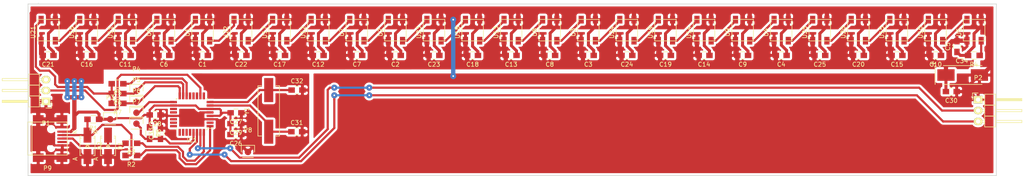
<source format=kicad_pcb>
(kicad_pcb (version 4) (host pcbnew "(2015-11-06 BZR 6302, Git 2cfa79e)-product")

  (general
    (links 185)
    (no_connects 0)
    (area 38.451799 25.712138 276.813001 66.864501)
    (thickness 1.6)
    (drawings 5)
    (tracks 690)
    (zones 0)
    (modules 80)
    (nets 59)
  )

  (page A4)
  (layers
    (0 F.Cu signal)
    (31 B.Cu signal)
    (32 B.Adhes user)
    (33 F.Adhes user)
    (34 B.Paste user)
    (35 F.Paste user)
    (36 B.SilkS user)
    (37 F.SilkS user)
    (38 B.Mask user)
    (39 F.Mask user)
    (40 Dwgs.User user)
    (41 Cmts.User user)
    (42 Eco1.User user)
    (43 Eco2.User user)
    (44 Edge.Cuts user)
    (45 Margin user)
    (46 B.CrtYd user)
    (47 F.CrtYd user)
    (48 B.Fab user)
    (49 F.Fab user)
  )

  (setup
    (last_trace_width 0.5)
    (user_trace_width 0.5)
    (user_trace_width 0.7)
    (user_trace_width 1)
    (trace_clearance 0.2)
    (zone_clearance 0.508)
    (zone_45_only no)
    (trace_min 0.2)
    (segment_width 0.2)
    (edge_width 0.15)
    (via_size 1.4)
    (via_drill 0.4)
    (via_min_size 0.4)
    (via_min_drill 0.3)
    (uvia_size 0.3)
    (uvia_drill 0.1)
    (uvias_allowed no)
    (uvia_min_size 0.2)
    (uvia_min_drill 0.1)
    (pcb_text_width 0.3)
    (pcb_text_size 1.5 1.5)
    (mod_edge_width 0.15)
    (mod_text_size 1 1)
    (mod_text_width 0.15)
    (pad_size 1.5 1.5)
    (pad_drill 0)
    (pad_to_mask_clearance 0.2)
    (aux_axis_origin 0 0)
    (grid_origin 59.944 89.7636)
    (visible_elements 7FFFFFFF)
    (pcbplotparams
      (layerselection 0x00030_80000001)
      (usegerberextensions false)
      (excludeedgelayer true)
      (linewidth 0.100000)
      (plotframeref false)
      (viasonmask false)
      (mode 1)
      (useauxorigin false)
      (hpglpennumber 1)
      (hpglpenspeed 20)
      (hpglpendiameter 15)
      (hpglpenoverlay 2)
      (psnegative false)
      (psa4output false)
      (plotreference true)
      (plotvalue true)
      (plotinvisibletext false)
      (padsonsilk false)
      (subtractmaskfromsilk false)
      (outputformat 1)
      (mirror false)
      (drillshape 0)
      (scaleselection 1)
      (outputdirectory ""))
  )

  (net 0 "")
  (net 1 GND)
  (net 2 +5V)
  (net 3 "Net-(C31-Pad1)")
  (net 4 "Net-(C32-Pad1)")
  (net 5 /RESET)
  (net 6 "Net-(D1-Pad1)")
  (net 7 "Net-(D2-Pad1)")
  (net 8 /USB_Dm)
  (net 9 "Net-(IC1-Pad2)")
  (net 10 "Net-(IC1-Pad9)")
  (net 11 /Bootloader)
  (net 12 "Net-(IC1-Pad11)")
  (net 13 "Net-(IC1-Pad12)")
  (net 14 "Net-(IC1-Pad13)")
  (net 15 /OC1B)
  (net 16 /MOSI)
  (net 17 /MISO)
  (net 18 /SCK)
  (net 19 "Net-(IC1-Pad19)")
  (net 20 "Net-(IC1-Pad20)")
  (net 21 "Net-(IC1-Pad22)")
  (net 22 "Net-(IC1-Pad23)")
  (net 23 "Net-(IC1-Pad24)")
  (net 24 "Net-(IC1-Pad25)")
  (net 25 "Net-(IC1-Pad26)")
  (net 26 "Net-(IC1-Pad27)")
  (net 27 "Net-(IC1-Pad28)")
  (net 28 /TXD)
  (net 29 /RXD)
  (net 30 /USB_Dp)
  (net 31 "Net-(P1-Pad3)")
  (net 32 "Net-(P9-Pad4)")
  (net 33 /WS2812b/DOUT)
  (net 34 /WS2812b/DIN)
  (net 35 "Net-(U1-Pad2)")
  (net 36 "Net-(U1-Pad4)")
  (net 37 "Net-(U2-Pad2)")
  (net 38 "Net-(U2-Pad4)")
  (net 39 "Net-(U24-Pad4)")
  (net 40 "Net-(U3-Pad4)")
  (net 41 "Net-(U25-Pad4)")
  (net 42 "Net-(U4-Pad4)")
  (net 43 "Net-(U10-Pad2)")
  (net 44 "Net-(U11-Pad2)")
  (net 45 "Net-(U12-Pad2)")
  (net 46 "Net-(U13-Pad2)")
  (net 47 "Net-(U14-Pad2)")
  (net 48 "Net-(U10-Pad4)")
  (net 49 "Net-(U11-Pad4)")
  (net 50 "Net-(U12-Pad4)")
  (net 51 "Net-(U13-Pad4)")
  (net 52 "Net-(U14-Pad4)")
  (net 53 "Net-(U15-Pad4)")
  (net 54 "Net-(U16-Pad4)")
  (net 55 "Net-(U17-Pad4)")
  (net 56 "Net-(U18-Pad4)")
  (net 57 "Net-(U19-Pad4)")
  (net 58 "Net-(U20-Pad4)")

  (net_class Default "Dies ist die voreingestellte Netzklasse."
    (clearance 0.2)
    (trace_width 0.25)
    (via_dia 1.4)
    (via_drill 0.4)
    (uvia_dia 0.3)
    (uvia_drill 0.1)
    (add_net +5V)
    (add_net /Bootloader)
    (add_net /MISO)
    (add_net /MOSI)
    (add_net /OC1B)
    (add_net /RESET)
    (add_net /RXD)
    (add_net /SCK)
    (add_net /TXD)
    (add_net /USB_Dm)
    (add_net /USB_Dp)
    (add_net /WS2812b/DIN)
    (add_net /WS2812b/DOUT)
    (add_net GND)
    (add_net "Net-(C31-Pad1)")
    (add_net "Net-(C32-Pad1)")
    (add_net "Net-(D1-Pad1)")
    (add_net "Net-(D2-Pad1)")
    (add_net "Net-(IC1-Pad11)")
    (add_net "Net-(IC1-Pad12)")
    (add_net "Net-(IC1-Pad13)")
    (add_net "Net-(IC1-Pad19)")
    (add_net "Net-(IC1-Pad2)")
    (add_net "Net-(IC1-Pad20)")
    (add_net "Net-(IC1-Pad22)")
    (add_net "Net-(IC1-Pad23)")
    (add_net "Net-(IC1-Pad24)")
    (add_net "Net-(IC1-Pad25)")
    (add_net "Net-(IC1-Pad26)")
    (add_net "Net-(IC1-Pad27)")
    (add_net "Net-(IC1-Pad28)")
    (add_net "Net-(IC1-Pad9)")
    (add_net "Net-(P1-Pad3)")
    (add_net "Net-(P9-Pad4)")
    (add_net "Net-(U1-Pad2)")
    (add_net "Net-(U1-Pad4)")
    (add_net "Net-(U10-Pad2)")
    (add_net "Net-(U10-Pad4)")
    (add_net "Net-(U11-Pad2)")
    (add_net "Net-(U11-Pad4)")
    (add_net "Net-(U12-Pad2)")
    (add_net "Net-(U12-Pad4)")
    (add_net "Net-(U13-Pad2)")
    (add_net "Net-(U13-Pad4)")
    (add_net "Net-(U14-Pad2)")
    (add_net "Net-(U14-Pad4)")
    (add_net "Net-(U15-Pad4)")
    (add_net "Net-(U16-Pad4)")
    (add_net "Net-(U17-Pad4)")
    (add_net "Net-(U18-Pad4)")
    (add_net "Net-(U19-Pad4)")
    (add_net "Net-(U2-Pad2)")
    (add_net "Net-(U2-Pad4)")
    (add_net "Net-(U20-Pad4)")
    (add_net "Net-(U24-Pad4)")
    (add_net "Net-(U25-Pad4)")
    (add_net "Net-(U3-Pad4)")
    (add_net "Net-(U4-Pad4)")
  )

  (module Pin_Headers:Pin_Header_Straight_1x01 (layer F.Cu) (tedit 563EB346) (tstamp 563EA6C1)
    (at 70.358 52.1335)
    (descr "Through hole pin header")
    (tags "pin header")
    (path /563F0991)
    (fp_text reference P6 (at 0 -5.1) (layer F.SilkS)
      (effects (font (size 1 1) (thickness 0.15)))
    )
    (fp_text value CONN_01X01 (at 0 -3.1) (layer F.Fab)
      (effects (font (size 1 1) (thickness 0.15)))
    )
    (fp_line (start 1.55 -1.55) (end 1.55 0) (layer F.SilkS) (width 0.15))
    (fp_line (start -1.75 -1.75) (end -1.75 1.75) (layer F.CrtYd) (width 0.05))
    (fp_line (start 1.75 -1.75) (end 1.75 1.75) (layer F.CrtYd) (width 0.05))
    (fp_line (start -1.75 -1.75) (end 1.75 -1.75) (layer F.CrtYd) (width 0.05))
    (fp_line (start -1.75 1.75) (end 1.75 1.75) (layer F.CrtYd) (width 0.05))
    (fp_line (start -1.55 0) (end -1.55 -1.55) (layer F.SilkS) (width 0.15))
    (fp_line (start -1.55 -1.55) (end 1.55 -1.55) (layer F.SilkS) (width 0.15))
    (fp_line (start -1.27 1.27) (end 1.27 1.27) (layer F.SilkS) (width 0.15))
    (pad 1 smd circle (at 0 0) (size 1.5 1.5) (layers F.Cu F.Paste F.Mask)
      (net 18 /SCK))
    (model Pin_Headers.3dshapes/Pin_Header_Straight_1x01.wrl
      (at (xyz 0 0 0))
      (scale (xyz 1 1 1))
      (rotate (xyz 0 0 90))
    )
  )

  (module Capacitors_SMD:C_0805_HandSoldering (layer F.Cu) (tedit 541A9B8D) (tstamp 563EA5AF)
    (at 85.6996 38.7731 180)
    (descr "Capacitor SMD 0805, hand soldering")
    (tags "capacitor 0805")
    (path /563F8D54/563F9ABC)
    (attr smd)
    (fp_text reference C1 (at 0 -2.1 180) (layer F.SilkS)
      (effects (font (size 1 1) (thickness 0.15)))
    )
    (fp_text value 100n (at 0 2.1 180) (layer F.Fab)
      (effects (font (size 1 1) (thickness 0.15)))
    )
    (fp_line (start -2.3 -1) (end 2.3 -1) (layer F.CrtYd) (width 0.05))
    (fp_line (start -2.3 1) (end 2.3 1) (layer F.CrtYd) (width 0.05))
    (fp_line (start -2.3 -1) (end -2.3 1) (layer F.CrtYd) (width 0.05))
    (fp_line (start 2.3 -1) (end 2.3 1) (layer F.CrtYd) (width 0.05))
    (fp_line (start 0.5 -0.85) (end -0.5 -0.85) (layer F.SilkS) (width 0.15))
    (fp_line (start -0.5 0.85) (end 0.5 0.85) (layer F.SilkS) (width 0.15))
    (pad 1 smd rect (at -1.25 0 180) (size 1.5 1.25) (layers F.Cu F.Paste F.Mask)
      (net 1 GND))
    (pad 2 smd rect (at 1.25 0 180) (size 1.5 1.25) (layers F.Cu F.Paste F.Mask)
      (net 2 +5V))
    (model Capacitors_SMD.3dshapes/C_0805_HandSoldering.wrl
      (at (xyz 0 0 0))
      (scale (xyz 1 1 1))
      (rotate (xyz 0 0 0))
    )
  )

  (module Capacitors_SMD:C_0805_HandSoldering (layer F.Cu) (tedit 541A9B8D) (tstamp 563EA5B5)
    (at 130.5306 38.7731 180)
    (descr "Capacitor SMD 0805, hand soldering")
    (tags "capacitor 0805")
    (path /563F8D54/563FAA3D)
    (attr smd)
    (fp_text reference C2 (at 0 -2.1 180) (layer F.SilkS)
      (effects (font (size 1 1) (thickness 0.15)))
    )
    (fp_text value 100n (at 0 2.1 180) (layer F.Fab)
      (effects (font (size 1 1) (thickness 0.15)))
    )
    (fp_line (start -2.3 -1) (end 2.3 -1) (layer F.CrtYd) (width 0.05))
    (fp_line (start -2.3 1) (end 2.3 1) (layer F.CrtYd) (width 0.05))
    (fp_line (start -2.3 -1) (end -2.3 1) (layer F.CrtYd) (width 0.05))
    (fp_line (start 2.3 -1) (end 2.3 1) (layer F.CrtYd) (width 0.05))
    (fp_line (start 0.5 -0.85) (end -0.5 -0.85) (layer F.SilkS) (width 0.15))
    (fp_line (start -0.5 0.85) (end 0.5 0.85) (layer F.SilkS) (width 0.15))
    (pad 1 smd rect (at -1.25 0 180) (size 1.5 1.25) (layers F.Cu F.Paste F.Mask)
      (net 1 GND))
    (pad 2 smd rect (at 1.25 0 180) (size 1.5 1.25) (layers F.Cu F.Paste F.Mask)
      (net 2 +5V))
    (model Capacitors_SMD.3dshapes/C_0805_HandSoldering.wrl
      (at (xyz 0 0 0))
      (scale (xyz 1 1 1))
      (rotate (xyz 0 0 0))
    )
  )

  (module Capacitors_SMD:C_0805_HandSoldering (layer F.Cu) (tedit 541A9B8D) (tstamp 563EA5BB)
    (at 175.3616 38.7731 180)
    (descr "Capacitor SMD 0805, hand soldering")
    (tags "capacitor 0805")
    (path /563F8D54/563FAC5B)
    (attr smd)
    (fp_text reference C3 (at 0 -2.1 180) (layer F.SilkS)
      (effects (font (size 1 1) (thickness 0.15)))
    )
    (fp_text value 100n (at 0 2.1 180) (layer F.Fab)
      (effects (font (size 1 1) (thickness 0.15)))
    )
    (fp_line (start -2.3 -1) (end 2.3 -1) (layer F.CrtYd) (width 0.05))
    (fp_line (start -2.3 1) (end 2.3 1) (layer F.CrtYd) (width 0.05))
    (fp_line (start -2.3 -1) (end -2.3 1) (layer F.CrtYd) (width 0.05))
    (fp_line (start 2.3 -1) (end 2.3 1) (layer F.CrtYd) (width 0.05))
    (fp_line (start 0.5 -0.85) (end -0.5 -0.85) (layer F.SilkS) (width 0.15))
    (fp_line (start -0.5 0.85) (end 0.5 0.85) (layer F.SilkS) (width 0.15))
    (pad 1 smd rect (at -1.25 0 180) (size 1.5 1.25) (layers F.Cu F.Paste F.Mask)
      (net 1 GND))
    (pad 2 smd rect (at 1.25 0 180) (size 1.5 1.25) (layers F.Cu F.Paste F.Mask)
      (net 2 +5V))
    (model Capacitors_SMD.3dshapes/C_0805_HandSoldering.wrl
      (at (xyz 0 0 0))
      (scale (xyz 1 1 1))
      (rotate (xyz 0 0 0))
    )
  )

  (module Capacitors_SMD:C_0805_HandSoldering (layer F.Cu) (tedit 541A9B8D) (tstamp 563EA5C1)
    (at 220.1926 38.7731 180)
    (descr "Capacitor SMD 0805, hand soldering")
    (tags "capacitor 0805")
    (path /563F8D54/563FB3E7)
    (attr smd)
    (fp_text reference C4 (at 0 -2.1 180) (layer F.SilkS)
      (effects (font (size 1 1) (thickness 0.15)))
    )
    (fp_text value 100n (at 0 2.1 180) (layer F.Fab)
      (effects (font (size 1 1) (thickness 0.15)))
    )
    (fp_line (start -2.3 -1) (end 2.3 -1) (layer F.CrtYd) (width 0.05))
    (fp_line (start -2.3 1) (end 2.3 1) (layer F.CrtYd) (width 0.05))
    (fp_line (start -2.3 -1) (end -2.3 1) (layer F.CrtYd) (width 0.05))
    (fp_line (start 2.3 -1) (end 2.3 1) (layer F.CrtYd) (width 0.05))
    (fp_line (start 0.5 -0.85) (end -0.5 -0.85) (layer F.SilkS) (width 0.15))
    (fp_line (start -0.5 0.85) (end 0.5 0.85) (layer F.SilkS) (width 0.15))
    (pad 1 smd rect (at -1.25 0 180) (size 1.5 1.25) (layers F.Cu F.Paste F.Mask)
      (net 1 GND))
    (pad 2 smd rect (at 1.25 0 180) (size 1.5 1.25) (layers F.Cu F.Paste F.Mask)
      (net 2 +5V))
    (model Capacitors_SMD.3dshapes/C_0805_HandSoldering.wrl
      (at (xyz 0 0 0))
      (scale (xyz 1 1 1))
      (rotate (xyz 0 0 0))
    )
  )

  (module Capacitors_SMD:C_0805_HandSoldering (layer F.Cu) (tedit 541A9B8D) (tstamp 563EA5C7)
    (at 261.0104 36.7103 90)
    (descr "Capacitor SMD 0805, hand soldering")
    (tags "capacitor 0805")
    (path /563F8D54/563FBBE1)
    (attr smd)
    (fp_text reference C5 (at 0 -2.1 90) (layer F.SilkS)
      (effects (font (size 1 1) (thickness 0.15)))
    )
    (fp_text value 100n (at 0 2.1 90) (layer F.Fab)
      (effects (font (size 1 1) (thickness 0.15)))
    )
    (fp_line (start -2.3 -1) (end 2.3 -1) (layer F.CrtYd) (width 0.05))
    (fp_line (start -2.3 1) (end 2.3 1) (layer F.CrtYd) (width 0.05))
    (fp_line (start -2.3 -1) (end -2.3 1) (layer F.CrtYd) (width 0.05))
    (fp_line (start 2.3 -1) (end 2.3 1) (layer F.CrtYd) (width 0.05))
    (fp_line (start 0.5 -0.85) (end -0.5 -0.85) (layer F.SilkS) (width 0.15))
    (fp_line (start -0.5 0.85) (end 0.5 0.85) (layer F.SilkS) (width 0.15))
    (pad 1 smd rect (at -1.25 0 90) (size 1.5 1.25) (layers F.Cu F.Paste F.Mask)
      (net 1 GND))
    (pad 2 smd rect (at 1.25 0 90) (size 1.5 1.25) (layers F.Cu F.Paste F.Mask)
      (net 2 +5V))
    (model Capacitors_SMD.3dshapes/C_0805_HandSoldering.wrl
      (at (xyz 0 0 0))
      (scale (xyz 1 1 1))
      (rotate (xyz 0 0 0))
    )
  )

  (module Capacitors_SMD:C_0805_HandSoldering (layer F.Cu) (tedit 541A9B8D) (tstamp 563EA5CD)
    (at 76.7334 38.7731 180)
    (descr "Capacitor SMD 0805, hand soldering")
    (tags "capacitor 0805")
    (path /563F8D54/563F9D0E)
    (attr smd)
    (fp_text reference C6 (at 0 -2.1 180) (layer F.SilkS)
      (effects (font (size 1 1) (thickness 0.15)))
    )
    (fp_text value 100n (at 0 2.1 180) (layer F.Fab)
      (effects (font (size 1 1) (thickness 0.15)))
    )
    (fp_line (start -2.3 -1) (end 2.3 -1) (layer F.CrtYd) (width 0.05))
    (fp_line (start -2.3 1) (end 2.3 1) (layer F.CrtYd) (width 0.05))
    (fp_line (start -2.3 -1) (end -2.3 1) (layer F.CrtYd) (width 0.05))
    (fp_line (start 2.3 -1) (end 2.3 1) (layer F.CrtYd) (width 0.05))
    (fp_line (start 0.5 -0.85) (end -0.5 -0.85) (layer F.SilkS) (width 0.15))
    (fp_line (start -0.5 0.85) (end 0.5 0.85) (layer F.SilkS) (width 0.15))
    (pad 1 smd rect (at -1.25 0 180) (size 1.5 1.25) (layers F.Cu F.Paste F.Mask)
      (net 1 GND))
    (pad 2 smd rect (at 1.25 0 180) (size 1.5 1.25) (layers F.Cu F.Paste F.Mask)
      (net 2 +5V))
    (model Capacitors_SMD.3dshapes/C_0805_HandSoldering.wrl
      (at (xyz 0 0 0))
      (scale (xyz 1 1 1))
      (rotate (xyz 0 0 0))
    )
  )

  (module Capacitors_SMD:C_0805_HandSoldering (layer F.Cu) (tedit 541A9B8D) (tstamp 563EA5D3)
    (at 121.5644 38.7731 180)
    (descr "Capacitor SMD 0805, hand soldering")
    (tags "capacitor 0805")
    (path /563F8D54/563FAA53)
    (attr smd)
    (fp_text reference C7 (at 0 -2.1 180) (layer F.SilkS)
      (effects (font (size 1 1) (thickness 0.15)))
    )
    (fp_text value 100n (at 0 2.1 180) (layer F.Fab)
      (effects (font (size 1 1) (thickness 0.15)))
    )
    (fp_line (start -2.3 -1) (end 2.3 -1) (layer F.CrtYd) (width 0.05))
    (fp_line (start -2.3 1) (end 2.3 1) (layer F.CrtYd) (width 0.05))
    (fp_line (start -2.3 -1) (end -2.3 1) (layer F.CrtYd) (width 0.05))
    (fp_line (start 2.3 -1) (end 2.3 1) (layer F.CrtYd) (width 0.05))
    (fp_line (start 0.5 -0.85) (end -0.5 -0.85) (layer F.SilkS) (width 0.15))
    (fp_line (start -0.5 0.85) (end 0.5 0.85) (layer F.SilkS) (width 0.15))
    (pad 1 smd rect (at -1.25 0 180) (size 1.5 1.25) (layers F.Cu F.Paste F.Mask)
      (net 1 GND))
    (pad 2 smd rect (at 1.25 0 180) (size 1.5 1.25) (layers F.Cu F.Paste F.Mask)
      (net 2 +5V))
    (model Capacitors_SMD.3dshapes/C_0805_HandSoldering.wrl
      (at (xyz 0 0 0))
      (scale (xyz 1 1 1))
      (rotate (xyz 0 0 0))
    )
  )

  (module Capacitors_SMD:C_0805_HandSoldering (layer F.Cu) (tedit 541A9B8D) (tstamp 563EA5D9)
    (at 166.3954 38.7731 180)
    (descr "Capacitor SMD 0805, hand soldering")
    (tags "capacitor 0805")
    (path /563F8D54/563FAC71)
    (attr smd)
    (fp_text reference C8 (at 0 -2.1 180) (layer F.SilkS)
      (effects (font (size 1 1) (thickness 0.15)))
    )
    (fp_text value 100n (at 0 2.1 180) (layer F.Fab)
      (effects (font (size 1 1) (thickness 0.15)))
    )
    (fp_line (start -2.3 -1) (end 2.3 -1) (layer F.CrtYd) (width 0.05))
    (fp_line (start -2.3 1) (end 2.3 1) (layer F.CrtYd) (width 0.05))
    (fp_line (start -2.3 -1) (end -2.3 1) (layer F.CrtYd) (width 0.05))
    (fp_line (start 2.3 -1) (end 2.3 1) (layer F.CrtYd) (width 0.05))
    (fp_line (start 0.5 -0.85) (end -0.5 -0.85) (layer F.SilkS) (width 0.15))
    (fp_line (start -0.5 0.85) (end 0.5 0.85) (layer F.SilkS) (width 0.15))
    (pad 1 smd rect (at -1.25 0 180) (size 1.5 1.25) (layers F.Cu F.Paste F.Mask)
      (net 1 GND))
    (pad 2 smd rect (at 1.25 0 180) (size 1.5 1.25) (layers F.Cu F.Paste F.Mask)
      (net 2 +5V))
    (model Capacitors_SMD.3dshapes/C_0805_HandSoldering.wrl
      (at (xyz 0 0 0))
      (scale (xyz 1 1 1))
      (rotate (xyz 0 0 0))
    )
  )

  (module Capacitors_SMD:C_0805_HandSoldering (layer F.Cu) (tedit 541A9B8D) (tstamp 563EA5DF)
    (at 211.2264 38.7731 180)
    (descr "Capacitor SMD 0805, hand soldering")
    (tags "capacitor 0805")
    (path /563F8D54/563FB3FD)
    (attr smd)
    (fp_text reference C9 (at 0 -2.1 180) (layer F.SilkS)
      (effects (font (size 1 1) (thickness 0.15)))
    )
    (fp_text value 100n (at 0 2.1 180) (layer F.Fab)
      (effects (font (size 1 1) (thickness 0.15)))
    )
    (fp_line (start -2.3 -1) (end 2.3 -1) (layer F.CrtYd) (width 0.05))
    (fp_line (start -2.3 1) (end 2.3 1) (layer F.CrtYd) (width 0.05))
    (fp_line (start -2.3 -1) (end -2.3 1) (layer F.CrtYd) (width 0.05))
    (fp_line (start 2.3 -1) (end 2.3 1) (layer F.CrtYd) (width 0.05))
    (fp_line (start 0.5 -0.85) (end -0.5 -0.85) (layer F.SilkS) (width 0.15))
    (fp_line (start -0.5 0.85) (end 0.5 0.85) (layer F.SilkS) (width 0.15))
    (pad 1 smd rect (at -1.25 0 180) (size 1.5 1.25) (layers F.Cu F.Paste F.Mask)
      (net 1 GND))
    (pad 2 smd rect (at 1.25 0 180) (size 1.5 1.25) (layers F.Cu F.Paste F.Mask)
      (net 2 +5V))
    (model Capacitors_SMD.3dshapes/C_0805_HandSoldering.wrl
      (at (xyz 0 0 0))
      (scale (xyz 1 1 1))
      (rotate (xyz 0 0 0))
    )
  )

  (module Capacitors_SMD:C_0805_HandSoldering (layer F.Cu) (tedit 541A9B8D) (tstamp 563EA5E5)
    (at 256.0574 38.7731 180)
    (descr "Capacitor SMD 0805, hand soldering")
    (tags "capacitor 0805")
    (path /563F8D54/563FBBF7)
    (attr smd)
    (fp_text reference C10 (at 0 -2.1 180) (layer F.SilkS)
      (effects (font (size 1 1) (thickness 0.15)))
    )
    (fp_text value 100n (at 0 2.1 180) (layer F.Fab)
      (effects (font (size 1 1) (thickness 0.15)))
    )
    (fp_line (start -2.3 -1) (end 2.3 -1) (layer F.CrtYd) (width 0.05))
    (fp_line (start -2.3 1) (end 2.3 1) (layer F.CrtYd) (width 0.05))
    (fp_line (start -2.3 -1) (end -2.3 1) (layer F.CrtYd) (width 0.05))
    (fp_line (start 2.3 -1) (end 2.3 1) (layer F.CrtYd) (width 0.05))
    (fp_line (start 0.5 -0.85) (end -0.5 -0.85) (layer F.SilkS) (width 0.15))
    (fp_line (start -0.5 0.85) (end 0.5 0.85) (layer F.SilkS) (width 0.15))
    (pad 1 smd rect (at -1.25 0 180) (size 1.5 1.25) (layers F.Cu F.Paste F.Mask)
      (net 1 GND))
    (pad 2 smd rect (at 1.25 0 180) (size 1.5 1.25) (layers F.Cu F.Paste F.Mask)
      (net 2 +5V))
    (model Capacitors_SMD.3dshapes/C_0805_HandSoldering.wrl
      (at (xyz 0 0 0))
      (scale (xyz 1 1 1))
      (rotate (xyz 0 0 0))
    )
  )

  (module Capacitors_SMD:C_0805_HandSoldering (layer F.Cu) (tedit 541A9B8D) (tstamp 563EA5EB)
    (at 67.7672 38.7731 180)
    (descr "Capacitor SMD 0805, hand soldering")
    (tags "capacitor 0805")
    (path /563F8D54/563F9DE1)
    (attr smd)
    (fp_text reference C11 (at 0 -2.1 180) (layer F.SilkS)
      (effects (font (size 1 1) (thickness 0.15)))
    )
    (fp_text value 100n (at 0 2.1 180) (layer F.Fab)
      (effects (font (size 1 1) (thickness 0.15)))
    )
    (fp_line (start -2.3 -1) (end 2.3 -1) (layer F.CrtYd) (width 0.05))
    (fp_line (start -2.3 1) (end 2.3 1) (layer F.CrtYd) (width 0.05))
    (fp_line (start -2.3 -1) (end -2.3 1) (layer F.CrtYd) (width 0.05))
    (fp_line (start 2.3 -1) (end 2.3 1) (layer F.CrtYd) (width 0.05))
    (fp_line (start 0.5 -0.85) (end -0.5 -0.85) (layer F.SilkS) (width 0.15))
    (fp_line (start -0.5 0.85) (end 0.5 0.85) (layer F.SilkS) (width 0.15))
    (pad 1 smd rect (at -1.25 0 180) (size 1.5 1.25) (layers F.Cu F.Paste F.Mask)
      (net 1 GND))
    (pad 2 smd rect (at 1.25 0 180) (size 1.5 1.25) (layers F.Cu F.Paste F.Mask)
      (net 2 +5V))
    (model Capacitors_SMD.3dshapes/C_0805_HandSoldering.wrl
      (at (xyz 0 0 0))
      (scale (xyz 1 1 1))
      (rotate (xyz 0 0 0))
    )
  )

  (module Capacitors_SMD:C_0805_HandSoldering (layer F.Cu) (tedit 541A9B8D) (tstamp 563EA5F1)
    (at 112.5982 38.7731 180)
    (descr "Capacitor SMD 0805, hand soldering")
    (tags "capacitor 0805")
    (path /563F8D54/563FAA69)
    (attr smd)
    (fp_text reference C12 (at 0 -2.1 180) (layer F.SilkS)
      (effects (font (size 1 1) (thickness 0.15)))
    )
    (fp_text value 100n (at 0 2.1 180) (layer F.Fab)
      (effects (font (size 1 1) (thickness 0.15)))
    )
    (fp_line (start -2.3 -1) (end 2.3 -1) (layer F.CrtYd) (width 0.05))
    (fp_line (start -2.3 1) (end 2.3 1) (layer F.CrtYd) (width 0.05))
    (fp_line (start -2.3 -1) (end -2.3 1) (layer F.CrtYd) (width 0.05))
    (fp_line (start 2.3 -1) (end 2.3 1) (layer F.CrtYd) (width 0.05))
    (fp_line (start 0.5 -0.85) (end -0.5 -0.85) (layer F.SilkS) (width 0.15))
    (fp_line (start -0.5 0.85) (end 0.5 0.85) (layer F.SilkS) (width 0.15))
    (pad 1 smd rect (at -1.25 0 180) (size 1.5 1.25) (layers F.Cu F.Paste F.Mask)
      (net 1 GND))
    (pad 2 smd rect (at 1.25 0 180) (size 1.5 1.25) (layers F.Cu F.Paste F.Mask)
      (net 2 +5V))
    (model Capacitors_SMD.3dshapes/C_0805_HandSoldering.wrl
      (at (xyz 0 0 0))
      (scale (xyz 1 1 1))
      (rotate (xyz 0 0 0))
    )
  )

  (module Capacitors_SMD:C_0805_HandSoldering (layer F.Cu) (tedit 541A9B8D) (tstamp 563EA5F7)
    (at 157.4292 38.7731 180)
    (descr "Capacitor SMD 0805, hand soldering")
    (tags "capacitor 0805")
    (path /563F8D54/563FAC87)
    (attr smd)
    (fp_text reference C13 (at 0 -2.1 180) (layer F.SilkS)
      (effects (font (size 1 1) (thickness 0.15)))
    )
    (fp_text value 100n (at 0 2.1 180) (layer F.Fab)
      (effects (font (size 1 1) (thickness 0.15)))
    )
    (fp_line (start -2.3 -1) (end 2.3 -1) (layer F.CrtYd) (width 0.05))
    (fp_line (start -2.3 1) (end 2.3 1) (layer F.CrtYd) (width 0.05))
    (fp_line (start -2.3 -1) (end -2.3 1) (layer F.CrtYd) (width 0.05))
    (fp_line (start 2.3 -1) (end 2.3 1) (layer F.CrtYd) (width 0.05))
    (fp_line (start 0.5 -0.85) (end -0.5 -0.85) (layer F.SilkS) (width 0.15))
    (fp_line (start -0.5 0.85) (end 0.5 0.85) (layer F.SilkS) (width 0.15))
    (pad 1 smd rect (at -1.25 0 180) (size 1.5 1.25) (layers F.Cu F.Paste F.Mask)
      (net 1 GND))
    (pad 2 smd rect (at 1.25 0 180) (size 1.5 1.25) (layers F.Cu F.Paste F.Mask)
      (net 2 +5V))
    (model Capacitors_SMD.3dshapes/C_0805_HandSoldering.wrl
      (at (xyz 0 0 0))
      (scale (xyz 1 1 1))
      (rotate (xyz 0 0 0))
    )
  )

  (module Capacitors_SMD:C_0805_HandSoldering (layer F.Cu) (tedit 541A9B8D) (tstamp 563EA5FD)
    (at 202.2602 38.7731 180)
    (descr "Capacitor SMD 0805, hand soldering")
    (tags "capacitor 0805")
    (path /563F8D54/563FB413)
    (attr smd)
    (fp_text reference C14 (at 0 -2.1 180) (layer F.SilkS)
      (effects (font (size 1 1) (thickness 0.15)))
    )
    (fp_text value 100n (at 0 2.1 180) (layer F.Fab)
      (effects (font (size 1 1) (thickness 0.15)))
    )
    (fp_line (start -2.3 -1) (end 2.3 -1) (layer F.CrtYd) (width 0.05))
    (fp_line (start -2.3 1) (end 2.3 1) (layer F.CrtYd) (width 0.05))
    (fp_line (start -2.3 -1) (end -2.3 1) (layer F.CrtYd) (width 0.05))
    (fp_line (start 2.3 -1) (end 2.3 1) (layer F.CrtYd) (width 0.05))
    (fp_line (start 0.5 -0.85) (end -0.5 -0.85) (layer F.SilkS) (width 0.15))
    (fp_line (start -0.5 0.85) (end 0.5 0.85) (layer F.SilkS) (width 0.15))
    (pad 1 smd rect (at -1.25 0 180) (size 1.5 1.25) (layers F.Cu F.Paste F.Mask)
      (net 1 GND))
    (pad 2 smd rect (at 1.25 0 180) (size 1.5 1.25) (layers F.Cu F.Paste F.Mask)
      (net 2 +5V))
    (model Capacitors_SMD.3dshapes/C_0805_HandSoldering.wrl
      (at (xyz 0 0 0))
      (scale (xyz 1 1 1))
      (rotate (xyz 0 0 0))
    )
  )

  (module Capacitors_SMD:C_0805_HandSoldering (layer F.Cu) (tedit 541A9B8D) (tstamp 563EA603)
    (at 247.0912 38.7731 180)
    (descr "Capacitor SMD 0805, hand soldering")
    (tags "capacitor 0805")
    (path /563F8D54/563FBC0D)
    (attr smd)
    (fp_text reference C15 (at 0 -2.1 180) (layer F.SilkS)
      (effects (font (size 1 1) (thickness 0.15)))
    )
    (fp_text value 100n (at 0 2.1 180) (layer F.Fab)
      (effects (font (size 1 1) (thickness 0.15)))
    )
    (fp_line (start -2.3 -1) (end 2.3 -1) (layer F.CrtYd) (width 0.05))
    (fp_line (start -2.3 1) (end 2.3 1) (layer F.CrtYd) (width 0.05))
    (fp_line (start -2.3 -1) (end -2.3 1) (layer F.CrtYd) (width 0.05))
    (fp_line (start 2.3 -1) (end 2.3 1) (layer F.CrtYd) (width 0.05))
    (fp_line (start 0.5 -0.85) (end -0.5 -0.85) (layer F.SilkS) (width 0.15))
    (fp_line (start -0.5 0.85) (end 0.5 0.85) (layer F.SilkS) (width 0.15))
    (pad 1 smd rect (at -1.25 0 180) (size 1.5 1.25) (layers F.Cu F.Paste F.Mask)
      (net 1 GND))
    (pad 2 smd rect (at 1.25 0 180) (size 1.5 1.25) (layers F.Cu F.Paste F.Mask)
      (net 2 +5V))
    (model Capacitors_SMD.3dshapes/C_0805_HandSoldering.wrl
      (at (xyz 0 0 0))
      (scale (xyz 1 1 1))
      (rotate (xyz 0 0 0))
    )
  )

  (module Capacitors_SMD:C_0805_HandSoldering (layer F.Cu) (tedit 541A9B8D) (tstamp 563EA609)
    (at 58.801 38.7731 180)
    (descr "Capacitor SMD 0805, hand soldering")
    (tags "capacitor 0805")
    (path /563F8D54/563F9ECF)
    (attr smd)
    (fp_text reference C16 (at 0 -2.1 180) (layer F.SilkS)
      (effects (font (size 1 1) (thickness 0.15)))
    )
    (fp_text value 100n (at 0 2.1 180) (layer F.Fab)
      (effects (font (size 1 1) (thickness 0.15)))
    )
    (fp_line (start -2.3 -1) (end 2.3 -1) (layer F.CrtYd) (width 0.05))
    (fp_line (start -2.3 1) (end 2.3 1) (layer F.CrtYd) (width 0.05))
    (fp_line (start -2.3 -1) (end -2.3 1) (layer F.CrtYd) (width 0.05))
    (fp_line (start 2.3 -1) (end 2.3 1) (layer F.CrtYd) (width 0.05))
    (fp_line (start 0.5 -0.85) (end -0.5 -0.85) (layer F.SilkS) (width 0.15))
    (fp_line (start -0.5 0.85) (end 0.5 0.85) (layer F.SilkS) (width 0.15))
    (pad 1 smd rect (at -1.25 0 180) (size 1.5 1.25) (layers F.Cu F.Paste F.Mask)
      (net 1 GND))
    (pad 2 smd rect (at 1.25 0 180) (size 1.5 1.25) (layers F.Cu F.Paste F.Mask)
      (net 2 +5V))
    (model Capacitors_SMD.3dshapes/C_0805_HandSoldering.wrl
      (at (xyz 0 0 0))
      (scale (xyz 1 1 1))
      (rotate (xyz 0 0 0))
    )
  )

  (module Capacitors_SMD:C_0805_HandSoldering (layer F.Cu) (tedit 541A9B8D) (tstamp 563EA60F)
    (at 103.632 38.7731 180)
    (descr "Capacitor SMD 0805, hand soldering")
    (tags "capacitor 0805")
    (path /563F8D54/563FAA7F)
    (attr smd)
    (fp_text reference C17 (at 0 -2.1 180) (layer F.SilkS)
      (effects (font (size 1 1) (thickness 0.15)))
    )
    (fp_text value 100n (at 0 2.1 180) (layer F.Fab)
      (effects (font (size 1 1) (thickness 0.15)))
    )
    (fp_line (start -2.3 -1) (end 2.3 -1) (layer F.CrtYd) (width 0.05))
    (fp_line (start -2.3 1) (end 2.3 1) (layer F.CrtYd) (width 0.05))
    (fp_line (start -2.3 -1) (end -2.3 1) (layer F.CrtYd) (width 0.05))
    (fp_line (start 2.3 -1) (end 2.3 1) (layer F.CrtYd) (width 0.05))
    (fp_line (start 0.5 -0.85) (end -0.5 -0.85) (layer F.SilkS) (width 0.15))
    (fp_line (start -0.5 0.85) (end 0.5 0.85) (layer F.SilkS) (width 0.15))
    (pad 1 smd rect (at -1.25 0 180) (size 1.5 1.25) (layers F.Cu F.Paste F.Mask)
      (net 1 GND))
    (pad 2 smd rect (at 1.25 0 180) (size 1.5 1.25) (layers F.Cu F.Paste F.Mask)
      (net 2 +5V))
    (model Capacitors_SMD.3dshapes/C_0805_HandSoldering.wrl
      (at (xyz 0 0 0))
      (scale (xyz 1 1 1))
      (rotate (xyz 0 0 0))
    )
  )

  (module Capacitors_SMD:C_0805_HandSoldering (layer F.Cu) (tedit 541A9B8D) (tstamp 563EA615)
    (at 148.463 38.7731 180)
    (descr "Capacitor SMD 0805, hand soldering")
    (tags "capacitor 0805")
    (path /563F8D54/563FAC9D)
    (attr smd)
    (fp_text reference C18 (at 0 -2.1 180) (layer F.SilkS)
      (effects (font (size 1 1) (thickness 0.15)))
    )
    (fp_text value 100n (at 0 2.1 180) (layer F.Fab)
      (effects (font (size 1 1) (thickness 0.15)))
    )
    (fp_line (start -2.3 -1) (end 2.3 -1) (layer F.CrtYd) (width 0.05))
    (fp_line (start -2.3 1) (end 2.3 1) (layer F.CrtYd) (width 0.05))
    (fp_line (start -2.3 -1) (end -2.3 1) (layer F.CrtYd) (width 0.05))
    (fp_line (start 2.3 -1) (end 2.3 1) (layer F.CrtYd) (width 0.05))
    (fp_line (start 0.5 -0.85) (end -0.5 -0.85) (layer F.SilkS) (width 0.15))
    (fp_line (start -0.5 0.85) (end 0.5 0.85) (layer F.SilkS) (width 0.15))
    (pad 1 smd rect (at -1.25 0 180) (size 1.5 1.25) (layers F.Cu F.Paste F.Mask)
      (net 1 GND))
    (pad 2 smd rect (at 1.25 0 180) (size 1.5 1.25) (layers F.Cu F.Paste F.Mask)
      (net 2 +5V))
    (model Capacitors_SMD.3dshapes/C_0805_HandSoldering.wrl
      (at (xyz 0 0 0))
      (scale (xyz 1 1 1))
      (rotate (xyz 0 0 0))
    )
  )

  (module Capacitors_SMD:C_0805_HandSoldering (layer F.Cu) (tedit 541A9B8D) (tstamp 563EA61B)
    (at 193.294 38.7731 180)
    (descr "Capacitor SMD 0805, hand soldering")
    (tags "capacitor 0805")
    (path /563F8D54/563FB429)
    (attr smd)
    (fp_text reference C19 (at 0 -2.1 180) (layer F.SilkS)
      (effects (font (size 1 1) (thickness 0.15)))
    )
    (fp_text value 100n (at 0 2.1 180) (layer F.Fab)
      (effects (font (size 1 1) (thickness 0.15)))
    )
    (fp_line (start -2.3 -1) (end 2.3 -1) (layer F.CrtYd) (width 0.05))
    (fp_line (start -2.3 1) (end 2.3 1) (layer F.CrtYd) (width 0.05))
    (fp_line (start -2.3 -1) (end -2.3 1) (layer F.CrtYd) (width 0.05))
    (fp_line (start 2.3 -1) (end 2.3 1) (layer F.CrtYd) (width 0.05))
    (fp_line (start 0.5 -0.85) (end -0.5 -0.85) (layer F.SilkS) (width 0.15))
    (fp_line (start -0.5 0.85) (end 0.5 0.85) (layer F.SilkS) (width 0.15))
    (pad 1 smd rect (at -1.25 0 180) (size 1.5 1.25) (layers F.Cu F.Paste F.Mask)
      (net 1 GND))
    (pad 2 smd rect (at 1.25 0 180) (size 1.5 1.25) (layers F.Cu F.Paste F.Mask)
      (net 2 +5V))
    (model Capacitors_SMD.3dshapes/C_0805_HandSoldering.wrl
      (at (xyz 0 0 0))
      (scale (xyz 1 1 1))
      (rotate (xyz 0 0 0))
    )
  )

  (module Capacitors_SMD:C_0805_HandSoldering (layer F.Cu) (tedit 541A9B8D) (tstamp 563EA621)
    (at 238.125 38.7731 180)
    (descr "Capacitor SMD 0805, hand soldering")
    (tags "capacitor 0805")
    (path /563F8D54/563FBC23)
    (attr smd)
    (fp_text reference C20 (at 0 -2.1 180) (layer F.SilkS)
      (effects (font (size 1 1) (thickness 0.15)))
    )
    (fp_text value 100n (at 0 2.1 180) (layer F.Fab)
      (effects (font (size 1 1) (thickness 0.15)))
    )
    (fp_line (start -2.3 -1) (end 2.3 -1) (layer F.CrtYd) (width 0.05))
    (fp_line (start -2.3 1) (end 2.3 1) (layer F.CrtYd) (width 0.05))
    (fp_line (start -2.3 -1) (end -2.3 1) (layer F.CrtYd) (width 0.05))
    (fp_line (start 2.3 -1) (end 2.3 1) (layer F.CrtYd) (width 0.05))
    (fp_line (start 0.5 -0.85) (end -0.5 -0.85) (layer F.SilkS) (width 0.15))
    (fp_line (start -0.5 0.85) (end 0.5 0.85) (layer F.SilkS) (width 0.15))
    (pad 1 smd rect (at -1.25 0 180) (size 1.5 1.25) (layers F.Cu F.Paste F.Mask)
      (net 1 GND))
    (pad 2 smd rect (at 1.25 0 180) (size 1.5 1.25) (layers F.Cu F.Paste F.Mask)
      (net 2 +5V))
    (model Capacitors_SMD.3dshapes/C_0805_HandSoldering.wrl
      (at (xyz 0 0 0))
      (scale (xyz 1 1 1))
      (rotate (xyz 0 0 0))
    )
  )

  (module Capacitors_SMD:C_0805_HandSoldering (layer F.Cu) (tedit 541A9B8D) (tstamp 563EA627)
    (at 49.8348 38.7731 180)
    (descr "Capacitor SMD 0805, hand soldering")
    (tags "capacitor 0805")
    (path /563F8D54/563FA17D)
    (attr smd)
    (fp_text reference C21 (at 0 -2.1 180) (layer F.SilkS)
      (effects (font (size 1 1) (thickness 0.15)))
    )
    (fp_text value 100n (at 0 2.1 180) (layer F.Fab)
      (effects (font (size 1 1) (thickness 0.15)))
    )
    (fp_line (start -2.3 -1) (end 2.3 -1) (layer F.CrtYd) (width 0.05))
    (fp_line (start -2.3 1) (end 2.3 1) (layer F.CrtYd) (width 0.05))
    (fp_line (start -2.3 -1) (end -2.3 1) (layer F.CrtYd) (width 0.05))
    (fp_line (start 2.3 -1) (end 2.3 1) (layer F.CrtYd) (width 0.05))
    (fp_line (start 0.5 -0.85) (end -0.5 -0.85) (layer F.SilkS) (width 0.15))
    (fp_line (start -0.5 0.85) (end 0.5 0.85) (layer F.SilkS) (width 0.15))
    (pad 1 smd rect (at -1.25 0 180) (size 1.5 1.25) (layers F.Cu F.Paste F.Mask)
      (net 1 GND))
    (pad 2 smd rect (at 1.25 0 180) (size 1.5 1.25) (layers F.Cu F.Paste F.Mask)
      (net 2 +5V))
    (model Capacitors_SMD.3dshapes/C_0805_HandSoldering.wrl
      (at (xyz 0 0 0))
      (scale (xyz 1 1 1))
      (rotate (xyz 0 0 0))
    )
  )

  (module Capacitors_SMD:C_0805_HandSoldering (layer F.Cu) (tedit 541A9B8D) (tstamp 563EA62D)
    (at 94.6658 38.7731 180)
    (descr "Capacitor SMD 0805, hand soldering")
    (tags "capacitor 0805")
    (path /563F8D54/563FAA95)
    (attr smd)
    (fp_text reference C22 (at 0 -2.1 180) (layer F.SilkS)
      (effects (font (size 1 1) (thickness 0.15)))
    )
    (fp_text value 100n (at 0 2.1 180) (layer F.Fab)
      (effects (font (size 1 1) (thickness 0.15)))
    )
    (fp_line (start -2.3 -1) (end 2.3 -1) (layer F.CrtYd) (width 0.05))
    (fp_line (start -2.3 1) (end 2.3 1) (layer F.CrtYd) (width 0.05))
    (fp_line (start -2.3 -1) (end -2.3 1) (layer F.CrtYd) (width 0.05))
    (fp_line (start 2.3 -1) (end 2.3 1) (layer F.CrtYd) (width 0.05))
    (fp_line (start 0.5 -0.85) (end -0.5 -0.85) (layer F.SilkS) (width 0.15))
    (fp_line (start -0.5 0.85) (end 0.5 0.85) (layer F.SilkS) (width 0.15))
    (pad 1 smd rect (at -1.25 0 180) (size 1.5 1.25) (layers F.Cu F.Paste F.Mask)
      (net 1 GND))
    (pad 2 smd rect (at 1.25 0 180) (size 1.5 1.25) (layers F.Cu F.Paste F.Mask)
      (net 2 +5V))
    (model Capacitors_SMD.3dshapes/C_0805_HandSoldering.wrl
      (at (xyz 0 0 0))
      (scale (xyz 1 1 1))
      (rotate (xyz 0 0 0))
    )
  )

  (module Capacitors_SMD:C_0805_HandSoldering (layer F.Cu) (tedit 541A9B8D) (tstamp 563EA633)
    (at 139.4968 38.7731 180)
    (descr "Capacitor SMD 0805, hand soldering")
    (tags "capacitor 0805")
    (path /563F8D54/563FACB3)
    (attr smd)
    (fp_text reference C23 (at 0 -2.1 180) (layer F.SilkS)
      (effects (font (size 1 1) (thickness 0.15)))
    )
    (fp_text value 100n (at 0 2.1 180) (layer F.Fab)
      (effects (font (size 1 1) (thickness 0.15)))
    )
    (fp_line (start -2.3 -1) (end 2.3 -1) (layer F.CrtYd) (width 0.05))
    (fp_line (start -2.3 1) (end 2.3 1) (layer F.CrtYd) (width 0.05))
    (fp_line (start -2.3 -1) (end -2.3 1) (layer F.CrtYd) (width 0.05))
    (fp_line (start 2.3 -1) (end 2.3 1) (layer F.CrtYd) (width 0.05))
    (fp_line (start 0.5 -0.85) (end -0.5 -0.85) (layer F.SilkS) (width 0.15))
    (fp_line (start -0.5 0.85) (end 0.5 0.85) (layer F.SilkS) (width 0.15))
    (pad 1 smd rect (at -1.25 0 180) (size 1.5 1.25) (layers F.Cu F.Paste F.Mask)
      (net 1 GND))
    (pad 2 smd rect (at 1.25 0 180) (size 1.5 1.25) (layers F.Cu F.Paste F.Mask)
      (net 2 +5V))
    (model Capacitors_SMD.3dshapes/C_0805_HandSoldering.wrl
      (at (xyz 0 0 0))
      (scale (xyz 1 1 1))
      (rotate (xyz 0 0 0))
    )
  )

  (module Capacitors_SMD:C_0805_HandSoldering (layer F.Cu) (tedit 541A9B8D) (tstamp 563EA639)
    (at 184.3278 38.7731 180)
    (descr "Capacitor SMD 0805, hand soldering")
    (tags "capacitor 0805")
    (path /563F8D54/563FB43F)
    (attr smd)
    (fp_text reference C24 (at 0 -2.1 180) (layer F.SilkS)
      (effects (font (size 1 1) (thickness 0.15)))
    )
    (fp_text value 100n (at 0 2.1 180) (layer F.Fab)
      (effects (font (size 1 1) (thickness 0.15)))
    )
    (fp_line (start -2.3 -1) (end 2.3 -1) (layer F.CrtYd) (width 0.05))
    (fp_line (start -2.3 1) (end 2.3 1) (layer F.CrtYd) (width 0.05))
    (fp_line (start -2.3 -1) (end -2.3 1) (layer F.CrtYd) (width 0.05))
    (fp_line (start 2.3 -1) (end 2.3 1) (layer F.CrtYd) (width 0.05))
    (fp_line (start 0.5 -0.85) (end -0.5 -0.85) (layer F.SilkS) (width 0.15))
    (fp_line (start -0.5 0.85) (end 0.5 0.85) (layer F.SilkS) (width 0.15))
    (pad 1 smd rect (at -1.25 0 180) (size 1.5 1.25) (layers F.Cu F.Paste F.Mask)
      (net 1 GND))
    (pad 2 smd rect (at 1.25 0 180) (size 1.5 1.25) (layers F.Cu F.Paste F.Mask)
      (net 2 +5V))
    (model Capacitors_SMD.3dshapes/C_0805_HandSoldering.wrl
      (at (xyz 0 0 0))
      (scale (xyz 1 1 1))
      (rotate (xyz 0 0 0))
    )
  )

  (module Capacitors_SMD:C_0805_HandSoldering (layer F.Cu) (tedit 541A9B8D) (tstamp 563EA63F)
    (at 229.1588 38.7731 180)
    (descr "Capacitor SMD 0805, hand soldering")
    (tags "capacitor 0805")
    (path /563F8D54/563FBC39)
    (attr smd)
    (fp_text reference C25 (at 0 -2.1 180) (layer F.SilkS)
      (effects (font (size 1 1) (thickness 0.15)))
    )
    (fp_text value 100n (at 0 2.1 180) (layer F.Fab)
      (effects (font (size 1 1) (thickness 0.15)))
    )
    (fp_line (start -2.3 -1) (end 2.3 -1) (layer F.CrtYd) (width 0.05))
    (fp_line (start -2.3 1) (end 2.3 1) (layer F.CrtYd) (width 0.05))
    (fp_line (start -2.3 -1) (end -2.3 1) (layer F.CrtYd) (width 0.05))
    (fp_line (start 2.3 -1) (end 2.3 1) (layer F.CrtYd) (width 0.05))
    (fp_line (start 0.5 -0.85) (end -0.5 -0.85) (layer F.SilkS) (width 0.15))
    (fp_line (start -0.5 0.85) (end 0.5 0.85) (layer F.SilkS) (width 0.15))
    (pad 1 smd rect (at -1.25 0 180) (size 1.5 1.25) (layers F.Cu F.Paste F.Mask)
      (net 1 GND))
    (pad 2 smd rect (at 1.25 0 180) (size 1.5 1.25) (layers F.Cu F.Paste F.Mask)
      (net 2 +5V))
    (model Capacitors_SMD.3dshapes/C_0805_HandSoldering.wrl
      (at (xyz 0 0 0))
      (scale (xyz 1 1 1))
      (rotate (xyz 0 0 0))
    )
  )

  (module Capacitors_SMD:C_0805_HandSoldering (layer F.Cu) (tedit 541A9B8D) (tstamp 563EA645)
    (at 93.452 57.2135 180)
    (descr "Capacitor SMD 0805, hand soldering")
    (tags "capacitor 0805")
    (path /563EBD47)
    (attr smd)
    (fp_text reference C26 (at 0 -2.1 180) (layer F.SilkS)
      (effects (font (size 1 1) (thickness 0.15)))
    )
    (fp_text value 100n (at 0 2.1 180) (layer F.Fab)
      (effects (font (size 1 1) (thickness 0.15)))
    )
    (fp_line (start -2.3 -1) (end 2.3 -1) (layer F.CrtYd) (width 0.05))
    (fp_line (start -2.3 1) (end 2.3 1) (layer F.CrtYd) (width 0.05))
    (fp_line (start -2.3 -1) (end -2.3 1) (layer F.CrtYd) (width 0.05))
    (fp_line (start 2.3 -1) (end 2.3 1) (layer F.CrtYd) (width 0.05))
    (fp_line (start 0.5 -0.85) (end -0.5 -0.85) (layer F.SilkS) (width 0.15))
    (fp_line (start -0.5 0.85) (end 0.5 0.85) (layer F.SilkS) (width 0.15))
    (pad 1 smd rect (at -1.25 0 180) (size 1.5 1.25) (layers F.Cu F.Paste F.Mask)
      (net 1 GND))
    (pad 2 smd rect (at 1.25 0 180) (size 1.5 1.25) (layers F.Cu F.Paste F.Mask)
      (net 2 +5V))
    (model Capacitors_SMD.3dshapes/C_0805_HandSoldering.wrl
      (at (xyz 0 0 0))
      (scale (xyz 1 1 1))
      (rotate (xyz 0 0 0))
    )
  )

  (module Capacitors_SMD:C_0805_HandSoldering (layer F.Cu) (tedit 541A9B8D) (tstamp 563EA64B)
    (at 93.492 52.1335 180)
    (descr "Capacitor SMD 0805, hand soldering")
    (tags "capacitor 0805")
    (path /563EBF4F)
    (attr smd)
    (fp_text reference C27 (at 0 -2.1 180) (layer F.SilkS)
      (effects (font (size 1 1) (thickness 0.15)))
    )
    (fp_text value 100n (at 0 2.1 180) (layer F.Fab)
      (effects (font (size 1 1) (thickness 0.15)))
    )
    (fp_line (start -2.3 -1) (end 2.3 -1) (layer F.CrtYd) (width 0.05))
    (fp_line (start -2.3 1) (end 2.3 1) (layer F.CrtYd) (width 0.05))
    (fp_line (start -2.3 -1) (end -2.3 1) (layer F.CrtYd) (width 0.05))
    (fp_line (start 2.3 -1) (end 2.3 1) (layer F.CrtYd) (width 0.05))
    (fp_line (start 0.5 -0.85) (end -0.5 -0.85) (layer F.SilkS) (width 0.15))
    (fp_line (start -0.5 0.85) (end 0.5 0.85) (layer F.SilkS) (width 0.15))
    (pad 1 smd rect (at -1.25 0 180) (size 1.5 1.25) (layers F.Cu F.Paste F.Mask)
      (net 1 GND))
    (pad 2 smd rect (at 1.25 0 180) (size 1.5 1.25) (layers F.Cu F.Paste F.Mask)
      (net 2 +5V))
    (model Capacitors_SMD.3dshapes/C_0805_HandSoldering.wrl
      (at (xyz 0 0 0))
      (scale (xyz 1 1 1))
      (rotate (xyz 0 0 0))
    )
  )

  (module Capacitors_SMD:C_0805_HandSoldering (layer F.Cu) (tedit 541A9B8D) (tstamp 563EA651)
    (at 74.696 52.6415 180)
    (descr "Capacitor SMD 0805, hand soldering")
    (tags "capacitor 0805")
    (path /563EBF8B)
    (attr smd)
    (fp_text reference C28 (at 0 -2.1 180) (layer F.SilkS)
      (effects (font (size 1 1) (thickness 0.15)))
    )
    (fp_text value 100n (at 0 2.1 180) (layer F.Fab)
      (effects (font (size 1 1) (thickness 0.15)))
    )
    (fp_line (start -2.3 -1) (end 2.3 -1) (layer F.CrtYd) (width 0.05))
    (fp_line (start -2.3 1) (end 2.3 1) (layer F.CrtYd) (width 0.05))
    (fp_line (start -2.3 -1) (end -2.3 1) (layer F.CrtYd) (width 0.05))
    (fp_line (start 2.3 -1) (end 2.3 1) (layer F.CrtYd) (width 0.05))
    (fp_line (start 0.5 -0.85) (end -0.5 -0.85) (layer F.SilkS) (width 0.15))
    (fp_line (start -0.5 0.85) (end 0.5 0.85) (layer F.SilkS) (width 0.15))
    (pad 1 smd rect (at -1.25 0 180) (size 1.5 1.25) (layers F.Cu F.Paste F.Mask)
      (net 1 GND))
    (pad 2 smd rect (at 1.25 0 180) (size 1.5 1.25) (layers F.Cu F.Paste F.Mask)
      (net 2 +5V))
    (model Capacitors_SMD.3dshapes/C_0805_HandSoldering.wrl
      (at (xyz 0 0 0))
      (scale (xyz 1 1 1))
      (rotate (xyz 0 0 0))
    )
  )

  (module Capacitors_SMD:C_0805_HandSoldering (layer F.Cu) (tedit 541A9B8D) (tstamp 563EA657)
    (at 93.452 54.6735 180)
    (descr "Capacitor SMD 0805, hand soldering")
    (tags "capacitor 0805")
    (path /563EBFC6)
    (attr smd)
    (fp_text reference C29 (at 0 -2.1 180) (layer F.SilkS)
      (effects (font (size 1 1) (thickness 0.15)))
    )
    (fp_text value 100n (at 0 2.1 180) (layer F.Fab)
      (effects (font (size 1 1) (thickness 0.15)))
    )
    (fp_line (start -2.3 -1) (end 2.3 -1) (layer F.CrtYd) (width 0.05))
    (fp_line (start -2.3 1) (end 2.3 1) (layer F.CrtYd) (width 0.05))
    (fp_line (start -2.3 -1) (end -2.3 1) (layer F.CrtYd) (width 0.05))
    (fp_line (start 2.3 -1) (end 2.3 1) (layer F.CrtYd) (width 0.05))
    (fp_line (start 0.5 -0.85) (end -0.5 -0.85) (layer F.SilkS) (width 0.15))
    (fp_line (start -0.5 0.85) (end 0.5 0.85) (layer F.SilkS) (width 0.15))
    (pad 1 smd rect (at -1.25 0 180) (size 1.5 1.25) (layers F.Cu F.Paste F.Mask)
      (net 1 GND))
    (pad 2 smd rect (at 1.25 0 180) (size 1.5 1.25) (layers F.Cu F.Paste F.Mask)
      (net 2 +5V))
    (model Capacitors_SMD.3dshapes/C_0805_HandSoldering.wrl
      (at (xyz 0 0 0))
      (scale (xyz 1 1 1))
      (rotate (xyz 0 0 0))
    )
  )

  (module Capacitors_SMD:C_0805_HandSoldering (layer F.Cu) (tedit 541A9B8D) (tstamp 563EA65D)
    (at 259.7096 47.2059 180)
    (descr "Capacitor SMD 0805, hand soldering")
    (tags "capacitor 0805")
    (path /563EC004)
    (attr smd)
    (fp_text reference C30 (at 0 -2.1 180) (layer F.SilkS)
      (effects (font (size 1 1) (thickness 0.15)))
    )
    (fp_text value 100n (at 0 2.1 180) (layer F.Fab)
      (effects (font (size 1 1) (thickness 0.15)))
    )
    (fp_line (start -2.3 -1) (end 2.3 -1) (layer F.CrtYd) (width 0.05))
    (fp_line (start -2.3 1) (end 2.3 1) (layer F.CrtYd) (width 0.05))
    (fp_line (start -2.3 -1) (end -2.3 1) (layer F.CrtYd) (width 0.05))
    (fp_line (start 2.3 -1) (end 2.3 1) (layer F.CrtYd) (width 0.05))
    (fp_line (start 0.5 -0.85) (end -0.5 -0.85) (layer F.SilkS) (width 0.15))
    (fp_line (start -0.5 0.85) (end 0.5 0.85) (layer F.SilkS) (width 0.15))
    (pad 1 smd rect (at -1.25 0 180) (size 1.5 1.25) (layers F.Cu F.Paste F.Mask)
      (net 1 GND))
    (pad 2 smd rect (at 1.25 0 180) (size 1.5 1.25) (layers F.Cu F.Paste F.Mask)
      (net 2 +5V))
    (model Capacitors_SMD.3dshapes/C_0805_HandSoldering.wrl
      (at (xyz 0 0 0))
      (scale (xyz 1 1 1))
      (rotate (xyz 0 0 0))
    )
  )

  (module Capacitors_SMD:C_0805_HandSoldering (layer F.Cu) (tedit 541A9B8D) (tstamp 563EA663)
    (at 107.6144 56.5531)
    (descr "Capacitor SMD 0805, hand soldering")
    (tags "capacitor 0805")
    (path /563ECE7D)
    (attr smd)
    (fp_text reference C31 (at 0 -2.1) (layer F.SilkS)
      (effects (font (size 1 1) (thickness 0.15)))
    )
    (fp_text value 22p (at 0 2.1) (layer F.Fab)
      (effects (font (size 1 1) (thickness 0.15)))
    )
    (fp_line (start -2.3 -1) (end 2.3 -1) (layer F.CrtYd) (width 0.05))
    (fp_line (start -2.3 1) (end 2.3 1) (layer F.CrtYd) (width 0.05))
    (fp_line (start -2.3 -1) (end -2.3 1) (layer F.CrtYd) (width 0.05))
    (fp_line (start 2.3 -1) (end 2.3 1) (layer F.CrtYd) (width 0.05))
    (fp_line (start 0.5 -0.85) (end -0.5 -0.85) (layer F.SilkS) (width 0.15))
    (fp_line (start -0.5 0.85) (end 0.5 0.85) (layer F.SilkS) (width 0.15))
    (pad 1 smd rect (at -1.25 0) (size 1.5 1.25) (layers F.Cu F.Paste F.Mask)
      (net 3 "Net-(C31-Pad1)"))
    (pad 2 smd rect (at 1.25 0) (size 1.5 1.25) (layers F.Cu F.Paste F.Mask)
      (net 1 GND))
    (model Capacitors_SMD.3dshapes/C_0805_HandSoldering.wrl
      (at (xyz 0 0 0))
      (scale (xyz 1 1 1))
      (rotate (xyz 0 0 0))
    )
  )

  (module Capacitors_SMD:C_0805_HandSoldering (layer F.Cu) (tedit 541A9B8D) (tstamp 563EA669)
    (at 107.6652 46.8503)
    (descr "Capacitor SMD 0805, hand soldering")
    (tags "capacitor 0805")
    (path /563ECEFA)
    (attr smd)
    (fp_text reference C32 (at 0 -2.1) (layer F.SilkS)
      (effects (font (size 1 1) (thickness 0.15)))
    )
    (fp_text value 22p (at 0 2.1) (layer F.Fab)
      (effects (font (size 1 1) (thickness 0.15)))
    )
    (fp_line (start -2.3 -1) (end 2.3 -1) (layer F.CrtYd) (width 0.05))
    (fp_line (start -2.3 1) (end 2.3 1) (layer F.CrtYd) (width 0.05))
    (fp_line (start -2.3 -1) (end -2.3 1) (layer F.CrtYd) (width 0.05))
    (fp_line (start 2.3 -1) (end 2.3 1) (layer F.CrtYd) (width 0.05))
    (fp_line (start 0.5 -0.85) (end -0.5 -0.85) (layer F.SilkS) (width 0.15))
    (fp_line (start -0.5 0.85) (end 0.5 0.85) (layer F.SilkS) (width 0.15))
    (pad 1 smd rect (at -1.25 0) (size 1.5 1.25) (layers F.Cu F.Paste F.Mask)
      (net 4 "Net-(C32-Pad1)"))
    (pad 2 smd rect (at 1.25 0) (size 1.5 1.25) (layers F.Cu F.Paste F.Mask)
      (net 1 GND))
    (model Capacitors_SMD.3dshapes/C_0805_HandSoldering.wrl
      (at (xyz 0 0 0))
      (scale (xyz 1 1 1))
      (rotate (xyz 0 0 0))
    )
  )

  (module Capacitors_SMD:C_0805_HandSoldering (layer F.Cu) (tedit 541A9B8D) (tstamp 563EA66F)
    (at 75.946 56.9795 90)
    (descr "Capacitor SMD 0805, hand soldering")
    (tags "capacitor 0805")
    (path /563EB742)
    (attr smd)
    (fp_text reference C33 (at 0 -2.1 90) (layer F.SilkS)
      (effects (font (size 1 1) (thickness 0.15)))
    )
    (fp_text value 100n (at 0 2.1 90) (layer F.Fab)
      (effects (font (size 1 1) (thickness 0.15)))
    )
    (fp_line (start -2.3 -1) (end 2.3 -1) (layer F.CrtYd) (width 0.05))
    (fp_line (start -2.3 1) (end 2.3 1) (layer F.CrtYd) (width 0.05))
    (fp_line (start -2.3 -1) (end -2.3 1) (layer F.CrtYd) (width 0.05))
    (fp_line (start 2.3 -1) (end 2.3 1) (layer F.CrtYd) (width 0.05))
    (fp_line (start 0.5 -0.85) (end -0.5 -0.85) (layer F.SilkS) (width 0.15))
    (fp_line (start -0.5 0.85) (end 0.5 0.85) (layer F.SilkS) (width 0.15))
    (pad 1 smd rect (at -1.25 0 90) (size 1.5 1.25) (layers F.Cu F.Paste F.Mask)
      (net 5 /RESET))
    (pad 2 smd rect (at 1.25 0 90) (size 1.5 1.25) (layers F.Cu F.Paste F.Mask)
      (net 1 GND))
    (model Capacitors_SMD.3dshapes/C_0805_HandSoldering.wrl
      (at (xyz 0 0 0))
      (scale (xyz 1 1 1))
      (rotate (xyz 0 0 0))
    )
  )

  (module Diodes_SMD:SMA_Handsoldering (layer F.Cu) (tedit 552FF1AB) (tstamp 563EA675)
    (at 63.754 59.84494 270)
    (descr "Diode SMA Handsoldering")
    (tags "Diode SMA Handsoldering")
    (path /563E9709)
    (attr smd)
    (fp_text reference D1 (at 0 -2.85 270) (layer F.SilkS)
      (effects (font (size 1 1) (thickness 0.15)))
    )
    (fp_text value 3V6 (at 0.05 4.4 270) (layer F.Fab)
      (effects (font (size 1 1) (thickness 0.15)))
    )
    (fp_line (start -4.5 -2) (end 4.5 -2) (layer F.CrtYd) (width 0.05))
    (fp_line (start 4.5 -2) (end 4.5 2) (layer F.CrtYd) (width 0.05))
    (fp_line (start 4.5 2) (end -4.5 2) (layer F.CrtYd) (width 0.05))
    (fp_line (start -4.5 2) (end -4.5 -2) (layer F.CrtYd) (width 0.05))
    (fp_line (start -0.25 0) (end 0.3 -0.45) (layer F.SilkS) (width 0.15))
    (fp_line (start 0.3 -0.45) (end 0.3 0.45) (layer F.SilkS) (width 0.15))
    (fp_line (start 0.3 0.45) (end -0.25 0) (layer F.SilkS) (width 0.15))
    (fp_line (start -0.25 -0.55) (end -0.25 0.55) (layer F.SilkS) (width 0.15))
    (fp_text user K (at -3.25 2.9 270) (layer F.SilkS)
      (effects (font (size 1 1) (thickness 0.15)))
    )
    (fp_text user A (at 3.05 2.85 270) (layer F.SilkS)
      (effects (font (size 1 1) (thickness 0.15)))
    )
    (fp_line (start -1.79914 1.75006) (end -1.79914 1.39954) (layer F.SilkS) (width 0.15))
    (fp_line (start -1.79914 -1.75006) (end -1.79914 -1.39954) (layer F.SilkS) (width 0.15))
    (fp_line (start 2.25044 1.75006) (end 2.25044 1.39954) (layer F.SilkS) (width 0.15))
    (fp_line (start -2.25044 1.75006) (end -2.25044 1.39954) (layer F.SilkS) (width 0.15))
    (fp_line (start -2.25044 -1.75006) (end -2.25044 -1.39954) (layer F.SilkS) (width 0.15))
    (fp_line (start 2.25044 -1.75006) (end 2.25044 -1.39954) (layer F.SilkS) (width 0.15))
    (fp_line (start -2.25044 1.75006) (end 2.25044 1.75006) (layer F.SilkS) (width 0.15))
    (fp_line (start -2.25044 -1.75006) (end 2.25044 -1.75006) (layer F.SilkS) (width 0.15))
    (pad 1 smd rect (at -2.49936 0 270) (size 3.50012 1.80086) (layers F.Cu F.Paste F.Mask)
      (net 6 "Net-(D1-Pad1)"))
    (pad 2 smd rect (at 2.49936 0 270) (size 3.50012 1.80086) (layers F.Cu F.Paste F.Mask)
      (net 1 GND))
    (model Diodes_SMD.3dshapes/SMA_Handsoldering.wrl
      (at (xyz 0 0 0))
      (scale (xyz 0.3937 0.3937 0.3937))
      (rotate (xyz 0 0 180))
    )
  )

  (module Diodes_SMD:SMA_Handsoldering (layer F.Cu) (tedit 552FF1AB) (tstamp 563EA67B)
    (at 58.9788 59.84494 270)
    (descr "Diode SMA Handsoldering")
    (tags "Diode SMA Handsoldering")
    (path /563E97BB)
    (attr smd)
    (fp_text reference D2 (at 0 -2.85 270) (layer F.SilkS)
      (effects (font (size 1 1) (thickness 0.15)))
    )
    (fp_text value 3V6 (at 0.05 4.4 270) (layer F.Fab)
      (effects (font (size 1 1) (thickness 0.15)))
    )
    (fp_line (start -4.5 -2) (end 4.5 -2) (layer F.CrtYd) (width 0.05))
    (fp_line (start 4.5 -2) (end 4.5 2) (layer F.CrtYd) (width 0.05))
    (fp_line (start 4.5 2) (end -4.5 2) (layer F.CrtYd) (width 0.05))
    (fp_line (start -4.5 2) (end -4.5 -2) (layer F.CrtYd) (width 0.05))
    (fp_line (start -0.25 0) (end 0.3 -0.45) (layer F.SilkS) (width 0.15))
    (fp_line (start 0.3 -0.45) (end 0.3 0.45) (layer F.SilkS) (width 0.15))
    (fp_line (start 0.3 0.45) (end -0.25 0) (layer F.SilkS) (width 0.15))
    (fp_line (start -0.25 -0.55) (end -0.25 0.55) (layer F.SilkS) (width 0.15))
    (fp_text user K (at -3.25 2.9 270) (layer F.SilkS)
      (effects (font (size 1 1) (thickness 0.15)))
    )
    (fp_text user A (at 3.05 2.85 270) (layer F.SilkS)
      (effects (font (size 1 1) (thickness 0.15)))
    )
    (fp_line (start -1.79914 1.75006) (end -1.79914 1.39954) (layer F.SilkS) (width 0.15))
    (fp_line (start -1.79914 -1.75006) (end -1.79914 -1.39954) (layer F.SilkS) (width 0.15))
    (fp_line (start 2.25044 1.75006) (end 2.25044 1.39954) (layer F.SilkS) (width 0.15))
    (fp_line (start -2.25044 1.75006) (end -2.25044 1.39954) (layer F.SilkS) (width 0.15))
    (fp_line (start -2.25044 -1.75006) (end -2.25044 -1.39954) (layer F.SilkS) (width 0.15))
    (fp_line (start 2.25044 -1.75006) (end 2.25044 -1.39954) (layer F.SilkS) (width 0.15))
    (fp_line (start -2.25044 1.75006) (end 2.25044 1.75006) (layer F.SilkS) (width 0.15))
    (fp_line (start -2.25044 -1.75006) (end 2.25044 -1.75006) (layer F.SilkS) (width 0.15))
    (pad 1 smd rect (at -2.49936 0 270) (size 3.50012 1.80086) (layers F.Cu F.Paste F.Mask)
      (net 7 "Net-(D2-Pad1)"))
    (pad 2 smd rect (at 2.49936 0 270) (size 3.50012 1.80086) (layers F.Cu F.Paste F.Mask)
      (net 1 GND))
    (model Diodes_SMD.3dshapes/SMA_Handsoldering.wrl
      (at (xyz 0 0 0))
      (scale (xyz 0.3937 0.3937 0.3937))
      (rotate (xyz 0 0 180))
    )
  )

  (module Housings_QFP:TQFP-32_7x7mm_Pitch0.8mm (layer F.Cu) (tedit 54130A77) (tstamp 563EA69F)
    (at 83.2168 52.4555 180)
    (descr "32-Lead Plastic Thin Quad Flatpack (PT) - 7x7x1.0 mm Body, 2.00 mm [TQFP] (see Microchip Packaging Specification 00000049BS.pdf)")
    (tags "QFP 0.8")
    (path /563E8FE8)
    (attr smd)
    (fp_text reference IC1 (at 0 -6.05 180) (layer F.SilkS)
      (effects (font (size 1 1) (thickness 0.15)))
    )
    (fp_text value ATMEGA8-AI (at 0 6.05 180) (layer F.Fab)
      (effects (font (size 1 1) (thickness 0.15)))
    )
    (fp_line (start -5.3 -5.3) (end -5.3 5.3) (layer F.CrtYd) (width 0.05))
    (fp_line (start 5.3 -5.3) (end 5.3 5.3) (layer F.CrtYd) (width 0.05))
    (fp_line (start -5.3 -5.3) (end 5.3 -5.3) (layer F.CrtYd) (width 0.05))
    (fp_line (start -5.3 5.3) (end 5.3 5.3) (layer F.CrtYd) (width 0.05))
    (fp_line (start -3.625 -3.625) (end -3.625 -3.3) (layer F.SilkS) (width 0.15))
    (fp_line (start 3.625 -3.625) (end 3.625 -3.3) (layer F.SilkS) (width 0.15))
    (fp_line (start 3.625 3.625) (end 3.625 3.3) (layer F.SilkS) (width 0.15))
    (fp_line (start -3.625 3.625) (end -3.625 3.3) (layer F.SilkS) (width 0.15))
    (fp_line (start -3.625 -3.625) (end -3.3 -3.625) (layer F.SilkS) (width 0.15))
    (fp_line (start -3.625 3.625) (end -3.3 3.625) (layer F.SilkS) (width 0.15))
    (fp_line (start 3.625 3.625) (end 3.3 3.625) (layer F.SilkS) (width 0.15))
    (fp_line (start 3.625 -3.625) (end 3.3 -3.625) (layer F.SilkS) (width 0.15))
    (fp_line (start -3.625 -3.3) (end -5.05 -3.3) (layer F.SilkS) (width 0.15))
    (pad 1 smd rect (at -4.25 -2.8 180) (size 1.6 0.55) (layers F.Cu F.Paste F.Mask)
      (net 8 /USB_Dm))
    (pad 2 smd rect (at -4.25 -2 180) (size 1.6 0.55) (layers F.Cu F.Paste F.Mask)
      (net 9 "Net-(IC1-Pad2)"))
    (pad 3 smd rect (at -4.25 -1.2 180) (size 1.6 0.55) (layers F.Cu F.Paste F.Mask)
      (net 1 GND))
    (pad 4 smd rect (at -4.25 -0.4 180) (size 1.6 0.55) (layers F.Cu F.Paste F.Mask)
      (net 2 +5V))
    (pad 5 smd rect (at -4.25 0.4 180) (size 1.6 0.55) (layers F.Cu F.Paste F.Mask)
      (net 1 GND))
    (pad 6 smd rect (at -4.25 1.2 180) (size 1.6 0.55) (layers F.Cu F.Paste F.Mask)
      (net 2 +5V))
    (pad 7 smd rect (at -4.25 2 180) (size 1.6 0.55) (layers F.Cu F.Paste F.Mask)
      (net 3 "Net-(C31-Pad1)"))
    (pad 8 smd rect (at -4.25 2.8 180) (size 1.6 0.55) (layers F.Cu F.Paste F.Mask)
      (net 4 "Net-(C32-Pad1)"))
    (pad 9 smd rect (at -2.8 4.25 270) (size 1.6 0.55) (layers F.Cu F.Paste F.Mask)
      (net 10 "Net-(IC1-Pad9)"))
    (pad 10 smd rect (at -2 4.25 270) (size 1.6 0.55) (layers F.Cu F.Paste F.Mask)
      (net 11 /Bootloader))
    (pad 11 smd rect (at -1.2 4.25 270) (size 1.6 0.55) (layers F.Cu F.Paste F.Mask)
      (net 12 "Net-(IC1-Pad11)"))
    (pad 12 smd rect (at -0.4 4.25 270) (size 1.6 0.55) (layers F.Cu F.Paste F.Mask)
      (net 13 "Net-(IC1-Pad12)"))
    (pad 13 smd rect (at 0.4 4.25 270) (size 1.6 0.55) (layers F.Cu F.Paste F.Mask)
      (net 14 "Net-(IC1-Pad13)"))
    (pad 14 smd rect (at 1.2 4.25 270) (size 1.6 0.55) (layers F.Cu F.Paste F.Mask)
      (net 15 /OC1B))
    (pad 15 smd rect (at 2 4.25 270) (size 1.6 0.55) (layers F.Cu F.Paste F.Mask)
      (net 16 /MOSI))
    (pad 16 smd rect (at 2.8 4.25 270) (size 1.6 0.55) (layers F.Cu F.Paste F.Mask)
      (net 17 /MISO))
    (pad 17 smd rect (at 4.25 2.8 180) (size 1.6 0.55) (layers F.Cu F.Paste F.Mask)
      (net 18 /SCK))
    (pad 18 smd rect (at 4.25 2 180) (size 1.6 0.55) (layers F.Cu F.Paste F.Mask)
      (net 2 +5V))
    (pad 19 smd rect (at 4.25 1.2 180) (size 1.6 0.55) (layers F.Cu F.Paste F.Mask)
      (net 19 "Net-(IC1-Pad19)"))
    (pad 20 smd rect (at 4.25 0.4 180) (size 1.6 0.55) (layers F.Cu F.Paste F.Mask)
      (net 20 "Net-(IC1-Pad20)"))
    (pad 21 smd rect (at 4.25 -0.4 180) (size 1.6 0.55) (layers F.Cu F.Paste F.Mask)
      (net 1 GND))
    (pad 22 smd rect (at 4.25 -1.2 180) (size 1.6 0.55) (layers F.Cu F.Paste F.Mask)
      (net 21 "Net-(IC1-Pad22)"))
    (pad 23 smd rect (at 4.25 -2 180) (size 1.6 0.55) (layers F.Cu F.Paste F.Mask)
      (net 22 "Net-(IC1-Pad23)"))
    (pad 24 smd rect (at 4.25 -2.8 180) (size 1.6 0.55) (layers F.Cu F.Paste F.Mask)
      (net 23 "Net-(IC1-Pad24)"))
    (pad 25 smd rect (at 2.8 -4.25 270) (size 1.6 0.55) (layers F.Cu F.Paste F.Mask)
      (net 24 "Net-(IC1-Pad25)"))
    (pad 26 smd rect (at 2 -4.25 270) (size 1.6 0.55) (layers F.Cu F.Paste F.Mask)
      (net 25 "Net-(IC1-Pad26)"))
    (pad 27 smd rect (at 1.2 -4.25 270) (size 1.6 0.55) (layers F.Cu F.Paste F.Mask)
      (net 26 "Net-(IC1-Pad27)"))
    (pad 28 smd rect (at 0.4 -4.25 270) (size 1.6 0.55) (layers F.Cu F.Paste F.Mask)
      (net 27 "Net-(IC1-Pad28)"))
    (pad 29 smd rect (at -0.4 -4.25 270) (size 1.6 0.55) (layers F.Cu F.Paste F.Mask)
      (net 5 /RESET))
    (pad 30 smd rect (at -1.2 -4.25 270) (size 1.6 0.55) (layers F.Cu F.Paste F.Mask)
      (net 28 /TXD))
    (pad 31 smd rect (at -2 -4.25 270) (size 1.6 0.55) (layers F.Cu F.Paste F.Mask)
      (net 29 /RXD))
    (pad 32 smd rect (at -2.8 -4.25 270) (size 1.6 0.55) (layers F.Cu F.Paste F.Mask)
      (net 30 /USB_Dp))
    (model Housings_QFP.3dshapes/TQFP-32_7x7mm_Pitch0.8mm.wrl
      (at (xyz 0 0 0))
      (scale (xyz 1 1 1))
      (rotate (xyz 0 0 0))
    )
  )

  (module Pin_Headers:Pin_Header_Angled_1x03 (layer F.Cu) (tedit 0) (tstamp 563EA6A6)
    (at 49.3268 49.4919 180)
    (descr "Through hole pin header")
    (tags "pin header")
    (path /563EAAAF)
    (fp_text reference P1 (at 0 -5.1 180) (layer F.SilkS)
      (effects (font (size 1 1) (thickness 0.15)))
    )
    (fp_text value CONN_BOOT (at 0 -3.1 180) (layer F.Fab)
      (effects (font (size 1 1) (thickness 0.15)))
    )
    (fp_line (start -1.5 -1.75) (end -1.5 6.85) (layer F.CrtYd) (width 0.05))
    (fp_line (start 10.65 -1.75) (end 10.65 6.85) (layer F.CrtYd) (width 0.05))
    (fp_line (start -1.5 -1.75) (end 10.65 -1.75) (layer F.CrtYd) (width 0.05))
    (fp_line (start -1.5 6.85) (end 10.65 6.85) (layer F.CrtYd) (width 0.05))
    (fp_line (start -1.3 -1.55) (end -1.3 0) (layer F.SilkS) (width 0.15))
    (fp_line (start 0 -1.55) (end -1.3 -1.55) (layer F.SilkS) (width 0.15))
    (fp_line (start 4.191 -0.127) (end 10.033 -0.127) (layer F.SilkS) (width 0.15))
    (fp_line (start 10.033 -0.127) (end 10.033 0.127) (layer F.SilkS) (width 0.15))
    (fp_line (start 10.033 0.127) (end 4.191 0.127) (layer F.SilkS) (width 0.15))
    (fp_line (start 4.191 0.127) (end 4.191 0) (layer F.SilkS) (width 0.15))
    (fp_line (start 4.191 0) (end 10.033 0) (layer F.SilkS) (width 0.15))
    (fp_line (start 1.524 -0.254) (end 1.143 -0.254) (layer F.SilkS) (width 0.15))
    (fp_line (start 1.524 0.254) (end 1.143 0.254) (layer F.SilkS) (width 0.15))
    (fp_line (start 1.524 2.286) (end 1.143 2.286) (layer F.SilkS) (width 0.15))
    (fp_line (start 1.524 2.794) (end 1.143 2.794) (layer F.SilkS) (width 0.15))
    (fp_line (start 1.524 4.826) (end 1.143 4.826) (layer F.SilkS) (width 0.15))
    (fp_line (start 1.524 5.334) (end 1.143 5.334) (layer F.SilkS) (width 0.15))
    (fp_line (start 4.064 1.27) (end 4.064 -1.27) (layer F.SilkS) (width 0.15))
    (fp_line (start 10.16 0.254) (end 4.064 0.254) (layer F.SilkS) (width 0.15))
    (fp_line (start 10.16 -0.254) (end 10.16 0.254) (layer F.SilkS) (width 0.15))
    (fp_line (start 4.064 -0.254) (end 10.16 -0.254) (layer F.SilkS) (width 0.15))
    (fp_line (start 1.524 1.27) (end 4.064 1.27) (layer F.SilkS) (width 0.15))
    (fp_line (start 1.524 -1.27) (end 1.524 1.27) (layer F.SilkS) (width 0.15))
    (fp_line (start 1.524 -1.27) (end 4.064 -1.27) (layer F.SilkS) (width 0.15))
    (fp_line (start 1.524 3.81) (end 4.064 3.81) (layer F.SilkS) (width 0.15))
    (fp_line (start 1.524 3.81) (end 1.524 6.35) (layer F.SilkS) (width 0.15))
    (fp_line (start 4.064 4.826) (end 10.16 4.826) (layer F.SilkS) (width 0.15))
    (fp_line (start 10.16 4.826) (end 10.16 5.334) (layer F.SilkS) (width 0.15))
    (fp_line (start 10.16 5.334) (end 4.064 5.334) (layer F.SilkS) (width 0.15))
    (fp_line (start 4.064 6.35) (end 4.064 3.81) (layer F.SilkS) (width 0.15))
    (fp_line (start 4.064 3.81) (end 4.064 1.27) (layer F.SilkS) (width 0.15))
    (fp_line (start 10.16 2.794) (end 4.064 2.794) (layer F.SilkS) (width 0.15))
    (fp_line (start 10.16 2.286) (end 10.16 2.794) (layer F.SilkS) (width 0.15))
    (fp_line (start 4.064 2.286) (end 10.16 2.286) (layer F.SilkS) (width 0.15))
    (fp_line (start 1.524 3.81) (end 4.064 3.81) (layer F.SilkS) (width 0.15))
    (fp_line (start 1.524 1.27) (end 1.524 3.81) (layer F.SilkS) (width 0.15))
    (fp_line (start 1.524 1.27) (end 4.064 1.27) (layer F.SilkS) (width 0.15))
    (fp_line (start 1.524 6.35) (end 4.064 6.35) (layer F.SilkS) (width 0.15))
    (pad 1 thru_hole rect (at 0 0 180) (size 2.032 1.7272) (drill 1.016) (layers *.Cu *.Mask F.SilkS)
      (net 1 GND))
    (pad 2 thru_hole oval (at 0 2.54 180) (size 2.032 1.7272) (drill 1.016) (layers *.Cu *.Mask F.SilkS)
      (net 11 /Bootloader))
    (pad 3 thru_hole oval (at 0 5.08 180) (size 2.032 1.7272) (drill 1.016) (layers *.Cu *.Mask F.SilkS)
      (net 31 "Net-(P1-Pad3)"))
    (model Pin_Headers.3dshapes/Pin_Header_Angled_1x03.wrl
      (at (xyz 0 -0.1 0))
      (scale (xyz 1 1 1))
      (rotate (xyz 0 0 90))
    )
  )

  (module Pin_Headers:Pin_Header_Angled_1x03 (layer F.Cu) (tedit 0) (tstamp 563EA6AD)
    (at 265.938 49.0855)
    (descr "Through hole pin header")
    (tags "pin header")
    (path /563F285C)
    (fp_text reference P2 (at 0 -5.1) (layer F.SilkS)
      (effects (font (size 1 1) (thickness 0.15)))
    )
    (fp_text value CONN_UART (at 0 -3.1) (layer F.Fab)
      (effects (font (size 1 1) (thickness 0.15)))
    )
    (fp_line (start -1.5 -1.75) (end -1.5 6.85) (layer F.CrtYd) (width 0.05))
    (fp_line (start 10.65 -1.75) (end 10.65 6.85) (layer F.CrtYd) (width 0.05))
    (fp_line (start -1.5 -1.75) (end 10.65 -1.75) (layer F.CrtYd) (width 0.05))
    (fp_line (start -1.5 6.85) (end 10.65 6.85) (layer F.CrtYd) (width 0.05))
    (fp_line (start -1.3 -1.55) (end -1.3 0) (layer F.SilkS) (width 0.15))
    (fp_line (start 0 -1.55) (end -1.3 -1.55) (layer F.SilkS) (width 0.15))
    (fp_line (start 4.191 -0.127) (end 10.033 -0.127) (layer F.SilkS) (width 0.15))
    (fp_line (start 10.033 -0.127) (end 10.033 0.127) (layer F.SilkS) (width 0.15))
    (fp_line (start 10.033 0.127) (end 4.191 0.127) (layer F.SilkS) (width 0.15))
    (fp_line (start 4.191 0.127) (end 4.191 0) (layer F.SilkS) (width 0.15))
    (fp_line (start 4.191 0) (end 10.033 0) (layer F.SilkS) (width 0.15))
    (fp_line (start 1.524 -0.254) (end 1.143 -0.254) (layer F.SilkS) (width 0.15))
    (fp_line (start 1.524 0.254) (end 1.143 0.254) (layer F.SilkS) (width 0.15))
    (fp_line (start 1.524 2.286) (end 1.143 2.286) (layer F.SilkS) (width 0.15))
    (fp_line (start 1.524 2.794) (end 1.143 2.794) (layer F.SilkS) (width 0.15))
    (fp_line (start 1.524 4.826) (end 1.143 4.826) (layer F.SilkS) (width 0.15))
    (fp_line (start 1.524 5.334) (end 1.143 5.334) (layer F.SilkS) (width 0.15))
    (fp_line (start 4.064 1.27) (end 4.064 -1.27) (layer F.SilkS) (width 0.15))
    (fp_line (start 10.16 0.254) (end 4.064 0.254) (layer F.SilkS) (width 0.15))
    (fp_line (start 10.16 -0.254) (end 10.16 0.254) (layer F.SilkS) (width 0.15))
    (fp_line (start 4.064 -0.254) (end 10.16 -0.254) (layer F.SilkS) (width 0.15))
    (fp_line (start 1.524 1.27) (end 4.064 1.27) (layer F.SilkS) (width 0.15))
    (fp_line (start 1.524 -1.27) (end 1.524 1.27) (layer F.SilkS) (width 0.15))
    (fp_line (start 1.524 -1.27) (end 4.064 -1.27) (layer F.SilkS) (width 0.15))
    (fp_line (start 1.524 3.81) (end 4.064 3.81) (layer F.SilkS) (width 0.15))
    (fp_line (start 1.524 3.81) (end 1.524 6.35) (layer F.SilkS) (width 0.15))
    (fp_line (start 4.064 4.826) (end 10.16 4.826) (layer F.SilkS) (width 0.15))
    (fp_line (start 10.16 4.826) (end 10.16 5.334) (layer F.SilkS) (width 0.15))
    (fp_line (start 10.16 5.334) (end 4.064 5.334) (layer F.SilkS) (width 0.15))
    (fp_line (start 4.064 6.35) (end 4.064 3.81) (layer F.SilkS) (width 0.15))
    (fp_line (start 4.064 3.81) (end 4.064 1.27) (layer F.SilkS) (width 0.15))
    (fp_line (start 10.16 2.794) (end 4.064 2.794) (layer F.SilkS) (width 0.15))
    (fp_line (start 10.16 2.286) (end 10.16 2.794) (layer F.SilkS) (width 0.15))
    (fp_line (start 4.064 2.286) (end 10.16 2.286) (layer F.SilkS) (width 0.15))
    (fp_line (start 1.524 3.81) (end 4.064 3.81) (layer F.SilkS) (width 0.15))
    (fp_line (start 1.524 1.27) (end 1.524 3.81) (layer F.SilkS) (width 0.15))
    (fp_line (start 1.524 1.27) (end 4.064 1.27) (layer F.SilkS) (width 0.15))
    (fp_line (start 1.524 6.35) (end 4.064 6.35) (layer F.SilkS) (width 0.15))
    (pad 1 thru_hole rect (at 0 0) (size 2.032 1.7272) (drill 1.016) (layers *.Cu *.Mask F.SilkS)
      (net 1 GND))
    (pad 2 thru_hole oval (at 0 2.54) (size 2.032 1.7272) (drill 1.016) (layers *.Cu *.Mask F.SilkS)
      (net 29 /RXD))
    (pad 3 thru_hole oval (at 0 5.08) (size 2.032 1.7272) (drill 1.016) (layers *.Cu *.Mask F.SilkS)
      (net 28 /TXD))
    (model Pin_Headers.3dshapes/Pin_Header_Angled_1x03.wrl
      (at (xyz 0 -0.1 0))
      (scale (xyz 1 1 1))
      (rotate (xyz 0 0 90))
    )
  )

  (module Pin_Headers:Pin_Header_Straight_1x01 (layer F.Cu) (tedit 563EB367) (tstamp 563EA6B2)
    (at 64.262 53.6575)
    (descr "Through hole pin header")
    (tags "pin header")
    (path /563F00E1)
    (fp_text reference P3 (at 0 -5.1) (layer F.SilkS)
      (effects (font (size 1 1) (thickness 0.15)))
    )
    (fp_text value CONN_01X01 (at 0 -3.1) (layer F.Fab)
      (effects (font (size 1 1) (thickness 0.15)))
    )
    (fp_line (start 1.55 -1.55) (end 1.55 0) (layer F.SilkS) (width 0.15))
    (fp_line (start -1.75 -1.75) (end -1.75 1.75) (layer F.CrtYd) (width 0.05))
    (fp_line (start 1.75 -1.75) (end 1.75 1.75) (layer F.CrtYd) (width 0.05))
    (fp_line (start -1.75 -1.75) (end 1.75 -1.75) (layer F.CrtYd) (width 0.05))
    (fp_line (start -1.75 1.75) (end 1.75 1.75) (layer F.CrtYd) (width 0.05))
    (fp_line (start -1.55 0) (end -1.55 -1.55) (layer F.SilkS) (width 0.15))
    (fp_line (start -1.55 -1.55) (end 1.55 -1.55) (layer F.SilkS) (width 0.15))
    (fp_line (start -1.27 1.27) (end 1.27 1.27) (layer F.SilkS) (width 0.15))
    (pad 1 smd circle (at 0 0) (size 1.5 1.5) (layers F.Cu F.Paste F.Mask)
      (net 2 +5V))
    (model Pin_Headers.3dshapes/Pin_Header_Straight_1x01.wrl
      (at (xyz 0 0 0))
      (scale (xyz 1 1 1))
      (rotate (xyz 0 0 90))
    )
  )

  (module Pin_Headers:Pin_Header_Straight_1x01 (layer F.Cu) (tedit 563EB39F) (tstamp 563EA6B7)
    (at 70.358 47.0535)
    (descr "Through hole pin header")
    (tags "pin header")
    (path /563F08E2)
    (fp_text reference P4 (at 0 -5.1) (layer F.SilkS)
      (effects (font (size 1 1) (thickness 0.15)))
    )
    (fp_text value CONN_01X01 (at 0 -3.1) (layer F.Fab)
      (effects (font (size 1 1) (thickness 0.15)))
    )
    (fp_line (start 1.55 -1.55) (end 1.55 0) (layer F.SilkS) (width 0.15))
    (fp_line (start -1.75 -1.75) (end -1.75 1.75) (layer F.CrtYd) (width 0.05))
    (fp_line (start 1.75 -1.75) (end 1.75 1.75) (layer F.CrtYd) (width 0.05))
    (fp_line (start -1.75 -1.75) (end 1.75 -1.75) (layer F.CrtYd) (width 0.05))
    (fp_line (start -1.75 1.75) (end 1.75 1.75) (layer F.CrtYd) (width 0.05))
    (fp_line (start -1.55 0) (end -1.55 -1.55) (layer F.SilkS) (width 0.15))
    (fp_line (start -1.55 -1.55) (end 1.55 -1.55) (layer F.SilkS) (width 0.15))
    (fp_line (start -1.27 1.27) (end 1.27 1.27) (layer F.SilkS) (width 0.15))
    (pad 1 smd circle (at 0 0) (size 1.5 1.5) (layers F.Cu F.Paste F.Mask)
      (net 16 /MOSI))
    (model Pin_Headers.3dshapes/Pin_Header_Straight_1x01.wrl
      (at (xyz 0 0 0))
      (scale (xyz 1 1 1))
      (rotate (xyz 0 0 90))
    )
  )

  (module Pin_Headers:Pin_Header_Straight_1x01 (layer F.Cu) (tedit 563EB3A9) (tstamp 563EA6BC)
    (at 70.358 49.5935)
    (descr "Through hole pin header")
    (tags "pin header")
    (path /563F0936)
    (fp_text reference P5 (at 0 -5.1) (layer F.SilkS)
      (effects (font (size 1 1) (thickness 0.15)))
    )
    (fp_text value CONN_01X01 (at 0 -3.1) (layer F.Fab)
      (effects (font (size 1 1) (thickness 0.15)))
    )
    (fp_line (start 1.55 -1.55) (end 1.55 0) (layer F.SilkS) (width 0.15))
    (fp_line (start -1.75 -1.75) (end -1.75 1.75) (layer F.CrtYd) (width 0.05))
    (fp_line (start 1.75 -1.75) (end 1.75 1.75) (layer F.CrtYd) (width 0.05))
    (fp_line (start -1.75 -1.75) (end 1.75 -1.75) (layer F.CrtYd) (width 0.05))
    (fp_line (start -1.75 1.75) (end 1.75 1.75) (layer F.CrtYd) (width 0.05))
    (fp_line (start -1.55 0) (end -1.55 -1.55) (layer F.SilkS) (width 0.15))
    (fp_line (start -1.55 -1.55) (end 1.55 -1.55) (layer F.SilkS) (width 0.15))
    (fp_line (start -1.27 1.27) (end 1.27 1.27) (layer F.SilkS) (width 0.15))
    (pad 1 smd circle (at 0 0) (size 1.5 1.5) (layers F.Cu F.Paste F.Mask)
      (net 17 /MISO))
    (model Pin_Headers.3dshapes/Pin_Header_Straight_1x01.wrl
      (at (xyz 0 0 0))
      (scale (xyz 1 1 1))
      (rotate (xyz 0 0 90))
    )
  )

  (module Pin_Headers:Pin_Header_Straight_1x01 (layer F.Cu) (tedit 563EB4BD) (tstamp 563EA6C6)
    (at 70.358 54.6735)
    (descr "Through hole pin header")
    (tags "pin header")
    (path /563F0AEF)
    (fp_text reference P7 (at 0 -5.1) (layer F.SilkS)
      (effects (font (size 1 1) (thickness 0.15)))
    )
    (fp_text value CONN_01X01 (at 0 -3.1) (layer F.Fab)
      (effects (font (size 1 1) (thickness 0.15)))
    )
    (fp_line (start 1.55 -1.55) (end 1.55 0) (layer F.SilkS) (width 0.15))
    (fp_line (start -1.75 -1.75) (end -1.75 1.75) (layer F.CrtYd) (width 0.05))
    (fp_line (start 1.75 -1.75) (end 1.75 1.75) (layer F.CrtYd) (width 0.05))
    (fp_line (start -1.75 -1.75) (end 1.75 -1.75) (layer F.CrtYd) (width 0.05))
    (fp_line (start -1.75 1.75) (end 1.75 1.75) (layer F.CrtYd) (width 0.05))
    (fp_line (start -1.55 0) (end -1.55 -1.55) (layer F.SilkS) (width 0.15))
    (fp_line (start -1.55 -1.55) (end 1.55 -1.55) (layer F.SilkS) (width 0.15))
    (fp_line (start -1.27 1.27) (end 1.27 1.27) (layer F.SilkS) (width 0.15))
    (pad 1 smd circle (at 0 0) (size 1.5 1.5) (layers F.Cu F.Paste F.Mask)
      (net 5 /RESET))
    (model Pin_Headers.3dshapes/Pin_Header_Straight_1x01.wrl
      (at (xyz 0 0 0))
      (scale (xyz 1 1 1))
      (rotate (xyz 0 0 90))
    )
  )

  (module Pin_Headers:Pin_Header_Straight_1x01 (layer F.Cu) (tedit 563EB3B1) (tstamp 563EA6CB)
    (at 96.266 61.2775)
    (descr "Through hole pin header")
    (tags "pin header")
    (path /563F0B48)
    (fp_text reference P8 (at 0 -5.1) (layer F.SilkS)
      (effects (font (size 1 1) (thickness 0.15)))
    )
    (fp_text value CONN_01X01 (at 0 -3.1) (layer F.Fab)
      (effects (font (size 1 1) (thickness 0.15)))
    )
    (fp_line (start 1.55 -1.55) (end 1.55 0) (layer F.SilkS) (width 0.15))
    (fp_line (start -1.75 -1.75) (end -1.75 1.75) (layer F.CrtYd) (width 0.05))
    (fp_line (start 1.75 -1.75) (end 1.75 1.75) (layer F.CrtYd) (width 0.05))
    (fp_line (start -1.75 -1.75) (end 1.75 -1.75) (layer F.CrtYd) (width 0.05))
    (fp_line (start -1.75 1.75) (end 1.75 1.75) (layer F.CrtYd) (width 0.05))
    (fp_line (start -1.55 0) (end -1.55 -1.55) (layer F.SilkS) (width 0.15))
    (fp_line (start -1.55 -1.55) (end 1.55 -1.55) (layer F.SilkS) (width 0.15))
    (fp_line (start -1.27 1.27) (end 1.27 1.27) (layer F.SilkS) (width 0.15))
    (pad 1 smd circle (at 0 0) (size 1.5 1.5) (layers F.Cu F.Paste F.Mask)
      (net 1 GND))
    (model Pin_Headers.3dshapes/Pin_Header_Straight_1x01.wrl
      (at (xyz 0 0 0))
      (scale (xyz 1 1 1))
      (rotate (xyz 0 0 90))
    )
  )

  (module Connect:USB_Mini-B (layer F.Cu) (tedit 5543E571) (tstamp 563EA6DA)
    (at 49.68494 58.14822)
    (descr "USB Mini-B 5-pin SMD connector")
    (tags "USB USB_B USB_Mini connector")
    (path /563E95F8)
    (attr smd)
    (fp_text reference P9 (at 0 6.90118) (layer F.SilkS)
      (effects (font (size 1 1) (thickness 0.15)))
    )
    (fp_text value USB_OTG (at 0 -7.0993) (layer F.Fab)
      (effects (font (size 1 1) (thickness 0.15)))
    )
    (fp_line (start -4.85 -5.7) (end 4.85 -5.7) (layer F.CrtYd) (width 0.05))
    (fp_line (start 4.85 -5.7) (end 4.85 5.7) (layer F.CrtYd) (width 0.05))
    (fp_line (start 4.85 5.7) (end -4.85 5.7) (layer F.CrtYd) (width 0.05))
    (fp_line (start -4.85 5.7) (end -4.85 -5.7) (layer F.CrtYd) (width 0.05))
    (fp_line (start -3.59918 -3.85064) (end -3.59918 3.85064) (layer F.SilkS) (width 0.15))
    (fp_line (start -4.59994 -3.85064) (end -4.59994 3.85064) (layer F.SilkS) (width 0.15))
    (fp_line (start -4.59994 3.85064) (end 4.59994 3.85064) (layer F.SilkS) (width 0.15))
    (fp_line (start 4.59994 3.85064) (end 4.59994 -3.85064) (layer F.SilkS) (width 0.15))
    (fp_line (start 4.59994 -3.85064) (end -4.59994 -3.85064) (layer F.SilkS) (width 0.15))
    (pad 1 smd rect (at 3.44932 -1.6002) (size 2.30124 0.50038) (layers F.Cu F.Paste F.Mask)
      (net 2 +5V))
    (pad 2 smd rect (at 3.44932 -0.8001) (size 2.30124 0.50038) (layers F.Cu F.Paste F.Mask)
      (net 7 "Net-(D2-Pad1)"))
    (pad 3 smd rect (at 3.44932 0) (size 2.30124 0.50038) (layers F.Cu F.Paste F.Mask)
      (net 6 "Net-(D1-Pad1)"))
    (pad 4 smd rect (at 3.44932 0.8001) (size 2.30124 0.50038) (layers F.Cu F.Paste F.Mask)
      (net 32 "Net-(P9-Pad4)"))
    (pad 5 smd rect (at 3.44932 1.6002) (size 2.30124 0.50038) (layers F.Cu F.Paste F.Mask)
      (net 1 GND))
    (pad 6 smd rect (at 3.35026 -4.45008) (size 2.49936 1.99898) (layers F.Cu F.Paste F.Mask)
      (net 1 GND))
    (pad 6 smd rect (at -2.14884 -4.45008) (size 2.49936 1.99898) (layers F.Cu F.Paste F.Mask)
      (net 1 GND))
    (pad 6 smd rect (at 3.35026 4.45008) (size 2.49936 1.99898) (layers F.Cu F.Paste F.Mask)
      (net 1 GND))
    (pad 6 smd rect (at -2.14884 4.45008) (size 2.49936 1.99898) (layers F.Cu F.Paste F.Mask)
      (net 1 GND))
    (pad "" np_thru_hole circle (at 0.8509 -2.19964) (size 0.89916 0.89916) (drill 0.89916) (layers *.Cu *.Mask F.SilkS))
    (pad "" np_thru_hole circle (at 0.8509 2.19964) (size 0.89916 0.89916) (drill 0.89916) (layers *.Cu *.Mask F.SilkS))
  )

  (module Resistors_SMD:R_0805_HandSoldering (layer F.Cu) (tedit 54189DEE) (tstamp 563EA6E0)
    (at 60.3288 53.6575 180)
    (descr "Resistor SMD 0805, hand soldering")
    (tags "resistor 0805")
    (path /563E97FF)
    (attr smd)
    (fp_text reference R1 (at 0 -2.1 180) (layer F.SilkS)
      (effects (font (size 1 1) (thickness 0.15)))
    )
    (fp_text value 1,5k (at 0 2.1 180) (layer F.Fab)
      (effects (font (size 1 1) (thickness 0.15)))
    )
    (fp_line (start -2.4 -1) (end 2.4 -1) (layer F.CrtYd) (width 0.05))
    (fp_line (start -2.4 1) (end 2.4 1) (layer F.CrtYd) (width 0.05))
    (fp_line (start -2.4 -1) (end -2.4 1) (layer F.CrtYd) (width 0.05))
    (fp_line (start 2.4 -1) (end 2.4 1) (layer F.CrtYd) (width 0.05))
    (fp_line (start 0.6 0.875) (end -0.6 0.875) (layer F.SilkS) (width 0.15))
    (fp_line (start -0.6 -0.875) (end 0.6 -0.875) (layer F.SilkS) (width 0.15))
    (pad 1 smd rect (at -1.35 0 180) (size 1.5 1.3) (layers F.Cu F.Paste F.Mask)
      (net 2 +5V))
    (pad 2 smd rect (at 1.35 0 180) (size 1.5 1.3) (layers F.Cu F.Paste F.Mask)
      (net 7 "Net-(D2-Pad1)"))
    (model Resistors_SMD.3dshapes/R_0805_HandSoldering.wrl
      (at (xyz 0 0 0))
      (scale (xyz 1 1 1))
      (rotate (xyz 0 0 0))
    )
  )

  (module Resistors_SMD:R_0805_HandSoldering (layer F.Cu) (tedit 54189DEE) (tstamp 563EA6E6)
    (at 69.168 62.0903 180)
    (descr "Resistor SMD 0805, hand soldering")
    (tags "resistor 0805")
    (path /563E999B)
    (attr smd)
    (fp_text reference R2 (at 0 -2.1 180) (layer F.SilkS)
      (effects (font (size 1 1) (thickness 0.15)))
    )
    (fp_text value 68 (at 0 2.1 180) (layer F.Fab)
      (effects (font (size 1 1) (thickness 0.15)))
    )
    (fp_line (start -2.4 -1) (end 2.4 -1) (layer F.CrtYd) (width 0.05))
    (fp_line (start -2.4 1) (end 2.4 1) (layer F.CrtYd) (width 0.05))
    (fp_line (start -2.4 -1) (end -2.4 1) (layer F.CrtYd) (width 0.05))
    (fp_line (start 2.4 -1) (end 2.4 1) (layer F.CrtYd) (width 0.05))
    (fp_line (start 0.6 0.875) (end -0.6 0.875) (layer F.SilkS) (width 0.15))
    (fp_line (start -0.6 -0.875) (end 0.6 -0.875) (layer F.SilkS) (width 0.15))
    (pad 1 smd rect (at -1.35 0 180) (size 1.5 1.3) (layers F.Cu F.Paste F.Mask)
      (net 8 /USB_Dm))
    (pad 2 smd rect (at 1.35 0 180) (size 1.5 1.3) (layers F.Cu F.Paste F.Mask)
      (net 7 "Net-(D2-Pad1)"))
    (model Resistors_SMD.3dshapes/R_0805_HandSoldering.wrl
      (at (xyz 0 0 0))
      (scale (xyz 1 1 1))
      (rotate (xyz 0 0 0))
    )
  )

  (module Resistors_SMD:R_0805_HandSoldering (layer F.Cu) (tedit 54189DEE) (tstamp 563EA6EC)
    (at 69.168 59.2455 180)
    (descr "Resistor SMD 0805, hand soldering")
    (tags "resistor 0805")
    (path /563E99F1)
    (attr smd)
    (fp_text reference R3 (at 0 -2.1 180) (layer F.SilkS)
      (effects (font (size 1 1) (thickness 0.15)))
    )
    (fp_text value 68 (at 0 2.1 180) (layer F.Fab)
      (effects (font (size 1 1) (thickness 0.15)))
    )
    (fp_line (start -2.4 -1) (end 2.4 -1) (layer F.CrtYd) (width 0.05))
    (fp_line (start -2.4 1) (end 2.4 1) (layer F.CrtYd) (width 0.05))
    (fp_line (start -2.4 -1) (end -2.4 1) (layer F.CrtYd) (width 0.05))
    (fp_line (start 2.4 -1) (end 2.4 1) (layer F.CrtYd) (width 0.05))
    (fp_line (start 0.6 0.875) (end -0.6 0.875) (layer F.SilkS) (width 0.15))
    (fp_line (start -0.6 -0.875) (end 0.6 -0.875) (layer F.SilkS) (width 0.15))
    (pad 1 smd rect (at -1.35 0 180) (size 1.5 1.3) (layers F.Cu F.Paste F.Mask)
      (net 30 /USB_Dp))
    (pad 2 smd rect (at 1.35 0 180) (size 1.5 1.3) (layers F.Cu F.Paste F.Mask)
      (net 6 "Net-(D1-Pad1)"))
    (model Resistors_SMD.3dshapes/R_0805_HandSoldering.wrl
      (at (xyz 0 0 0))
      (scale (xyz 1 1 1))
      (rotate (xyz 0 0 0))
    )
  )

  (module Resistors_SMD:R_0805_HandSoldering (layer F.Cu) (tedit 54189DEE) (tstamp 563EA6F2)
    (at 264.9512 38.7731 180)
    (descr "Resistor SMD 0805, hand soldering")
    (tags "resistor 0805")
    (path /56403CA2)
    (attr smd)
    (fp_text reference R4 (at 0 -2.1 180) (layer F.SilkS)
      (effects (font (size 1 1) (thickness 0.15)))
    )
    (fp_text value 10k (at 0 2.1 180) (layer F.Fab)
      (effects (font (size 1 1) (thickness 0.15)))
    )
    (fp_line (start -2.4 -1) (end 2.4 -1) (layer F.CrtYd) (width 0.05))
    (fp_line (start -2.4 1) (end 2.4 1) (layer F.CrtYd) (width 0.05))
    (fp_line (start -2.4 -1) (end -2.4 1) (layer F.CrtYd) (width 0.05))
    (fp_line (start 2.4 -1) (end 2.4 1) (layer F.CrtYd) (width 0.05))
    (fp_line (start 0.6 0.875) (end -0.6 0.875) (layer F.SilkS) (width 0.15))
    (fp_line (start -0.6 -0.875) (end 0.6 -0.875) (layer F.SilkS) (width 0.15))
    (pad 1 smd rect (at -1.35 0 180) (size 1.5 1.3) (layers F.Cu F.Paste F.Mask)
      (net 33 /WS2812b/DOUT))
    (pad 2 smd rect (at 1.35 0 180) (size 1.5 1.3) (layers F.Cu F.Paste F.Mask)
      (net 1 GND))
    (model Resistors_SMD.3dshapes/R_0805_HandSoldering.wrl
      (at (xyz 0 0 0))
      (scale (xyz 1 1 1))
      (rotate (xyz 0 0 0))
    )
  )

  (module Resistors_SMD:R_0805_HandSoldering (layer F.Cu) (tedit 54189DEE) (tstamp 563EA6F8)
    (at 65.96 45.3771 180)
    (descr "Resistor SMD 0805, hand soldering")
    (tags "resistor 0805")
    (path /564076DB)
    (attr smd)
    (fp_text reference R5 (at 0 -2.1 180) (layer F.SilkS)
      (effects (font (size 1 1) (thickness 0.15)))
    )
    (fp_text value 0 (at 0 2.1 180) (layer F.Fab)
      (effects (font (size 1 1) (thickness 0.15)))
    )
    (fp_line (start -2.4 -1) (end 2.4 -1) (layer F.CrtYd) (width 0.05))
    (fp_line (start -2.4 1) (end 2.4 1) (layer F.CrtYd) (width 0.05))
    (fp_line (start -2.4 -1) (end -2.4 1) (layer F.CrtYd) (width 0.05))
    (fp_line (start 2.4 -1) (end 2.4 1) (layer F.CrtYd) (width 0.05))
    (fp_line (start 0.6 0.875) (end -0.6 0.875) (layer F.SilkS) (width 0.15))
    (fp_line (start -0.6 -0.875) (end 0.6 -0.875) (layer F.SilkS) (width 0.15))
    (pad 1 smd rect (at -1.35 0 180) (size 1.5 1.3) (layers F.Cu F.Paste F.Mask)
      (net 15 /OC1B))
    (pad 2 smd rect (at 1.35 0 180) (size 1.5 1.3) (layers F.Cu F.Paste F.Mask)
      (net 34 /WS2812b/DIN))
    (model Resistors_SMD.3dshapes/R_0805_HandSoldering.wrl
      (at (xyz 0 0 0))
      (scale (xyz 1 1 1))
      (rotate (xyz 0 0 0))
    )
  )

  (module Resistors_SMD:R_0805_HandSoldering (layer F.Cu) (tedit 54189DEE) (tstamp 563EA6FE)
    (at 65.96 47.6631 180)
    (descr "Resistor SMD 0805, hand soldering")
    (tags "resistor 0805")
    (path /56407964)
    (attr smd)
    (fp_text reference R6 (at 0 -2.1 180) (layer F.SilkS)
      (effects (font (size 1 1) (thickness 0.15)))
    )
    (fp_text value 0 (at 0 2.1 180) (layer F.Fab)
      (effects (font (size 1 1) (thickness 0.15)))
    )
    (fp_line (start -2.4 -1) (end 2.4 -1) (layer F.CrtYd) (width 0.05))
    (fp_line (start -2.4 1) (end 2.4 1) (layer F.CrtYd) (width 0.05))
    (fp_line (start -2.4 -1) (end -2.4 1) (layer F.CrtYd) (width 0.05))
    (fp_line (start 2.4 -1) (end 2.4 1) (layer F.CrtYd) (width 0.05))
    (fp_line (start 0.6 0.875) (end -0.6 0.875) (layer F.SilkS) (width 0.15))
    (fp_line (start -0.6 -0.875) (end 0.6 -0.875) (layer F.SilkS) (width 0.15))
    (pad 1 smd rect (at -1.35 0 180) (size 1.5 1.3) (layers F.Cu F.Paste F.Mask)
      (net 16 /MOSI))
    (pad 2 smd rect (at 1.35 0 180) (size 1.5 1.3) (layers F.Cu F.Paste F.Mask)
      (net 34 /WS2812b/DIN))
    (model Resistors_SMD.3dshapes/R_0805_HandSoldering.wrl
      (at (xyz 0 0 0))
      (scale (xyz 1 1 1))
      (rotate (xyz 0 0 0))
    )
  )

  (module Resistors_SMD:R_0805_HandSoldering (layer F.Cu) (tedit 54189DEE) (tstamp 563EA704)
    (at 65.96 49.9491 180)
    (descr "Resistor SMD 0805, hand soldering")
    (tags "resistor 0805")
    (path /56407BC8)
    (attr smd)
    (fp_text reference R7 (at 0 -2.1 180) (layer F.SilkS)
      (effects (font (size 1 1) (thickness 0.15)))
    )
    (fp_text value 0 (at 0 2.1 180) (layer F.Fab)
      (effects (font (size 1 1) (thickness 0.15)))
    )
    (fp_line (start -2.4 -1) (end 2.4 -1) (layer F.CrtYd) (width 0.05))
    (fp_line (start -2.4 1) (end 2.4 1) (layer F.CrtYd) (width 0.05))
    (fp_line (start -2.4 -1) (end -2.4 1) (layer F.CrtYd) (width 0.05))
    (fp_line (start 2.4 -1) (end 2.4 1) (layer F.CrtYd) (width 0.05))
    (fp_line (start 0.6 0.875) (end -0.6 0.875) (layer F.SilkS) (width 0.15))
    (fp_line (start -0.6 -0.875) (end 0.6 -0.875) (layer F.SilkS) (width 0.15))
    (pad 1 smd rect (at -1.35 0 180) (size 1.5 1.3) (layers F.Cu F.Paste F.Mask)
      (net 17 /MISO))
    (pad 2 smd rect (at 1.35 0 180) (size 1.5 1.3) (layers F.Cu F.Paste F.Mask)
      (net 34 /WS2812b/DIN))
    (model Resistors_SMD.3dshapes/R_0805_HandSoldering.wrl
      (at (xyz 0 0 0))
      (scale (xyz 1 1 1))
      (rotate (xyz 0 0 0))
    )
  )

  (module Resistors_SMD:R_0805_HandSoldering (layer F.Cu) (tedit 54189DEE) (tstamp 563EA70A)
    (at 73.406 56.8795 270)
    (descr "Resistor SMD 0805, hand soldering")
    (tags "resistor 0805")
    (path /563EB677)
    (attr smd)
    (fp_text reference R8 (at 0 -2.1 270) (layer F.SilkS)
      (effects (font (size 1 1) (thickness 0.15)))
    )
    (fp_text value 10k (at 0 2.1 270) (layer F.Fab)
      (effects (font (size 1 1) (thickness 0.15)))
    )
    (fp_line (start -2.4 -1) (end 2.4 -1) (layer F.CrtYd) (width 0.05))
    (fp_line (start -2.4 1) (end 2.4 1) (layer F.CrtYd) (width 0.05))
    (fp_line (start -2.4 -1) (end -2.4 1) (layer F.CrtYd) (width 0.05))
    (fp_line (start 2.4 -1) (end 2.4 1) (layer F.CrtYd) (width 0.05))
    (fp_line (start 0.6 0.875) (end -0.6 0.875) (layer F.SilkS) (width 0.15))
    (fp_line (start -0.6 -0.875) (end 0.6 -0.875) (layer F.SilkS) (width 0.15))
    (pad 1 smd rect (at -1.35 0 270) (size 1.5 1.3) (layers F.Cu F.Paste F.Mask)
      (net 2 +5V))
    (pad 2 smd rect (at 1.35 0 270) (size 1.5 1.3) (layers F.Cu F.Paste F.Mask)
      (net 5 /RESET))
    (model Resistors_SMD.3dshapes/R_0805_HandSoldering.wrl
      (at (xyz 0 0 0))
      (scale (xyz 1 1 1))
      (rotate (xyz 0 0 0))
    )
  )

  (module foo:LED_SMD_5050_4 (layer F.Cu) (tedit 563E93AA) (tstamp 563EA712)
    (at 88.215864 35.3919 90)
    (path /563F8D54/563F955D)
    (fp_text reference U1 (at 2 -6 90) (layer F.SilkS)
      (effects (font (size 1 1) (thickness 0.15)))
    )
    (fp_text value WS2812b (at 6 1 90) (layer F.Fab)
      (effects (font (size 1 1) (thickness 0.15)))
    )
    (fp_line (start 5 0) (end 0 0) (layer F.SilkS) (width 0.15))
    (fp_line (start 5 -5) (end 5 0) (layer F.SilkS) (width 0.15))
    (fp_line (start 0 -5) (end 5 -5) (layer F.SilkS) (width 0.15))
    (fp_line (start 0 0) (end 0 -5) (layer F.SilkS) (width 0.15))
    (pad 1 smd rect (at 0.05 -4.15 90) (size 1.8 1.2) (layers F.Cu F.Paste F.Mask)
      (net 2 +5V))
    (pad 2 smd rect (at 0.05 -0.85 90) (size 1.8 1.2) (layers F.Cu F.Paste F.Mask)
      (net 35 "Net-(U1-Pad2)"))
    (pad 3 smd rect (at 4.95 -0.85 90) (size 1.8 1.2) (layers F.Cu F.Paste F.Mask)
      (net 1 GND))
    (pad 4 smd rect (at 4.95 -4.15 90) (size 1.8 1.2) (layers F.Cu F.Paste F.Mask)
      (net 36 "Net-(U1-Pad4)"))
  )

  (module foo:LED_SMD_5050_4 (layer F.Cu) (tedit 563E93AA) (tstamp 563EA71A)
    (at 133.036694 35.3919 90)
    (path /563F8D54/563FAA36)
    (fp_text reference U2 (at 2 -6 90) (layer F.SilkS)
      (effects (font (size 1 1) (thickness 0.15)))
    )
    (fp_text value WS2812b (at 6 1 90) (layer F.Fab)
      (effects (font (size 1 1) (thickness 0.15)))
    )
    (fp_line (start 5 0) (end 0 0) (layer F.SilkS) (width 0.15))
    (fp_line (start 5 -5) (end 5 0) (layer F.SilkS) (width 0.15))
    (fp_line (start 0 -5) (end 5 -5) (layer F.SilkS) (width 0.15))
    (fp_line (start 0 0) (end 0 -5) (layer F.SilkS) (width 0.15))
    (pad 1 smd rect (at 0.05 -4.15 90) (size 1.8 1.2) (layers F.Cu F.Paste F.Mask)
      (net 2 +5V))
    (pad 2 smd rect (at 0.05 -0.85 90) (size 1.8 1.2) (layers F.Cu F.Paste F.Mask)
      (net 37 "Net-(U2-Pad2)"))
    (pad 3 smd rect (at 4.95 -0.85 90) (size 1.8 1.2) (layers F.Cu F.Paste F.Mask)
      (net 1 GND))
    (pad 4 smd rect (at 4.95 -4.15 90) (size 1.8 1.2) (layers F.Cu F.Paste F.Mask)
      (net 38 "Net-(U2-Pad4)"))
  )

  (module foo:LED_SMD_5050_4 (layer F.Cu) (tedit 563E93AA) (tstamp 563EA722)
    (at 177.857524 35.3919 90)
    (path /563F8D54/563FAC54)
    (fp_text reference U3 (at 2 -6 90) (layer F.SilkS)
      (effects (font (size 1 1) (thickness 0.15)))
    )
    (fp_text value WS2812b (at 6 1 90) (layer F.Fab)
      (effects (font (size 1 1) (thickness 0.15)))
    )
    (fp_line (start 5 0) (end 0 0) (layer F.SilkS) (width 0.15))
    (fp_line (start 5 -5) (end 5 0) (layer F.SilkS) (width 0.15))
    (fp_line (start 0 -5) (end 5 -5) (layer F.SilkS) (width 0.15))
    (fp_line (start 0 0) (end 0 -5) (layer F.SilkS) (width 0.15))
    (pad 1 smd rect (at 0.05 -4.15 90) (size 1.8 1.2) (layers F.Cu F.Paste F.Mask)
      (net 2 +5V))
    (pad 2 smd rect (at 0.05 -0.85 90) (size 1.8 1.2) (layers F.Cu F.Paste F.Mask)
      (net 39 "Net-(U24-Pad4)"))
    (pad 3 smd rect (at 4.95 -0.85 90) (size 1.8 1.2) (layers F.Cu F.Paste F.Mask)
      (net 1 GND))
    (pad 4 smd rect (at 4.95 -4.15 90) (size 1.8 1.2) (layers F.Cu F.Paste F.Mask)
      (net 40 "Net-(U3-Pad4)"))
  )

  (module foo:LED_SMD_5050_4 (layer F.Cu) (tedit 563E93AA) (tstamp 563EA72A)
    (at 222.678354 35.3919 90)
    (path /563F8D54/563FB3E0)
    (fp_text reference U4 (at 2 -6 90) (layer F.SilkS)
      (effects (font (size 1 1) (thickness 0.15)))
    )
    (fp_text value WS2812b (at 6 1 90) (layer F.Fab)
      (effects (font (size 1 1) (thickness 0.15)))
    )
    (fp_line (start 5 0) (end 0 0) (layer F.SilkS) (width 0.15))
    (fp_line (start 5 -5) (end 5 0) (layer F.SilkS) (width 0.15))
    (fp_line (start 0 -5) (end 5 -5) (layer F.SilkS) (width 0.15))
    (fp_line (start 0 0) (end 0 -5) (layer F.SilkS) (width 0.15))
    (pad 1 smd rect (at 0.05 -4.15 90) (size 1.8 1.2) (layers F.Cu F.Paste F.Mask)
      (net 2 +5V))
    (pad 2 smd rect (at 0.05 -0.85 90) (size 1.8 1.2) (layers F.Cu F.Paste F.Mask)
      (net 41 "Net-(U25-Pad4)"))
    (pad 3 smd rect (at 4.95 -0.85 90) (size 1.8 1.2) (layers F.Cu F.Paste F.Mask)
      (net 1 GND))
    (pad 4 smd rect (at 4.95 -4.15 90) (size 1.8 1.2) (layers F.Cu F.Paste F.Mask)
      (net 42 "Net-(U4-Pad4)"))
  )

  (module foo:LED_SMD_5050_4 (layer F.Cu) (tedit 563E93AA) (tstamp 563EA732)
    (at 267.499184 35.3919 90)
    (path /563F8D54/563FBBDA)
    (fp_text reference U5 (at 2 -6 90) (layer F.SilkS)
      (effects (font (size 1 1) (thickness 0.15)))
    )
    (fp_text value WS2812b (at 6 1 90) (layer F.Fab)
      (effects (font (size 1 1) (thickness 0.15)))
    )
    (fp_line (start 5 0) (end 0 0) (layer F.SilkS) (width 0.15))
    (fp_line (start 5 -5) (end 5 0) (layer F.SilkS) (width 0.15))
    (fp_line (start 0 -5) (end 5 -5) (layer F.SilkS) (width 0.15))
    (fp_line (start 0 0) (end 0 -5) (layer F.SilkS) (width 0.15))
    (pad 1 smd rect (at 0.05 -4.15 90) (size 1.8 1.2) (layers F.Cu F.Paste F.Mask)
      (net 2 +5V))
    (pad 2 smd rect (at 0.05 -0.85 90) (size 1.8 1.2) (layers F.Cu F.Paste F.Mask)
      (net 33 /WS2812b/DOUT))
    (pad 3 smd rect (at 4.95 -0.85 90) (size 1.8 1.2) (layers F.Cu F.Paste F.Mask)
      (net 1 GND))
    (pad 4 smd rect (at 4.95 -4.15 90) (size 1.8 1.2) (layers F.Cu F.Paste F.Mask)
      (net 43 "Net-(U10-Pad2)"))
  )

  (module foo:LED_SMD_5050_4 (layer F.Cu) (tedit 563E93AA) (tstamp 563EA73A)
    (at 79.251698 35.3919 90)
    (path /563F8D54/563F9D08)
    (fp_text reference U6 (at 2 -6 90) (layer F.SilkS)
      (effects (font (size 1 1) (thickness 0.15)))
    )
    (fp_text value WS2812b (at 6 1 90) (layer F.Fab)
      (effects (font (size 1 1) (thickness 0.15)))
    )
    (fp_line (start 5 0) (end 0 0) (layer F.SilkS) (width 0.15))
    (fp_line (start 5 -5) (end 5 0) (layer F.SilkS) (width 0.15))
    (fp_line (start 0 -5) (end 5 -5) (layer F.SilkS) (width 0.15))
    (fp_line (start 0 0) (end 0 -5) (layer F.SilkS) (width 0.15))
    (pad 1 smd rect (at 0.05 -4.15 90) (size 1.8 1.2) (layers F.Cu F.Paste F.Mask)
      (net 2 +5V))
    (pad 2 smd rect (at 0.05 -0.85 90) (size 1.8 1.2) (layers F.Cu F.Paste F.Mask)
      (net 36 "Net-(U1-Pad4)"))
    (pad 3 smd rect (at 4.95 -0.85 90) (size 1.8 1.2) (layers F.Cu F.Paste F.Mask)
      (net 1 GND))
    (pad 4 smd rect (at 4.95 -4.15 90) (size 1.8 1.2) (layers F.Cu F.Paste F.Mask)
      (net 44 "Net-(U11-Pad2)"))
  )

  (module foo:LED_SMD_5050_4 (layer F.Cu) (tedit 563E93AA) (tstamp 563EA742)
    (at 124.072528 35.3919 90)
    (path /563F8D54/563FAA4C)
    (fp_text reference U7 (at 2 -6 90) (layer F.SilkS)
      (effects (font (size 1 1) (thickness 0.15)))
    )
    (fp_text value WS2812b (at 6 1 90) (layer F.Fab)
      (effects (font (size 1 1) (thickness 0.15)))
    )
    (fp_line (start 5 0) (end 0 0) (layer F.SilkS) (width 0.15))
    (fp_line (start 5 -5) (end 5 0) (layer F.SilkS) (width 0.15))
    (fp_line (start 0 -5) (end 5 -5) (layer F.SilkS) (width 0.15))
    (fp_line (start 0 0) (end 0 -5) (layer F.SilkS) (width 0.15))
    (pad 1 smd rect (at 0.05 -4.15 90) (size 1.8 1.2) (layers F.Cu F.Paste F.Mask)
      (net 2 +5V))
    (pad 2 smd rect (at 0.05 -0.85 90) (size 1.8 1.2) (layers F.Cu F.Paste F.Mask)
      (net 38 "Net-(U2-Pad4)"))
    (pad 3 smd rect (at 4.95 -0.85 90) (size 1.8 1.2) (layers F.Cu F.Paste F.Mask)
      (net 1 GND))
    (pad 4 smd rect (at 4.95 -4.15 90) (size 1.8 1.2) (layers F.Cu F.Paste F.Mask)
      (net 45 "Net-(U12-Pad2)"))
  )

  (module foo:LED_SMD_5050_4 (layer F.Cu) (tedit 563E93AA) (tstamp 563EA74A)
    (at 168.893358 35.3919 90)
    (path /563F8D54/563FAC6A)
    (fp_text reference U8 (at 2 -6 90) (layer F.SilkS)
      (effects (font (size 1 1) (thickness 0.15)))
    )
    (fp_text value WS2812b (at 6 1 90) (layer F.Fab)
      (effects (font (size 1 1) (thickness 0.15)))
    )
    (fp_line (start 5 0) (end 0 0) (layer F.SilkS) (width 0.15))
    (fp_line (start 5 -5) (end 5 0) (layer F.SilkS) (width 0.15))
    (fp_line (start 0 -5) (end 5 -5) (layer F.SilkS) (width 0.15))
    (fp_line (start 0 0) (end 0 -5) (layer F.SilkS) (width 0.15))
    (pad 1 smd rect (at 0.05 -4.15 90) (size 1.8 1.2) (layers F.Cu F.Paste F.Mask)
      (net 2 +5V))
    (pad 2 smd rect (at 0.05 -0.85 90) (size 1.8 1.2) (layers F.Cu F.Paste F.Mask)
      (net 40 "Net-(U3-Pad4)"))
    (pad 3 smd rect (at 4.95 -0.85 90) (size 1.8 1.2) (layers F.Cu F.Paste F.Mask)
      (net 1 GND))
    (pad 4 smd rect (at 4.95 -4.15 90) (size 1.8 1.2) (layers F.Cu F.Paste F.Mask)
      (net 46 "Net-(U13-Pad2)"))
  )

  (module foo:LED_SMD_5050_4 (layer F.Cu) (tedit 563E93AA) (tstamp 563EA752)
    (at 213.714188 35.3919 90)
    (path /563F8D54/563FB3F6)
    (fp_text reference U9 (at 2 -6 90) (layer F.SilkS)
      (effects (font (size 1 1) (thickness 0.15)))
    )
    (fp_text value WS2812b (at 6 1 90) (layer F.Fab)
      (effects (font (size 1 1) (thickness 0.15)))
    )
    (fp_line (start 5 0) (end 0 0) (layer F.SilkS) (width 0.15))
    (fp_line (start 5 -5) (end 5 0) (layer F.SilkS) (width 0.15))
    (fp_line (start 0 -5) (end 5 -5) (layer F.SilkS) (width 0.15))
    (fp_line (start 0 0) (end 0 -5) (layer F.SilkS) (width 0.15))
    (pad 1 smd rect (at 0.05 -4.15 90) (size 1.8 1.2) (layers F.Cu F.Paste F.Mask)
      (net 2 +5V))
    (pad 2 smd rect (at 0.05 -0.85 90) (size 1.8 1.2) (layers F.Cu F.Paste F.Mask)
      (net 42 "Net-(U4-Pad4)"))
    (pad 3 smd rect (at 4.95 -0.85 90) (size 1.8 1.2) (layers F.Cu F.Paste F.Mask)
      (net 1 GND))
    (pad 4 smd rect (at 4.95 -4.15 90) (size 1.8 1.2) (layers F.Cu F.Paste F.Mask)
      (net 47 "Net-(U14-Pad2)"))
  )

  (module foo:LED_SMD_5050_4 (layer F.Cu) (tedit 563E93AA) (tstamp 563EA75A)
    (at 258.535018 35.3919 90)
    (path /563F8D54/563FBBF0)
    (fp_text reference U10 (at 2 -6 90) (layer F.SilkS)
      (effects (font (size 1 1) (thickness 0.15)))
    )
    (fp_text value WS2812b (at 6 1 90) (layer F.Fab)
      (effects (font (size 1 1) (thickness 0.15)))
    )
    (fp_line (start 5 0) (end 0 0) (layer F.SilkS) (width 0.15))
    (fp_line (start 5 -5) (end 5 0) (layer F.SilkS) (width 0.15))
    (fp_line (start 0 -5) (end 5 -5) (layer F.SilkS) (width 0.15))
    (fp_line (start 0 0) (end 0 -5) (layer F.SilkS) (width 0.15))
    (pad 1 smd rect (at 0.05 -4.15 90) (size 1.8 1.2) (layers F.Cu F.Paste F.Mask)
      (net 2 +5V))
    (pad 2 smd rect (at 0.05 -0.85 90) (size 1.8 1.2) (layers F.Cu F.Paste F.Mask)
      (net 43 "Net-(U10-Pad2)"))
    (pad 3 smd rect (at 4.95 -0.85 90) (size 1.8 1.2) (layers F.Cu F.Paste F.Mask)
      (net 1 GND))
    (pad 4 smd rect (at 4.95 -4.15 90) (size 1.8 1.2) (layers F.Cu F.Paste F.Mask)
      (net 48 "Net-(U10-Pad4)"))
  )

  (module foo:LED_SMD_5050_4 (layer F.Cu) (tedit 563E93AA) (tstamp 563EA762)
    (at 70.287532 35.3919 90)
    (path /563F8D54/563F9DDA)
    (fp_text reference U11 (at 2 -6 90) (layer F.SilkS)
      (effects (font (size 1 1) (thickness 0.15)))
    )
    (fp_text value WS2812b (at 6 1 90) (layer F.Fab)
      (effects (font (size 1 1) (thickness 0.15)))
    )
    (fp_line (start 5 0) (end 0 0) (layer F.SilkS) (width 0.15))
    (fp_line (start 5 -5) (end 5 0) (layer F.SilkS) (width 0.15))
    (fp_line (start 0 -5) (end 5 -5) (layer F.SilkS) (width 0.15))
    (fp_line (start 0 0) (end 0 -5) (layer F.SilkS) (width 0.15))
    (pad 1 smd rect (at 0.05 -4.15 90) (size 1.8 1.2) (layers F.Cu F.Paste F.Mask)
      (net 2 +5V))
    (pad 2 smd rect (at 0.05 -0.85 90) (size 1.8 1.2) (layers F.Cu F.Paste F.Mask)
      (net 44 "Net-(U11-Pad2)"))
    (pad 3 smd rect (at 4.95 -0.85 90) (size 1.8 1.2) (layers F.Cu F.Paste F.Mask)
      (net 1 GND))
    (pad 4 smd rect (at 4.95 -4.15 90) (size 1.8 1.2) (layers F.Cu F.Paste F.Mask)
      (net 49 "Net-(U11-Pad4)"))
  )

  (module foo:LED_SMD_5050_4 (layer F.Cu) (tedit 563E93AA) (tstamp 563EA76A)
    (at 115.108362 35.3919 90)
    (path /563F8D54/563FAA62)
    (fp_text reference U12 (at 2 -6 90) (layer F.SilkS)
      (effects (font (size 1 1) (thickness 0.15)))
    )
    (fp_text value WS2812b (at 6 1 90) (layer F.Fab)
      (effects (font (size 1 1) (thickness 0.15)))
    )
    (fp_line (start 5 0) (end 0 0) (layer F.SilkS) (width 0.15))
    (fp_line (start 5 -5) (end 5 0) (layer F.SilkS) (width 0.15))
    (fp_line (start 0 -5) (end 5 -5) (layer F.SilkS) (width 0.15))
    (fp_line (start 0 0) (end 0 -5) (layer F.SilkS) (width 0.15))
    (pad 1 smd rect (at 0.05 -4.15 90) (size 1.8 1.2) (layers F.Cu F.Paste F.Mask)
      (net 2 +5V))
    (pad 2 smd rect (at 0.05 -0.85 90) (size 1.8 1.2) (layers F.Cu F.Paste F.Mask)
      (net 45 "Net-(U12-Pad2)"))
    (pad 3 smd rect (at 4.95 -0.85 90) (size 1.8 1.2) (layers F.Cu F.Paste F.Mask)
      (net 1 GND))
    (pad 4 smd rect (at 4.95 -4.15 90) (size 1.8 1.2) (layers F.Cu F.Paste F.Mask)
      (net 50 "Net-(U12-Pad4)"))
  )

  (module foo:LED_SMD_5050_4 (layer F.Cu) (tedit 563E93AA) (tstamp 563EA772)
    (at 159.929192 35.3919 90)
    (path /563F8D54/563FAC80)
    (fp_text reference U13 (at 2 -6 90) (layer F.SilkS)
      (effects (font (size 1 1) (thickness 0.15)))
    )
    (fp_text value WS2812b (at 6 1 90) (layer F.Fab)
      (effects (font (size 1 1) (thickness 0.15)))
    )
    (fp_line (start 5 0) (end 0 0) (layer F.SilkS) (width 0.15))
    (fp_line (start 5 -5) (end 5 0) (layer F.SilkS) (width 0.15))
    (fp_line (start 0 -5) (end 5 -5) (layer F.SilkS) (width 0.15))
    (fp_line (start 0 0) (end 0 -5) (layer F.SilkS) (width 0.15))
    (pad 1 smd rect (at 0.05 -4.15 90) (size 1.8 1.2) (layers F.Cu F.Paste F.Mask)
      (net 2 +5V))
    (pad 2 smd rect (at 0.05 -0.85 90) (size 1.8 1.2) (layers F.Cu F.Paste F.Mask)
      (net 46 "Net-(U13-Pad2)"))
    (pad 3 smd rect (at 4.95 -0.85 90) (size 1.8 1.2) (layers F.Cu F.Paste F.Mask)
      (net 1 GND))
    (pad 4 smd rect (at 4.95 -4.15 90) (size 1.8 1.2) (layers F.Cu F.Paste F.Mask)
      (net 51 "Net-(U13-Pad4)"))
  )

  (module foo:LED_SMD_5050_4 (layer F.Cu) (tedit 563E93AA) (tstamp 563EA77A)
    (at 204.750022 35.3919 90)
    (path /563F8D54/563FB40C)
    (fp_text reference U14 (at 2 -6 90) (layer F.SilkS)
      (effects (font (size 1 1) (thickness 0.15)))
    )
    (fp_text value WS2812b (at 6 1 90) (layer F.Fab)
      (effects (font (size 1 1) (thickness 0.15)))
    )
    (fp_line (start 5 0) (end 0 0) (layer F.SilkS) (width 0.15))
    (fp_line (start 5 -5) (end 5 0) (layer F.SilkS) (width 0.15))
    (fp_line (start 0 -5) (end 5 -5) (layer F.SilkS) (width 0.15))
    (fp_line (start 0 0) (end 0 -5) (layer F.SilkS) (width 0.15))
    (pad 1 smd rect (at 0.05 -4.15 90) (size 1.8 1.2) (layers F.Cu F.Paste F.Mask)
      (net 2 +5V))
    (pad 2 smd rect (at 0.05 -0.85 90) (size 1.8 1.2) (layers F.Cu F.Paste F.Mask)
      (net 47 "Net-(U14-Pad2)"))
    (pad 3 smd rect (at 4.95 -0.85 90) (size 1.8 1.2) (layers F.Cu F.Paste F.Mask)
      (net 1 GND))
    (pad 4 smd rect (at 4.95 -4.15 90) (size 1.8 1.2) (layers F.Cu F.Paste F.Mask)
      (net 52 "Net-(U14-Pad4)"))
  )

  (module foo:LED_SMD_5050_4 (layer F.Cu) (tedit 563E93AA) (tstamp 563EA782)
    (at 249.570852 35.3919 90)
    (path /563F8D54/563FBC06)
    (fp_text reference U15 (at 2 -6 90) (layer F.SilkS)
      (effects (font (size 1 1) (thickness 0.15)))
    )
    (fp_text value WS2812b (at 6 1 90) (layer F.Fab)
      (effects (font (size 1 1) (thickness 0.15)))
    )
    (fp_line (start 5 0) (end 0 0) (layer F.SilkS) (width 0.15))
    (fp_line (start 5 -5) (end 5 0) (layer F.SilkS) (width 0.15))
    (fp_line (start 0 -5) (end 5 -5) (layer F.SilkS) (width 0.15))
    (fp_line (start 0 0) (end 0 -5) (layer F.SilkS) (width 0.15))
    (pad 1 smd rect (at 0.05 -4.15 90) (size 1.8 1.2) (layers F.Cu F.Paste F.Mask)
      (net 2 +5V))
    (pad 2 smd rect (at 0.05 -0.85 90) (size 1.8 1.2) (layers F.Cu F.Paste F.Mask)
      (net 48 "Net-(U10-Pad4)"))
    (pad 3 smd rect (at 4.95 -0.85 90) (size 1.8 1.2) (layers F.Cu F.Paste F.Mask)
      (net 1 GND))
    (pad 4 smd rect (at 4.95 -4.15 90) (size 1.8 1.2) (layers F.Cu F.Paste F.Mask)
      (net 53 "Net-(U15-Pad4)"))
  )

  (module foo:LED_SMD_5050_4 (layer F.Cu) (tedit 563E93AA) (tstamp 563EA78A)
    (at 61.323366 35.3919 90)
    (path /563F8D54/563F9EC8)
    (fp_text reference U16 (at 2 -6 90) (layer F.SilkS)
      (effects (font (size 1 1) (thickness 0.15)))
    )
    (fp_text value WS2812b (at 6 1 90) (layer F.Fab)
      (effects (font (size 1 1) (thickness 0.15)))
    )
    (fp_line (start 5 0) (end 0 0) (layer F.SilkS) (width 0.15))
    (fp_line (start 5 -5) (end 5 0) (layer F.SilkS) (width 0.15))
    (fp_line (start 0 -5) (end 5 -5) (layer F.SilkS) (width 0.15))
    (fp_line (start 0 0) (end 0 -5) (layer F.SilkS) (width 0.15))
    (pad 1 smd rect (at 0.05 -4.15 90) (size 1.8 1.2) (layers F.Cu F.Paste F.Mask)
      (net 2 +5V))
    (pad 2 smd rect (at 0.05 -0.85 90) (size 1.8 1.2) (layers F.Cu F.Paste F.Mask)
      (net 49 "Net-(U11-Pad4)"))
    (pad 3 smd rect (at 4.95 -0.85 90) (size 1.8 1.2) (layers F.Cu F.Paste F.Mask)
      (net 1 GND))
    (pad 4 smd rect (at 4.95 -4.15 90) (size 1.8 1.2) (layers F.Cu F.Paste F.Mask)
      (net 54 "Net-(U16-Pad4)"))
  )

  (module foo:LED_SMD_5050_4 (layer F.Cu) (tedit 563E93AA) (tstamp 563EA792)
    (at 106.144196 35.3919 90)
    (path /563F8D54/563FAA78)
    (fp_text reference U17 (at 2 -6 90) (layer F.SilkS)
      (effects (font (size 1 1) (thickness 0.15)))
    )
    (fp_text value WS2812b (at 6 1 90) (layer F.Fab)
      (effects (font (size 1 1) (thickness 0.15)))
    )
    (fp_line (start 5 0) (end 0 0) (layer F.SilkS) (width 0.15))
    (fp_line (start 5 -5) (end 5 0) (layer F.SilkS) (width 0.15))
    (fp_line (start 0 -5) (end 5 -5) (layer F.SilkS) (width 0.15))
    (fp_line (start 0 0) (end 0 -5) (layer F.SilkS) (width 0.15))
    (pad 1 smd rect (at 0.05 -4.15 90) (size 1.8 1.2) (layers F.Cu F.Paste F.Mask)
      (net 2 +5V))
    (pad 2 smd rect (at 0.05 -0.85 90) (size 1.8 1.2) (layers F.Cu F.Paste F.Mask)
      (net 50 "Net-(U12-Pad4)"))
    (pad 3 smd rect (at 4.95 -0.85 90) (size 1.8 1.2) (layers F.Cu F.Paste F.Mask)
      (net 1 GND))
    (pad 4 smd rect (at 4.95 -4.15 90) (size 1.8 1.2) (layers F.Cu F.Paste F.Mask)
      (net 55 "Net-(U17-Pad4)"))
  )

  (module foo:LED_SMD_5050_4 (layer F.Cu) (tedit 563E93AA) (tstamp 563EA79A)
    (at 150.965026 35.3919 90)
    (path /563F8D54/563FAC96)
    (fp_text reference U18 (at 2 -6 90) (layer F.SilkS)
      (effects (font (size 1 1) (thickness 0.15)))
    )
    (fp_text value WS2812b (at 6 1 90) (layer F.Fab)
      (effects (font (size 1 1) (thickness 0.15)))
    )
    (fp_line (start 5 0) (end 0 0) (layer F.SilkS) (width 0.15))
    (fp_line (start 5 -5) (end 5 0) (layer F.SilkS) (width 0.15))
    (fp_line (start 0 -5) (end 5 -5) (layer F.SilkS) (width 0.15))
    (fp_line (start 0 0) (end 0 -5) (layer F.SilkS) (width 0.15))
    (pad 1 smd rect (at 0.05 -4.15 90) (size 1.8 1.2) (layers F.Cu F.Paste F.Mask)
      (net 2 +5V))
    (pad 2 smd rect (at 0.05 -0.85 90) (size 1.8 1.2) (layers F.Cu F.Paste F.Mask)
      (net 51 "Net-(U13-Pad4)"))
    (pad 3 smd rect (at 4.95 -0.85 90) (size 1.8 1.2) (layers F.Cu F.Paste F.Mask)
      (net 1 GND))
    (pad 4 smd rect (at 4.95 -4.15 90) (size 1.8 1.2) (layers F.Cu F.Paste F.Mask)
      (net 56 "Net-(U18-Pad4)"))
  )

  (module foo:LED_SMD_5050_4 (layer F.Cu) (tedit 563E93AA) (tstamp 563EA7A2)
    (at 195.785856 35.3919 90)
    (path /563F8D54/563FB422)
    (fp_text reference U19 (at 2 -6 90) (layer F.SilkS)
      (effects (font (size 1 1) (thickness 0.15)))
    )
    (fp_text value WS2812b (at 6 1 90) (layer F.Fab)
      (effects (font (size 1 1) (thickness 0.15)))
    )
    (fp_line (start 5 0) (end 0 0) (layer F.SilkS) (width 0.15))
    (fp_line (start 5 -5) (end 5 0) (layer F.SilkS) (width 0.15))
    (fp_line (start 0 -5) (end 5 -5) (layer F.SilkS) (width 0.15))
    (fp_line (start 0 0) (end 0 -5) (layer F.SilkS) (width 0.15))
    (pad 1 smd rect (at 0.05 -4.15 90) (size 1.8 1.2) (layers F.Cu F.Paste F.Mask)
      (net 2 +5V))
    (pad 2 smd rect (at 0.05 -0.85 90) (size 1.8 1.2) (layers F.Cu F.Paste F.Mask)
      (net 52 "Net-(U14-Pad4)"))
    (pad 3 smd rect (at 4.95 -0.85 90) (size 1.8 1.2) (layers F.Cu F.Paste F.Mask)
      (net 1 GND))
    (pad 4 smd rect (at 4.95 -4.15 90) (size 1.8 1.2) (layers F.Cu F.Paste F.Mask)
      (net 57 "Net-(U19-Pad4)"))
  )

  (module foo:LED_SMD_5050_4 (layer F.Cu) (tedit 563E93AA) (tstamp 563EA7AA)
    (at 240.606686 35.3919 90)
    (path /563F8D54/563FBC1C)
    (fp_text reference U20 (at 2 -6 90) (layer F.SilkS)
      (effects (font (size 1 1) (thickness 0.15)))
    )
    (fp_text value WS2812b (at 6 1 90) (layer F.Fab)
      (effects (font (size 1 1) (thickness 0.15)))
    )
    (fp_line (start 5 0) (end 0 0) (layer F.SilkS) (width 0.15))
    (fp_line (start 5 -5) (end 5 0) (layer F.SilkS) (width 0.15))
    (fp_line (start 0 -5) (end 5 -5) (layer F.SilkS) (width 0.15))
    (fp_line (start 0 0) (end 0 -5) (layer F.SilkS) (width 0.15))
    (pad 1 smd rect (at 0.05 -4.15 90) (size 1.8 1.2) (layers F.Cu F.Paste F.Mask)
      (net 2 +5V))
    (pad 2 smd rect (at 0.05 -0.85 90) (size 1.8 1.2) (layers F.Cu F.Paste F.Mask)
      (net 53 "Net-(U15-Pad4)"))
    (pad 3 smd rect (at 4.95 -0.85 90) (size 1.8 1.2) (layers F.Cu F.Paste F.Mask)
      (net 1 GND))
    (pad 4 smd rect (at 4.95 -4.15 90) (size 1.8 1.2) (layers F.Cu F.Paste F.Mask)
      (net 58 "Net-(U20-Pad4)"))
  )

  (module foo:LED_SMD_5050_4 (layer F.Cu) (tedit 563E93AA) (tstamp 563EA7B2)
    (at 52.3592 35.3919 90)
    (path /563F8D54/563FA176)
    (fp_text reference U21 (at 2 -6 90) (layer F.SilkS)
      (effects (font (size 1 1) (thickness 0.15)))
    )
    (fp_text value WS2812b (at 6 1 90) (layer F.Fab)
      (effects (font (size 1 1) (thickness 0.15)))
    )
    (fp_line (start 5 0) (end 0 0) (layer F.SilkS) (width 0.15))
    (fp_line (start 5 -5) (end 5 0) (layer F.SilkS) (width 0.15))
    (fp_line (start 0 -5) (end 5 -5) (layer F.SilkS) (width 0.15))
    (fp_line (start 0 0) (end 0 -5) (layer F.SilkS) (width 0.15))
    (pad 1 smd rect (at 0.05 -4.15 90) (size 1.8 1.2) (layers F.Cu F.Paste F.Mask)
      (net 2 +5V))
    (pad 2 smd rect (at 0.05 -0.85 90) (size 1.8 1.2) (layers F.Cu F.Paste F.Mask)
      (net 54 "Net-(U16-Pad4)"))
    (pad 3 smd rect (at 4.95 -0.85 90) (size 1.8 1.2) (layers F.Cu F.Paste F.Mask)
      (net 1 GND))
    (pad 4 smd rect (at 4.95 -4.15 90) (size 1.8 1.2) (layers F.Cu F.Paste F.Mask)
      (net 34 /WS2812b/DIN))
  )

  (module foo:LED_SMD_5050_4 (layer F.Cu) (tedit 563E93AA) (tstamp 563EA7BA)
    (at 97.18003 35.3919 90)
    (path /563F8D54/563FAA8E)
    (fp_text reference U22 (at 2 -6 90) (layer F.SilkS)
      (effects (font (size 1 1) (thickness 0.15)))
    )
    (fp_text value WS2812b (at 6 1 90) (layer F.Fab)
      (effects (font (size 1 1) (thickness 0.15)))
    )
    (fp_line (start 5 0) (end 0 0) (layer F.SilkS) (width 0.15))
    (fp_line (start 5 -5) (end 5 0) (layer F.SilkS) (width 0.15))
    (fp_line (start 0 -5) (end 5 -5) (layer F.SilkS) (width 0.15))
    (fp_line (start 0 0) (end 0 -5) (layer F.SilkS) (width 0.15))
    (pad 1 smd rect (at 0.05 -4.15 90) (size 1.8 1.2) (layers F.Cu F.Paste F.Mask)
      (net 2 +5V))
    (pad 2 smd rect (at 0.05 -0.85 90) (size 1.8 1.2) (layers F.Cu F.Paste F.Mask)
      (net 55 "Net-(U17-Pad4)"))
    (pad 3 smd rect (at 4.95 -0.85 90) (size 1.8 1.2) (layers F.Cu F.Paste F.Mask)
      (net 1 GND))
    (pad 4 smd rect (at 4.95 -4.15 90) (size 1.8 1.2) (layers F.Cu F.Paste F.Mask)
      (net 35 "Net-(U1-Pad2)"))
  )

  (module foo:LED_SMD_5050_4 (layer F.Cu) (tedit 563E93AA) (tstamp 563EA7C2)
    (at 142.00086 35.3919 90)
    (path /563F8D54/563FACAC)
    (fp_text reference U23 (at 2 -6 90) (layer F.SilkS)
      (effects (font (size 1 1) (thickness 0.15)))
    )
    (fp_text value WS2812b (at 6 1 90) (layer F.Fab)
      (effects (font (size 1 1) (thickness 0.15)))
    )
    (fp_line (start 5 0) (end 0 0) (layer F.SilkS) (width 0.15))
    (fp_line (start 5 -5) (end 5 0) (layer F.SilkS) (width 0.15))
    (fp_line (start 0 -5) (end 5 -5) (layer F.SilkS) (width 0.15))
    (fp_line (start 0 0) (end 0 -5) (layer F.SilkS) (width 0.15))
    (pad 1 smd rect (at 0.05 -4.15 90) (size 1.8 1.2) (layers F.Cu F.Paste F.Mask)
      (net 2 +5V))
    (pad 2 smd rect (at 0.05 -0.85 90) (size 1.8 1.2) (layers F.Cu F.Paste F.Mask)
      (net 56 "Net-(U18-Pad4)"))
    (pad 3 smd rect (at 4.95 -0.85 90) (size 1.8 1.2) (layers F.Cu F.Paste F.Mask)
      (net 1 GND))
    (pad 4 smd rect (at 4.95 -4.15 90) (size 1.8 1.2) (layers F.Cu F.Paste F.Mask)
      (net 37 "Net-(U2-Pad2)"))
  )

  (module foo:LED_SMD_5050_4 (layer F.Cu) (tedit 563E93AA) (tstamp 563EA7CA)
    (at 186.82169 35.3919 90)
    (path /563F8D54/563FB438)
    (fp_text reference U24 (at 2 -6 90) (layer F.SilkS)
      (effects (font (size 1 1) (thickness 0.15)))
    )
    (fp_text value WS2812b (at 6 1 90) (layer F.Fab)
      (effects (font (size 1 1) (thickness 0.15)))
    )
    (fp_line (start 5 0) (end 0 0) (layer F.SilkS) (width 0.15))
    (fp_line (start 5 -5) (end 5 0) (layer F.SilkS) (width 0.15))
    (fp_line (start 0 -5) (end 5 -5) (layer F.SilkS) (width 0.15))
    (fp_line (start 0 0) (end 0 -5) (layer F.SilkS) (width 0.15))
    (pad 1 smd rect (at 0.05 -4.15 90) (size 1.8 1.2) (layers F.Cu F.Paste F.Mask)
      (net 2 +5V))
    (pad 2 smd rect (at 0.05 -0.85 90) (size 1.8 1.2) (layers F.Cu F.Paste F.Mask)
      (net 57 "Net-(U19-Pad4)"))
    (pad 3 smd rect (at 4.95 -0.85 90) (size 1.8 1.2) (layers F.Cu F.Paste F.Mask)
      (net 1 GND))
    (pad 4 smd rect (at 4.95 -4.15 90) (size 1.8 1.2) (layers F.Cu F.Paste F.Mask)
      (net 39 "Net-(U24-Pad4)"))
  )

  (module foo:LED_SMD_5050_4 (layer F.Cu) (tedit 563E93AA) (tstamp 563EA7D2)
    (at 231.64252 35.3919 90)
    (path /563F8D54/563FBC32)
    (fp_text reference U25 (at 2 -6 90) (layer F.SilkS)
      (effects (font (size 1 1) (thickness 0.15)))
    )
    (fp_text value WS2812b (at 6 1 90) (layer F.Fab)
      (effects (font (size 1 1) (thickness 0.15)))
    )
    (fp_line (start 5 0) (end 0 0) (layer F.SilkS) (width 0.15))
    (fp_line (start 5 -5) (end 5 0) (layer F.SilkS) (width 0.15))
    (fp_line (start 0 -5) (end 5 -5) (layer F.SilkS) (width 0.15))
    (fp_line (start 0 0) (end 0 -5) (layer F.SilkS) (width 0.15))
    (pad 1 smd rect (at 0.05 -4.15 90) (size 1.8 1.2) (layers F.Cu F.Paste F.Mask)
      (net 2 +5V))
    (pad 2 smd rect (at 0.05 -0.85 90) (size 1.8 1.2) (layers F.Cu F.Paste F.Mask)
      (net 58 "Net-(U20-Pad4)"))
    (pad 3 smd rect (at 4.95 -0.85 90) (size 1.8 1.2) (layers F.Cu F.Paste F.Mask)
      (net 1 GND))
    (pad 4 smd rect (at 4.95 -4.15 90) (size 1.8 1.2) (layers F.Cu F.Paste F.Mask)
      (net 41 "Net-(U25-Pad4)"))
  )

  (module Crystals:Crystal_HC49-SD_SMD (layer F.Cu) (tedit 0) (tstamp 563EA7D8)
    (at 101.092 51.69916 90)
    (descr "Crystal, Quarz, HC49-SD, SMD,")
    (tags "Crystal, Quarz, HC49-SD, SMD,")
    (path /563EC9EF)
    (attr smd)
    (fp_text reference Y1 (at 0 -5.08 90) (layer F.SilkS)
      (effects (font (size 1 1) (thickness 0.15)))
    )
    (fp_text value 12MHz (at 2.54 5.08 90) (layer F.Fab)
      (effects (font (size 1 1) (thickness 0.15)))
    )
    (fp_circle (center 0 0) (end 0.8509 0) (layer F.Adhes) (width 0.381))
    (fp_circle (center 0 0) (end 0.50038 0) (layer F.Adhes) (width 0.381))
    (fp_circle (center 0 0) (end 0.14986 0.0508) (layer F.Adhes) (width 0.381))
    (fp_line (start -5.84962 2.49936) (end 5.84962 2.49936) (layer F.SilkS) (width 0.15))
    (fp_line (start 5.84962 -2.49936) (end -5.84962 -2.49936) (layer F.SilkS) (width 0.15))
    (fp_line (start 5.84962 2.49936) (end 5.84962 1.651) (layer F.SilkS) (width 0.15))
    (fp_line (start 5.84962 -2.49936) (end 5.84962 -1.651) (layer F.SilkS) (width 0.15))
    (fp_line (start -5.84962 2.49936) (end -5.84962 1.651) (layer F.SilkS) (width 0.15))
    (fp_line (start -5.84962 -2.49936) (end -5.84962 -1.651) (layer F.SilkS) (width 0.15))
    (pad 1 smd rect (at -4.84886 0 90) (size 5.6007 2.10058) (layers F.Cu F.Paste F.Mask)
      (net 3 "Net-(C31-Pad1)"))
    (pad 2 smd rect (at 4.84886 0 90) (size 5.6007 2.10058) (layers F.Cu F.Paste F.Mask)
      (net 4 "Net-(C32-Pad1)"))
  )

  (module Capacitors_Tantalum_SMD:TantalC_SizeD_EIA-7343_HandSoldering (layer F.Cu) (tedit 0) (tstamp 563ED4BA)
    (at 262.35406 43.3451)
    (descr "Tantal Cap. , Size D, EIA-7343, Hand Soldering,")
    (tags "Tantal Cap. , Size D, EIA-7343, Hand Soldering,")
    (path /563ED07E)
    (attr smd)
    (fp_text reference C34 (at -0.20066 -3.29946) (layer F.SilkS)
      (effects (font (size 1 1) (thickness 0.15)))
    )
    (fp_text value 47µ (at -0.09906 3.59918) (layer F.Fab)
      (effects (font (size 1 1) (thickness 0.15)))
    )
    (fp_line (start -6.40334 -2.19964) (end -6.40334 2.19964) (layer F.SilkS) (width 0.15))
    (fp_line (start -4.50088 2.19964) (end 4.50088 2.19964) (layer F.SilkS) (width 0.15))
    (fp_line (start 4.50088 -2.19964) (end -4.50088 -2.19964) (layer F.SilkS) (width 0.15))
    (fp_text user + (at -6.85546 -2.70002) (layer F.SilkS)
      (effects (font (size 1 1) (thickness 0.15)))
    )
    (fp_line (start -6.858 -3.20294) (end -6.858 -2.10312) (layer F.SilkS) (width 0.15))
    (fp_line (start -7.45744 -2.70256) (end -6.25856 -2.70256) (layer F.SilkS) (width 0.15))
    (pad 2 smd rect (at 3.88874 0) (size 4.0005 2.70002) (layers F.Cu F.Paste F.Mask)
      (net 1 GND))
    (pad 1 smd rect (at -3.88874 0) (size 4.0005 2.70002) (layers F.Cu F.Paste F.Mask)
      (net 2 +5V))
    (model Capacitors_Tantalum_SMD.3dshapes/TantalC_SizeD_EIA-7343_HandSoldering.wrl
      (at (xyz 0 0 0))
      (scale (xyz 1 1 1))
      (rotate (xyz 0 0 180))
    )
  )

  (gr_line (start 47.5488 26.5811) (end 47.5488 26.5811) (layer Edge.Cuts) (width 0.15) (tstamp 563ED173))
  (gr_line (start 45.174 66.7895) (end 45.174 26.7895) (layer Edge.Cuts) (width 0.15))
  (gr_line (start 270.174 66.7895) (end 45.174 66.7895) (layer Edge.Cuts) (width 0.15))
  (gr_line (start 270.174 26.7895) (end 270.174 66.7895) (layer Edge.Cuts) (width 0.15))
  (gr_line (start 45.174 26.7895) (end 270.174 26.7895) (layer Edge.Cuts) (width 0.15))

  (segment (start 90.17 58.7375) (end 90.678 59.2455) (width 0.5) (layer F.Cu) (net 1))
  (segment (start 90.678 59.2455) (end 94.234 59.2455) (width 0.5) (layer F.Cu) (net 1))
  (segment (start 94.234 59.2455) (end 94.702 58.7775) (width 0.5) (layer F.Cu) (net 1))
  (segment (start 143.9672 43.5991) (end 120.762396 43.5991) (width 1) (layer F.Cu) (net 1))
  (segment (start 120.519998 59.629502) (end 114.7064 65.4431) (width 1) (layer F.Cu) (net 1))
  (segment (start 120.762396 43.5991) (end 120.519998 43.841498) (width 1) (layer F.Cu) (net 1))
  (segment (start 120.519998 43.841498) (end 120.519998 59.629502) (width 1) (layer F.Cu) (net 1))
  (segment (start 68.3641 65.4431) (end 65.2653 62.3443) (width 1) (layer F.Cu) (net 1))
  (segment (start 114.7064 65.4431) (end 68.3641 65.4431) (width 1) (layer F.Cu) (net 1))
  (segment (start 65.2653 62.3443) (end 63.754 62.3443) (width 1) (layer F.Cu) (net 1))
  (segment (start 52.578 28.2575) (end 46.99 28.2575) (width 1) (layer F.Cu) (net 1))
  (segment (start 46.99 28.2575) (end 46.9773 28.2702) (width 1) (layer F.Cu) (net 1))
  (segment (start 46.9773 28.2702) (end 46.736 28.2702) (width 1) (layer F.Cu) (net 1))
  (segment (start 46.03999 28.96621) (end 46.03999 48.22109) (width 1) (layer F.Cu) (net 1))
  (segment (start 46.736 28.2702) (end 46.03999 28.96621) (width 1) (layer F.Cu) (net 1))
  (segment (start 46.03999 48.22109) (end 47.3108 49.4919) (width 1) (layer F.Cu) (net 1))
  (segment (start 53.13426 59.74842) (end 55.51932 59.74842) (width 0.5) (layer F.Cu) (net 1))
  (segment (start 55.51932 59.74842) (end 57.57837 61.80747) (width 0.5) (layer F.Cu) (net 1))
  (segment (start 57.57837 61.80747) (end 57.57837 62.3443) (width 0.5) (layer F.Cu) (net 1))
  (segment (start 57.57837 62.3443) (end 58.9788 62.3443) (width 0.5) (layer F.Cu) (net 1))
  (segment (start 143.9672 30.4419) (end 143.9672 43.5991) (width 1) (layer B.Cu) (net 1))
  (via (at 143.9672 43.5991) (size 1.4) (drill 0.4) (layers F.Cu B.Cu) (net 1))
  (segment (start 141.15086 30.4419) (end 143.9672 30.4419) (width 1) (layer F.Cu) (net 1))
  (via (at 143.9672 30.4419) (size 1.4) (drill 0.4) (layers F.Cu B.Cu) (net 1))
  (segment (start 58.9788 62.3443) (end 53.2892 62.3443) (width 1) (layer F.Cu) (net 1))
  (segment (start 53.2892 62.3443) (end 53.0352 62.5983) (width 1) (layer F.Cu) (net 1))
  (segment (start 63.754 62.3443) (end 58.9788 62.3443) (width 1) (layer F.Cu) (net 1))
  (segment (start 53.13426 59.74842) (end 53.13426 62.49924) (width 0.5) (layer F.Cu) (net 1))
  (segment (start 53.13426 62.49924) (end 53.0352 62.5983) (width 0.5) (layer F.Cu) (net 1))
  (segment (start 47.5361 53.69814) (end 47.5361 59.5503) (width 1) (layer F.Cu) (net 1))
  (segment (start 47.5361 59.5503) (end 47.5361 62.5983) (width 1) (layer F.Cu) (net 1))
  (segment (start 53.13426 59.74842) (end 51.267781 59.74842) (width 0.5) (layer F.Cu) (net 1))
  (segment (start 51.267781 59.74842) (end 50.96764 59.448279) (width 0.5) (layer F.Cu) (net 1))
  (segment (start 50.96764 59.448279) (end 47.638121 59.448279) (width 0.5) (layer F.Cu) (net 1))
  (segment (start 47.638121 59.448279) (end 47.5361 59.5503) (width 0.5) (layer F.Cu) (net 1))
  (segment (start 53.0352 62.5983) (end 47.5361 62.5983) (width 1) (layer F.Cu) (net 1))
  (segment (start 53.0352 53.69814) (end 47.5361 53.69814) (width 1) (layer F.Cu) (net 1))
  (segment (start 47.3108 49.4919) (end 47.5361 49.7172) (width 1) (layer F.Cu) (net 1))
  (segment (start 47.5361 49.7172) (end 47.5361 53.69814) (width 1) (layer F.Cu) (net 1))
  (segment (start 47.3108 49.4919) (end 49.3268 49.4919) (width 1) (layer F.Cu) (net 1))
  (segment (start 230.4088 38.7731) (end 230.4088 37.8387) (width 0.7) (layer F.Cu) (net 1))
  (segment (start 230.4088 37.8387) (end 229.1588 36.5887) (width 0.7) (layer F.Cu) (net 1))
  (segment (start 229.1588 36.5887) (end 229.1588 33.67562) (width 0.7) (layer F.Cu) (net 1))
  (segment (start 229.1588 33.67562) (end 230.79252 32.0419) (width 0.7) (layer F.Cu) (net 1))
  (segment (start 230.79252 32.0419) (end 230.79252 30.4419) (width 0.7) (layer F.Cu) (net 1))
  (segment (start 265.938 49.0855) (end 265.7856 49.0855) (width 0.7) (layer F.Cu) (net 1))
  (segment (start 265.7856 49.0855) (end 263.906 47.2059) (width 0.7) (layer F.Cu) (net 1))
  (segment (start 263.906 47.2059) (end 262.382 47.2059) (width 0.7) (layer F.Cu) (net 1))
  (segment (start 260.9596 47.2059) (end 262.382 47.2059) (width 0.7) (layer F.Cu) (net 1))
  (segment (start 262.382 47.2059) (end 266.2428 43.3451) (width 0.7) (layer F.Cu) (net 1))
  (segment (start 265.811 28.2575) (end 267.97 28.2575) (width 1) (layer F.Cu) (net 1))
  (segment (start 267.97 28.2575) (end 268.8844 29.1719) (width 1) (layer F.Cu) (net 1))
  (segment (start 268.8844 29.1719) (end 268.8844 41.35374) (width 1) (layer F.Cu) (net 1))
  (segment (start 268.8844 41.35374) (end 266.89304 43.3451) (width 1) (layer F.Cu) (net 1))
  (segment (start 266.89304 43.3451) (end 266.2428 43.3451) (width 1) (layer F.Cu) (net 1))
  (segment (start 87.4668 53.6555) (end 89.152 53.6555) (width 0.5) (layer F.Cu) (net 1))
  (segment (start 89.152 53.6555) (end 90.17 54.6735) (width 0.5) (layer F.Cu) (net 1))
  (segment (start 90.17 54.6735) (end 90.17 58.7375) (width 0.5) (layer F.Cu) (net 1))
  (segment (start 94.702 58.7775) (end 94.702 57.2135) (width 0.5) (layer F.Cu) (net 1))
  (segment (start 108.8644 56.5531) (end 108.8644 58.8391) (width 0.5) (layer F.Cu) (net 1))
  (segment (start 108.8644 58.8391) (end 106.934 60.7695) (width 0.5) (layer F.Cu) (net 1))
  (segment (start 106.934 60.7695) (end 99.508 60.7695) (width 0.5) (layer F.Cu) (net 1))
  (segment (start 99.508 60.7695) (end 95.952 57.2135) (width 0.5) (layer F.Cu) (net 1))
  (segment (start 95.952 57.2135) (end 94.702 57.2135) (width 0.5) (layer F.Cu) (net 1))
  (segment (start 108.9152 46.8503) (end 108.9152 56.5023) (width 0.5) (layer F.Cu) (net 1))
  (segment (start 108.9152 56.5023) (end 108.8644 56.5531) (width 0.5) (layer F.Cu) (net 1))
  (segment (start 94.702 57.2135) (end 94.702 54.6735) (width 0.5) (layer F.Cu) (net 1))
  (segment (start 94.702 54.6735) (end 94.702 52.1735) (width 0.5) (layer F.Cu) (net 1))
  (segment (start 94.702 52.1735) (end 94.742 52.1335) (width 0.5) (layer F.Cu) (net 1))
  (segment (start 75.946 52.6415) (end 75.946 55.7295) (width 0.5) (layer F.Cu) (net 1))
  (segment (start 78.9668 52.8555) (end 76.16 52.8555) (width 0.5) (layer F.Cu) (net 1))
  (segment (start 76.16 52.8555) (end 75.946 52.6415) (width 0.5) (layer F.Cu) (net 1))
  (segment (start 83.566 53.6555) (end 82.548 53.6555) (width 0.5) (layer F.Cu) (net 1))
  (segment (start 82.548 53.6555) (end 81.748 52.8555) (width 0.5) (layer F.Cu) (net 1))
  (segment (start 81.748 52.8555) (end 78.9668 52.8555) (width 0.5) (layer F.Cu) (net 1))
  (segment (start 87.4668 52.0555) (end 85.168 52.0555) (width 0.5) (layer F.Cu) (net 1))
  (segment (start 85.168 52.0555) (end 83.568 53.6555) (width 0.5) (layer F.Cu) (net 1))
  (segment (start 83.568 53.6555) (end 83.566 53.6555) (width 0.5) (layer F.Cu) (net 1))
  (segment (start 87.4668 53.6555) (end 83.566 53.6555) (width 0.5) (layer F.Cu) (net 1))
  (segment (start 52.578 28.2575) (end 51.562 28.2575) (width 1) (layer F.Cu) (net 1))
  (segment (start 51.562 28.2575) (end 51.5092 28.3103) (width 1) (layer F.Cu) (net 1))
  (segment (start 51.5092 28.3103) (end 51.5092 30.4419) (width 1) (layer F.Cu) (net 1))
  (segment (start 258.572 28.2575) (end 257.81 28.2575) (width 1) (layer F.Cu) (net 1))
  (segment (start 257.81 28.2575) (end 248.285 28.2575) (width 1) (layer F.Cu) (net 1))
  (segment (start 257.685018 30.4419) (end 257.685018 28.5419) (width 1) (layer F.Cu) (net 1))
  (segment (start 257.685018 28.5419) (end 257.81 28.416918) (width 1) (layer F.Cu) (net 1))
  (segment (start 257.81 28.416918) (end 257.81 28.2575) (width 1) (layer F.Cu) (net 1))
  (segment (start 248.285 28.2575) (end 239.903 28.2575) (width 1) (layer F.Cu) (net 1))
  (segment (start 248.720852 30.4419) (end 248.720852 28.5419) (width 1) (layer F.Cu) (net 1))
  (segment (start 248.720852 28.5419) (end 248.436452 28.2575) (width 1) (layer F.Cu) (net 1))
  (segment (start 248.436452 28.2575) (end 248.285 28.2575) (width 1) (layer F.Cu) (net 1))
  (segment (start 239.756686 28.403814) (end 239.903 28.2575) (width 1) (layer F.Cu) (net 1))
  (segment (start 239.903 28.2575) (end 230.886 28.2575) (width 1) (layer F.Cu) (net 1))
  (segment (start 239.756686 30.4419) (end 239.756686 28.403814) (width 1) (layer F.Cu) (net 1))
  (segment (start 266.649184 30.4419) (end 266.649184 29.095684) (width 1) (layer F.Cu) (net 1))
  (segment (start 266.649184 29.095684) (end 265.811 28.2575) (width 1) (layer F.Cu) (net 1))
  (segment (start 230.886 28.2575) (end 222.25 28.2575) (width 1) (layer F.Cu) (net 1))
  (segment (start 230.79252 30.4419) (end 230.79252 28.5419) (width 1) (layer F.Cu) (net 1))
  (segment (start 230.79252 28.5419) (end 230.886 28.44842) (width 1) (layer F.Cu) (net 1))
  (segment (start 230.886 28.44842) (end 230.886 28.2575) (width 1) (layer F.Cu) (net 1))
  (segment (start 222.112754 28.2575) (end 222.25 28.2575) (width 1) (layer F.Cu) (net 1))
  (segment (start 222.25 28.2575) (end 212.852 28.2575) (width 1) (layer F.Cu) (net 1))
  (segment (start 221.828354 30.4419) (end 221.828354 28.5419) (width 1) (layer F.Cu) (net 1))
  (segment (start 221.828354 28.5419) (end 222.112754 28.2575) (width 1) (layer F.Cu) (net 1))
  (segment (start 212.852 28.2575) (end 203.962 28.2575) (width 1) (layer F.Cu) (net 1))
  (segment (start 212.864188 30.4419) (end 212.864188 28.269688) (width 1) (layer F.Cu) (net 1))
  (segment (start 212.864188 28.269688) (end 212.852 28.2575) (width 1) (layer F.Cu) (net 1))
  (segment (start 203.962 28.2575) (end 195.072 28.2575) (width 1) (layer F.Cu) (net 1))
  (segment (start 203.900022 30.4419) (end 203.900022 28.319478) (width 1) (layer F.Cu) (net 1))
  (segment (start 203.900022 28.319478) (end 203.962 28.2575) (width 1) (layer F.Cu) (net 1))
  (segment (start 194.935856 30.4419) (end 194.935856 28.393644) (width 1) (layer F.Cu) (net 1))
  (segment (start 195.072 28.2575) (end 185.801 28.2575) (width 1) (layer F.Cu) (net 1))
  (segment (start 194.935856 28.393644) (end 195.072 28.2575) (width 1) (layer F.Cu) (net 1))
  (segment (start 185.801 28.2575) (end 177.165 28.2575) (width 1) (layer F.Cu) (net 1))
  (segment (start 185.97169 30.4419) (end 185.97169 28.42819) (width 1) (layer F.Cu) (net 1))
  (segment (start 185.97169 28.42819) (end 185.801 28.2575) (width 1) (layer F.Cu) (net 1))
  (segment (start 177.165 28.2575) (end 168.021 28.2575) (width 1) (layer F.Cu) (net 1))
  (segment (start 177.007524 30.4419) (end 177.007524 28.414976) (width 1) (layer F.Cu) (net 1))
  (segment (start 177.007524 28.414976) (end 177.165 28.2575) (width 1) (layer F.Cu) (net 1))
  (segment (start 168.021 28.2575) (end 159.385 28.2575) (width 1) (layer F.Cu) (net 1))
  (segment (start 168.043358 30.4419) (end 168.043358 28.279858) (width 1) (layer F.Cu) (net 1))
  (segment (start 168.043358 28.279858) (end 168.021 28.2575) (width 1) (layer F.Cu) (net 1))
  (segment (start 159.385 28.2575) (end 150.241 28.2575) (width 1) (layer F.Cu) (net 1))
  (segment (start 159.079192 30.4419) (end 159.079192 28.5419) (width 1) (layer F.Cu) (net 1))
  (segment (start 159.079192 28.5419) (end 159.363592 28.2575) (width 1) (layer F.Cu) (net 1))
  (segment (start 159.363592 28.2575) (end 159.385 28.2575) (width 1) (layer F.Cu) (net 1))
  (segment (start 150.241 28.2575) (end 141.224 28.2575) (width 1) (layer F.Cu) (net 1))
  (segment (start 150.115026 30.4419) (end 150.115026 28.383474) (width 1) (layer F.Cu) (net 1))
  (segment (start 150.115026 28.383474) (end 150.241 28.2575) (width 1) (layer F.Cu) (net 1))
  (segment (start 141.224 28.2575) (end 132.207 28.2575) (width 1) (layer F.Cu) (net 1))
  (segment (start 141.15086 30.4419) (end 141.15086 28.5419) (width 1) (layer F.Cu) (net 1))
  (segment (start 141.15086 28.5419) (end 141.224 28.46876) (width 1) (layer F.Cu) (net 1))
  (segment (start 141.224 28.46876) (end 141.224 28.2575) (width 1) (layer F.Cu) (net 1))
  (segment (start 132.207 28.2575) (end 123.063 28.2575) (width 1) (layer F.Cu) (net 1))
  (segment (start 132.186694 30.4419) (end 132.186694 28.277806) (width 1) (layer F.Cu) (net 1))
  (segment (start 132.186694 28.277806) (end 132.207 28.2575) (width 1) (layer F.Cu) (net 1))
  (segment (start 123.063 28.2575) (end 114.427 28.2575) (width 1) (layer F.Cu) (net 1))
  (segment (start 123.222528 30.4419) (end 123.222528 28.5419) (width 1) (layer F.Cu) (net 1))
  (segment (start 123.222528 28.5419) (end 123.063 28.382372) (width 1) (layer F.Cu) (net 1))
  (segment (start 123.063 28.382372) (end 123.063 28.2575) (width 1) (layer F.Cu) (net 1))
  (segment (start 114.427 28.2575) (end 105.41 28.2575) (width 1) (layer F.Cu) (net 1))
  (segment (start 114.258362 30.4419) (end 114.258362 28.426138) (width 1) (layer F.Cu) (net 1))
  (segment (start 114.258362 28.426138) (end 114.427 28.2575) (width 1) (layer F.Cu) (net 1))
  (segment (start 105.41 28.2575) (end 96.393 28.2575) (width 1) (layer F.Cu) (net 1))
  (segment (start 105.294196 30.4419) (end 105.294196 28.373304) (width 1) (layer F.Cu) (net 1))
  (segment (start 105.294196 28.373304) (end 105.41 28.2575) (width 1) (layer F.Cu) (net 1))
  (segment (start 96.393 28.2575) (end 87.503 28.2575) (width 1) (layer F.Cu) (net 1))
  (segment (start 96.33003 30.4419) (end 96.33003 28.5419) (width 1) (layer F.Cu) (net 1))
  (segment (start 96.33003 28.5419) (end 96.393 28.47893) (width 1) (layer F.Cu) (net 1))
  (segment (start 96.393 28.47893) (end 96.393 28.2575) (width 1) (layer F.Cu) (net 1))
  (segment (start 87.503 28.2575) (end 78.232 28.2575) (width 1) (layer F.Cu) (net 1))
  (segment (start 87.365864 28.394636) (end 87.503 28.2575) (width 1) (layer F.Cu) (net 1))
  (segment (start 87.365864 30.4419) (end 87.365864 28.394636) (width 1) (layer F.Cu) (net 1))
  (segment (start 78.232 28.2575) (end 69.469 28.2575) (width 1) (layer F.Cu) (net 1))
  (segment (start 78.401698 30.4419) (end 78.401698 28.427198) (width 1) (layer F.Cu) (net 1))
  (segment (start 78.401698 28.427198) (end 78.232 28.2575) (width 1) (layer F.Cu) (net 1))
  (segment (start 69.469 28.2575) (end 60.325 28.2575) (width 1) (layer F.Cu) (net 1))
  (segment (start 69.437532 30.4419) (end 69.437532 28.288968) (width 1) (layer F.Cu) (net 1))
  (segment (start 69.437532 28.288968) (end 69.469 28.2575) (width 1) (layer F.Cu) (net 1))
  (segment (start 60.325 28.2575) (end 52.578 28.2575) (width 1) (layer F.Cu) (net 1))
  (segment (start 60.473366 30.4419) (end 60.473366 28.405866) (width 1) (layer F.Cu) (net 1))
  (segment (start 60.473366 28.405866) (end 60.325 28.2575) (width 1) (layer F.Cu) (net 1))
  (segment (start 265.811 28.2575) (end 258.572 28.2575) (width 1) (layer F.Cu) (net 1))
  (segment (start 257.685018 29.144482) (end 257.685018 30.4419) (width 1) (layer F.Cu) (net 1))
  (segment (start 263.6012 38.7731) (end 261.8232 38.7731) (width 0.7) (layer F.Cu) (net 1))
  (segment (start 261.8232 38.7731) (end 261.0104 37.9603) (width 0.7) (layer F.Cu) (net 1))
  (segment (start 266.649184 30.4419) (end 266.649184 32.0419) (width 0.7) (layer F.Cu) (net 1))
  (segment (start 266.649184 32.0419) (end 265.001199 33.689885) (width 0.7) (layer F.Cu) (net 1))
  (segment (start 265.001199 33.689885) (end 265.001199 36.687301) (width 0.7) (layer F.Cu) (net 1))
  (segment (start 265.001199 36.687301) (end 263.6012 38.0873) (width 0.7) (layer F.Cu) (net 1))
  (segment (start 263.6012 38.0873) (end 263.6012 38.7731) (width 0.7) (layer F.Cu) (net 1))
  (segment (start 257.685018 30.4419) (end 257.685018 32.0419) (width 0.7) (layer F.Cu) (net 1))
  (segment (start 257.685018 32.0419) (end 256.032 33.694918) (width 0.7) (layer F.Cu) (net 1))
  (segment (start 256.032 33.694918) (end 256.032 36.5125) (width 0.7) (layer F.Cu) (net 1))
  (segment (start 256.032 36.5125) (end 257.3074 37.7879) (width 0.7) (layer F.Cu) (net 1))
  (segment (start 257.3074 37.7879) (end 257.3074 38.7731) (width 0.7) (layer F.Cu) (net 1))
  (segment (start 248.720852 30.4419) (end 248.720852 32.0419) (width 0.7) (layer F.Cu) (net 1))
  (segment (start 248.720852 32.0419) (end 247.142 33.620752) (width 0.7) (layer F.Cu) (net 1))
  (segment (start 247.142 33.620752) (end 247.142 36.6395) (width 0.7) (layer F.Cu) (net 1))
  (segment (start 247.142 36.6395) (end 248.3412 37.8387) (width 0.7) (layer F.Cu) (net 1))
  (segment (start 248.3412 37.8387) (end 248.3412 38.7731) (width 0.7) (layer F.Cu) (net 1))
  (segment (start 239.756686 30.4419) (end 239.756686 32.0419) (width 0.7) (layer F.Cu) (net 1))
  (segment (start 239.756686 32.0419) (end 238.125 33.673586) (width 0.7) (layer F.Cu) (net 1))
  (segment (start 238.125 33.673586) (end 238.125 36.3855) (width 0.7) (layer F.Cu) (net 1))
  (segment (start 238.125 36.3855) (end 239.375 37.6355) (width 0.7) (layer F.Cu) (net 1))
  (segment (start 239.375 37.6355) (end 239.375 38.7731) (width 0.7) (layer F.Cu) (net 1))
  (segment (start 221.828354 30.4419) (end 221.828354 32.0419) (width 0.7) (layer F.Cu) (net 1))
  (segment (start 221.828354 32.0419) (end 220.218 33.652254) (width 0.7) (layer F.Cu) (net 1))
  (segment (start 220.218 33.652254) (end 220.218 36.3855) (width 0.7) (layer F.Cu) (net 1))
  (segment (start 220.218 36.3855) (end 221.4426 37.6101) (width 0.7) (layer F.Cu) (net 1))
  (segment (start 221.4426 37.6101) (end 221.4426 38.7731) (width 0.7) (layer F.Cu) (net 1))
  (segment (start 212.864188 30.4419) (end 212.864188 32.0419) (width 0.7) (layer F.Cu) (net 1))
  (segment (start 212.864188 32.0419) (end 211.201 33.705088) (width 0.7) (layer F.Cu) (net 1))
  (segment (start 211.201 33.705088) (end 211.201 36.5125) (width 0.7) (layer F.Cu) (net 1))
  (segment (start 211.201 36.5125) (end 212.4764 37.7879) (width 0.7) (layer F.Cu) (net 1))
  (segment (start 212.4764 37.7879) (end 212.4764 38.7731) (width 0.7) (layer F.Cu) (net 1))
  (segment (start 203.900022 30.4419) (end 203.900022 32.0419) (width 0.7) (layer F.Cu) (net 1))
  (segment (start 202.311 36.5125) (end 203.5102 37.7117) (width 0.7) (layer F.Cu) (net 1))
  (segment (start 203.900022 32.0419) (end 202.311 33.630922) (width 0.7) (layer F.Cu) (net 1))
  (segment (start 203.5102 37.7117) (end 203.5102 38.7731) (width 0.7) (layer F.Cu) (net 1))
  (segment (start 202.311 33.630922) (end 202.311 36.5125) (width 0.7) (layer F.Cu) (net 1))
  (segment (start 194.935856 30.4419) (end 194.935856 32.0419) (width 0.7) (layer F.Cu) (net 1))
  (segment (start 194.935856 32.0419) (end 193.294 33.683756) (width 0.7) (layer F.Cu) (net 1))
  (segment (start 193.294 33.683756) (end 193.294 36.5125) (width 0.7) (layer F.Cu) (net 1))
  (segment (start 193.294 36.5125) (end 194.544 37.7625) (width 0.7) (layer F.Cu) (net 1))
  (segment (start 194.544 37.7625) (end 194.544 38.7731) (width 0.7) (layer F.Cu) (net 1))
  (segment (start 185.97169 30.4419) (end 185.97169 32.0419) (width 0.7) (layer F.Cu) (net 1))
  (segment (start 185.97169 32.0419) (end 184.404 33.60959) (width 0.7) (layer F.Cu) (net 1))
  (segment (start 184.404 33.60959) (end 184.404 36.6395) (width 0.7) (layer F.Cu) (net 1))
  (segment (start 185.5778 37.8133) (end 185.5778 38.7731) (width 0.7) (layer F.Cu) (net 1))
  (segment (start 184.404 36.6395) (end 185.5778 37.8133) (width 0.7) (layer F.Cu) (net 1))
  (segment (start 177.007524 30.4419) (end 177.007524 32.0419) (width 0.7) (layer F.Cu) (net 1))
  (segment (start 177.007524 32.0419) (end 175.387 33.662424) (width 0.7) (layer F.Cu) (net 1))
  (segment (start 175.387 33.662424) (end 175.387 36.3855) (width 0.7) (layer F.Cu) (net 1))
  (segment (start 175.387 36.3855) (end 176.6116 37.6101) (width 0.7) (layer F.Cu) (net 1))
  (segment (start 176.6116 37.6101) (end 176.6116 38.7731) (width 0.7) (layer F.Cu) (net 1))
  (segment (start 168.043358 30.4419) (end 168.043358 32.0419) (width 0.7) (layer F.Cu) (net 1))
  (segment (start 168.043358 32.0419) (end 166.497 33.588258) (width 0.7) (layer F.Cu) (net 1))
  (segment (start 166.497 33.588258) (end 166.497 36.6395) (width 0.7) (layer F.Cu) (net 1))
  (segment (start 166.497 36.6395) (end 167.6454 37.7879) (width 0.7) (layer F.Cu) (net 1))
  (segment (start 167.6454 37.7879) (end 167.6454 38.7731) (width 0.7) (layer F.Cu) (net 1))
  (segment (start 159.079192 30.4419) (end 159.079192 32.0419) (width 0.7) (layer F.Cu) (net 1))
  (segment (start 159.079192 32.0419) (end 157.48 33.641092) (width 0.7) (layer F.Cu) (net 1))
  (segment (start 157.48 33.641092) (end 157.48 36.5125) (width 0.7) (layer F.Cu) (net 1))
  (segment (start 158.6792 37.7117) (end 158.6792 38.7731) (width 0.7) (layer F.Cu) (net 1))
  (segment (start 157.48 36.5125) (end 158.6792 37.7117) (width 0.7) (layer F.Cu) (net 1))
  (segment (start 150.115026 30.4419) (end 150.115026 32.0419) (width 0.7) (layer F.Cu) (net 1))
  (segment (start 150.115026 32.0419) (end 148.463 33.693926) (width 0.7) (layer F.Cu) (net 1))
  (segment (start 148.463 33.693926) (end 148.463 36.6395) (width 0.7) (layer F.Cu) (net 1))
  (segment (start 148.463 36.6395) (end 149.713 37.8895) (width 0.7) (layer F.Cu) (net 1))
  (segment (start 149.713 37.8895) (end 149.713 38.7731) (width 0.7) (layer F.Cu) (net 1))
  (segment (start 141.15086 30.4419) (end 141.15086 32.0419) (width 0.7) (layer F.Cu) (net 1))
  (segment (start 141.15086 32.0419) (end 139.573 33.61976) (width 0.7) (layer F.Cu) (net 1))
  (segment (start 139.573 33.61976) (end 139.573 36.5125) (width 0.7) (layer F.Cu) (net 1))
  (segment (start 139.573 36.5125) (end 140.7468 37.6863) (width 0.7) (layer F.Cu) (net 1))
  (segment (start 140.7468 37.6863) (end 140.7468 38.7731) (width 0.7) (layer F.Cu) (net 1))
  (segment (start 132.186694 30.4419) (end 132.186694 32.0419) (width 0.7) (layer F.Cu) (net 1))
  (segment (start 132.186694 32.0419) (end 130.556 33.672594) (width 0.7) (layer F.Cu) (net 1))
  (segment (start 131.7806 37.7371) (end 131.7806 38.7731) (width 0.7) (layer F.Cu) (net 1))
  (segment (start 130.556 33.672594) (end 130.556 36.5125) (width 0.7) (layer F.Cu) (net 1))
  (segment (start 130.556 36.5125) (end 131.7806 37.7371) (width 0.7) (layer F.Cu) (net 1))
  (segment (start 123.222528 30.4419) (end 123.222528 32.0419) (width 0.7) (layer F.Cu) (net 1))
  (segment (start 123.222528 32.0419) (end 121.666 33.598428) (width 0.7) (layer F.Cu) (net 1))
  (segment (start 121.666 33.598428) (end 121.666 36.5125) (width 0.7) (layer F.Cu) (net 1))
  (segment (start 121.666 36.5125) (end 122.8144 37.6609) (width 0.7) (layer F.Cu) (net 1))
  (segment (start 122.8144 37.6609) (end 122.8144 38.7731) (width 0.7) (layer F.Cu) (net 1))
  (segment (start 114.258362 30.4419) (end 114.258362 32.0419) (width 0.7) (layer F.Cu) (net 1))
  (segment (start 114.258362 32.0419) (end 112.649 33.651262) (width 0.7) (layer F.Cu) (net 1))
  (segment (start 112.649 36.6395) (end 113.8482 37.8387) (width 0.7) (layer F.Cu) (net 1))
  (segment (start 112.649 33.651262) (end 112.649 36.6395) (width 0.7) (layer F.Cu) (net 1))
  (segment (start 113.8482 37.8387) (end 113.8482 38.7731) (width 0.7) (layer F.Cu) (net 1))
  (segment (start 105.294196 30.4419) (end 105.294196 32.0419) (width 0.7) (layer F.Cu) (net 1))
  (segment (start 105.294196 32.0419) (end 103.632 33.704096) (width 0.7) (layer F.Cu) (net 1))
  (segment (start 103.632 33.704096) (end 103.632 36.5125) (width 0.7) (layer F.Cu) (net 1))
  (segment (start 103.632 36.5125) (end 104.882 37.7625) (width 0.7) (layer F.Cu) (net 1))
  (segment (start 104.882 37.7625) (end 104.882 38.7731) (width 0.7) (layer F.Cu) (net 1))
  (segment (start 96.33003 30.4419) (end 96.33003 32.0419) (width 0.7) (layer F.Cu) (net 1))
  (segment (start 96.33003 32.0419) (end 94.742 33.62993) (width 0.7) (layer F.Cu) (net 1))
  (segment (start 94.742 33.62993) (end 94.742 36.5125) (width 0.7) (layer F.Cu) (net 1))
  (segment (start 94.742 36.5125) (end 95.9158 37.6863) (width 0.7) (layer F.Cu) (net 1))
  (segment (start 95.9158 37.6863) (end 95.9158 38.7731) (width 0.7) (layer F.Cu) (net 1))
  (segment (start 87.365864 30.4419) (end 87.365864 32.0419) (width 0.7) (layer F.Cu) (net 1))
  (segment (start 87.365864 32.0419) (end 85.725 33.682764) (width 0.7) (layer F.Cu) (net 1))
  (segment (start 86.9496 37.7371) (end 86.9496 38.7731) (width 0.7) (layer F.Cu) (net 1))
  (segment (start 85.725 33.682764) (end 85.725 36.5125) (width 0.7) (layer F.Cu) (net 1))
  (segment (start 85.725 36.5125) (end 86.9496 37.7371) (width 0.7) (layer F.Cu) (net 1))
  (segment (start 78.401698 30.4419) (end 78.401698 32.0419) (width 0.7) (layer F.Cu) (net 1))
  (segment (start 78.401698 32.0419) (end 76.835 33.608598) (width 0.7) (layer F.Cu) (net 1))
  (segment (start 76.835 36.5125) (end 77.9834 37.6609) (width 0.7) (layer F.Cu) (net 1))
  (segment (start 76.835 33.608598) (end 76.835 36.5125) (width 0.7) (layer F.Cu) (net 1))
  (segment (start 77.9834 37.6609) (end 77.9834 38.7731) (width 0.7) (layer F.Cu) (net 1))
  (segment (start 69.437532 30.4419) (end 69.437532 32.0419) (width 0.7) (layer F.Cu) (net 1))
  (segment (start 69.437532 32.0419) (end 67.818 33.661432) (width 0.7) (layer F.Cu) (net 1))
  (segment (start 67.818 33.661432) (end 67.818 36.6395) (width 0.7) (layer F.Cu) (net 1))
  (segment (start 67.818 36.6395) (end 69.0172 37.8387) (width 0.7) (layer F.Cu) (net 1))
  (segment (start 69.0172 37.8387) (end 69.0172 38.7731) (width 0.7) (layer F.Cu) (net 1))
  (segment (start 60.473366 30.4419) (end 60.473366 32.0419) (width 0.7) (layer F.Cu) (net 1))
  (segment (start 58.801 33.714266) (end 58.801 36.6395) (width 0.7) (layer F.Cu) (net 1))
  (segment (start 58.801 36.6395) (end 60.051 37.8895) (width 0.7) (layer F.Cu) (net 1))
  (segment (start 60.473366 32.0419) (end 58.801 33.714266) (width 0.7) (layer F.Cu) (net 1))
  (segment (start 60.051 37.8895) (end 60.051 38.7731) (width 0.7) (layer F.Cu) (net 1))
  (segment (start 51.5092 30.4419) (end 51.5092 32.0419) (width 0.7) (layer F.Cu) (net 1))
  (segment (start 51.5092 32.0419) (end 49.911 33.6401) (width 0.7) (layer F.Cu) (net 1))
  (segment (start 51.0848 37.9403) (end 51.0848 38.7731) (width 0.7) (layer F.Cu) (net 1))
  (segment (start 49.911 33.6401) (end 49.911 36.7665) (width 0.7) (layer F.Cu) (net 1))
  (segment (start 49.911 36.7665) (end 51.0848 37.9403) (width 0.7) (layer F.Cu) (net 1))
  (segment (start 61.6788 53.6575) (end 61.6788 52.4459) (width 0.7) (layer F.Cu) (net 2))
  (segment (start 61.6788 52.4459) (end 61.214 51.9811) (width 0.7) (layer F.Cu) (net 2))
  (segment (start 61.214 51.9811) (end 56.896 51.9811) (width 0.7) (layer F.Cu) (net 2))
  (segment (start 56.896 51.9811) (end 55.9308 52.9463) (width 0.7) (layer F.Cu) (net 2))
  (segment (start 55.9308 52.9463) (end 55.9308 55.7403) (width 0.7) (layer F.Cu) (net 2))
  (segment (start 87.4668 51.2555) (end 84.9232 51.2555) (width 0.5) (layer F.Cu) (net 2))
  (segment (start 84.9232 51.2555) (end 84.1232 50.4555) (width 0.5) (layer F.Cu) (net 2))
  (segment (start 84.1232 50.4555) (end 80.2668 50.4555) (width 0.5) (layer F.Cu) (net 2))
  (segment (start 80.2668 50.4555) (end 78.9668 50.4555) (width 0.5) (layer F.Cu) (net 2))
  (segment (start 57.5564 44.7675) (end 55.9308 44.7675) (width 1) (layer F.Cu) (net 2))
  (segment (start 57.5564 48.5267) (end 57.5564 44.7675) (width 1) (layer B.Cu) (net 2))
  (via (at 57.5564 44.7675) (size 1.4) (drill 0.4) (layers F.Cu B.Cu) (net 2))
  (segment (start 55.9308 48.5267) (end 57.5564 48.5267) (width 1) (layer F.Cu) (net 2))
  (via (at 57.5564 48.5267) (size 1.4) (drill 0.4) (layers F.Cu B.Cu) (net 2))
  (segment (start 55.9308 44.7675) (end 55.9308 43.777551) (width 1) (layer F.Cu) (net 2))
  (segment (start 55.9308 43.777551) (end 57.404 42.304351) (width 1) (layer F.Cu) (net 2))
  (segment (start 54.3052 44.7675) (end 55.005199 44.067501) (width 1) (layer F.Cu) (net 2))
  (segment (start 55.005199 44.067501) (end 55.005199 43.229301) (width 1) (layer F.Cu) (net 2))
  (segment (start 55.005199 43.229301) (end 57.404 40.8305) (width 1) (layer F.Cu) (net 2))
  (segment (start 54.3052 44.7675) (end 55.9308 44.7675) (width 1) (layer F.Cu) (net 2))
  (segment (start 54.3052 48.5267) (end 54.3052 44.7675) (width 1) (layer B.Cu) (net 2))
  (via (at 54.3052 44.7675) (size 1.4) (drill 0.4) (layers F.Cu B.Cu) (net 2))
  (segment (start 55.9308 48.5267) (end 54.3052 48.5267) (width 1) (layer F.Cu) (net 2))
  (via (at 54.3052 48.5267) (size 1.4) (drill 0.4) (layers F.Cu B.Cu) (net 2))
  (segment (start 57.404 42.304351) (end 57.404 40.8305) (width 1) (layer F.Cu) (net 2))
  (segment (start 55.9308 48.5267) (end 55.9308 44.7675) (width 1) (layer B.Cu) (net 2))
  (via (at 55.9308 44.7675) (size 1.4) (drill 0.4) (layers F.Cu B.Cu) (net 2))
  (segment (start 55.9308 55.7403) (end 55.9308 48.5267) (width 1) (layer F.Cu) (net 2))
  (via (at 55.9308 48.5267) (size 1.4) (drill 0.4) (layers F.Cu B.Cu) (net 2))
  (segment (start 73.446 52.6415) (end 72.196 52.6415) (width 0.5) (layer F.Cu) (net 2))
  (segment (start 72.196 52.6415) (end 71.434 53.4035) (width 0.5) (layer F.Cu) (net 2))
  (segment (start 65.32266 53.6575) (end 64.262 53.6575) (width 0.5) (layer F.Cu) (net 2))
  (segment (start 71.434 53.4035) (end 65.57666 53.4035) (width 0.5) (layer F.Cu) (net 2))
  (segment (start 65.57666 53.4035) (end 65.32266 53.6575) (width 0.5) (layer F.Cu) (net 2))
  (segment (start 55.9308 55.7403) (end 55.12553 56.54557) (width 0.7) (layer F.Cu) (net 2))
  (segment (start 53.13426 56.54802) (end 55.12308 56.54802) (width 0.5) (layer F.Cu) (net 2))
  (segment (start 55.12308 56.54802) (end 55.12553 56.54557) (width 0.5) (layer F.Cu) (net 2))
  (segment (start 64.262 53.6575) (end 61.6788 53.6575) (width 0.7) (layer F.Cu) (net 2))
  (segment (start 258.4596 47.2059) (end 258.4596 43.35082) (width 0.7) (layer F.Cu) (net 2))
  (segment (start 258.4596 43.35082) (end 258.46532 43.3451) (width 0.7) (layer F.Cu) (net 2))
  (segment (start 258.46532 43.3451) (end 258.46532 40.99509) (width 1) (layer F.Cu) (net 2))
  (segment (start 258.46532 40.99509) (end 258.30073 40.8305) (width 1) (layer F.Cu) (net 2))
  (segment (start 258.30073 40.8305) (end 256.032 40.8305) (width 1) (layer F.Cu) (net 2))
  (segment (start 258.46532 40.99509) (end 258.445 40.97477) (width 1) (layer F.Cu) (net 2))
  (segment (start 258.445 40.97477) (end 258.445 40.8305) (width 1) (layer F.Cu) (net 2))
  (segment (start 92.202 57.2135) (end 92.202 54.6735) (width 0.5) (layer F.Cu) (net 2))
  (segment (start 92.242 52.1335) (end 90.424 52.1335) (width 0.5) (layer F.Cu) (net 2))
  (segment (start 90.424 52.1335) (end 89.9668 52.5907) (width 0.5) (layer F.Cu) (net 2))
  (segment (start 92.202 54.6735) (end 92.202 52.1735) (width 0.5) (layer F.Cu) (net 2))
  (segment (start 92.202 52.1735) (end 92.242 52.1335) (width 0.5) (layer F.Cu) (net 2))
  (segment (start 73.446 52.6415) (end 73.446 55.4895) (width 0.5) (layer F.Cu) (net 2))
  (segment (start 73.446 55.4895) (end 73.406 55.5295) (width 0.5) (layer F.Cu) (net 2))
  (segment (start 78.9668 50.4555) (end 74.507 50.4555) (width 0.5) (layer F.Cu) (net 2))
  (segment (start 74.507 50.4555) (end 73.446 51.5165) (width 0.5) (layer F.Cu) (net 2))
  (segment (start 73.446 51.5165) (end 73.446 52.6415) (width 0.5) (layer F.Cu) (net 2))
  (segment (start 87.4668 52.8555) (end 89.702 52.8555) (width 0.5) (layer F.Cu) (net 2))
  (segment (start 89.702 52.8555) (end 89.9668 52.5907) (width 0.5) (layer F.Cu) (net 2))
  (segment (start 89.9668 52.5907) (end 89.9668 51.5239) (width 0.5) (layer F.Cu) (net 2))
  (segment (start 89.9668 51.5239) (end 89.6984 51.2555) (width 0.5) (layer F.Cu) (net 2))
  (segment (start 89.6984 51.2555) (end 87.4668 51.2555) (width 0.5) (layer F.Cu) (net 2))
  (segment (start 256.032 40.8305) (end 245.872 40.8305) (width 1) (layer F.Cu) (net 2))
  (segment (start 245.872 40.8305) (end 237.236 40.8305) (width 1) (layer F.Cu) (net 2))
  (segment (start 245.8412 38.7731) (end 245.8412 40.7997) (width 1) (layer F.Cu) (net 2))
  (segment (start 245.8412 40.7997) (end 245.872 40.8305) (width 1) (layer F.Cu) (net 2))
  (segment (start 237.236 40.8305) (end 227.965 40.8305) (width 1) (layer F.Cu) (net 2))
  (segment (start 236.875 38.7731) (end 236.875 40.4695) (width 1) (layer F.Cu) (net 2))
  (segment (start 236.875 40.4695) (end 237.236 40.8305) (width 1) (layer F.Cu) (net 2))
  (segment (start 227.965 40.8305) (end 218.567 40.8305) (width 1) (layer F.Cu) (net 2))
  (segment (start 227.9088 38.7731) (end 227.9088 40.7743) (width 1) (layer F.Cu) (net 2))
  (segment (start 227.9088 40.7743) (end 227.965 40.8305) (width 1) (layer F.Cu) (net 2))
  (segment (start 218.567 40.8305) (end 209.931 40.8305) (width 1) (layer F.Cu) (net 2))
  (segment (start 218.9426 38.7731) (end 218.9426 40.4549) (width 1) (layer F.Cu) (net 2))
  (segment (start 218.9426 40.4549) (end 218.567 40.8305) (width 1) (layer F.Cu) (net 2))
  (segment (start 209.931 40.8305) (end 201.168 40.8305) (width 1) (layer F.Cu) (net 2))
  (segment (start 209.9764 38.7731) (end 209.9764 40.7851) (width 1) (layer F.Cu) (net 2))
  (segment (start 209.9764 40.7851) (end 209.931 40.8305) (width 1) (layer F.Cu) (net 2))
  (segment (start 201.0102 40.6727) (end 201.168 40.8305) (width 1) (layer F.Cu) (net 2))
  (segment (start 201.168 40.8305) (end 192.278 40.8305) (width 1) (layer F.Cu) (net 2))
  (segment (start 201.0102 38.7731) (end 201.0102 40.6727) (width 1) (layer F.Cu) (net 2))
  (segment (start 192.278 40.8305) (end 183.261 40.8305) (width 1) (layer F.Cu) (net 2))
  (segment (start 192.044 38.7731) (end 192.044 40.3981) (width 1) (layer F.Cu) (net 2))
  (segment (start 192.044 40.3981) (end 192.278 40.6321) (width 1) (layer F.Cu) (net 2))
  (segment (start 192.278 40.6321) (end 192.278 40.8305) (width 1) (layer F.Cu) (net 2))
  (segment (start 183.261 40.8305) (end 174.371 40.8305) (width 1) (layer F.Cu) (net 2))
  (segment (start 183.0778 38.7731) (end 183.0778 40.6473) (width 1) (layer F.Cu) (net 2))
  (segment (start 183.0778 40.6473) (end 183.261 40.8305) (width 1) (layer F.Cu) (net 2))
  (segment (start 174.371 40.8305) (end 165.227 40.8305) (width 1) (layer F.Cu) (net 2))
  (segment (start 174.1116 38.7731) (end 174.1116 40.5711) (width 1) (layer F.Cu) (net 2))
  (segment (start 174.1116 40.5711) (end 174.371 40.8305) (width 1) (layer F.Cu) (net 2))
  (segment (start 165.227 40.8305) (end 156.21 40.8305) (width 1) (layer F.Cu) (net 2))
  (segment (start 165.1454 38.7731) (end 165.1454 40.7489) (width 1) (layer F.Cu) (net 2))
  (segment (start 165.1454 40.7489) (end 165.227 40.8305) (width 1) (layer F.Cu) (net 2))
  (segment (start 156.21 40.8305) (end 147.193 40.8305) (width 1) (layer F.Cu) (net 2))
  (segment (start 156.1792 38.7731) (end 156.1792 40.7997) (width 1) (layer F.Cu) (net 2))
  (segment (start 156.1792 40.7997) (end 156.21 40.8305) (width 1) (layer F.Cu) (net 2))
  (segment (start 147.193 40.8305) (end 138.176 40.8305) (width 1) (layer F.Cu) (net 2))
  (segment (start 147.213 38.7731) (end 147.213 40.8105) (width 1) (layer F.Cu) (net 2))
  (segment (start 147.213 40.8105) (end 147.193 40.8305) (width 1) (layer F.Cu) (net 2))
  (segment (start 138.176 40.8305) (end 129.667 40.8305) (width 1) (layer F.Cu) (net 2))
  (segment (start 138.2468 38.7731) (end 138.2468 40.7597) (width 1) (layer F.Cu) (net 2))
  (segment (start 138.2468 40.7597) (end 138.176 40.8305) (width 1) (layer F.Cu) (net 2))
  (segment (start 129.667 40.8305) (end 120.142 40.8305) (width 1) (layer F.Cu) (net 2))
  (segment (start 129.2806 38.7731) (end 129.2806 40.4441) (width 1) (layer F.Cu) (net 2))
  (segment (start 129.2806 40.4441) (end 129.667 40.8305) (width 1) (layer F.Cu) (net 2))
  (segment (start 120.142 40.8305) (end 111.379 40.8305) (width 1) (layer F.Cu) (net 2))
  (segment (start 120.3144 38.7731) (end 120.3144 40.6581) (width 1) (layer F.Cu) (net 2))
  (segment (start 120.3144 40.6581) (end 120.142 40.8305) (width 1) (layer F.Cu) (net 2))
  (segment (start 111.379 40.8305) (end 102.362 40.8305) (width 1) (layer F.Cu) (net 2))
  (segment (start 111.3482 38.7731) (end 111.3482 40.7997) (width 1) (layer F.Cu) (net 2))
  (segment (start 111.3482 40.7997) (end 111.379 40.8305) (width 1) (layer F.Cu) (net 2))
  (segment (start 102.362 40.8305) (end 93.218 40.8305) (width 1) (layer F.Cu) (net 2))
  (segment (start 102.382 38.7731) (end 102.382 40.8105) (width 1) (layer F.Cu) (net 2))
  (segment (start 102.382 40.8105) (end 102.362 40.8305) (width 1) (layer F.Cu) (net 2))
  (segment (start 93.218 40.8305) (end 84.201 40.8305) (width 1) (layer F.Cu) (net 2))
  (segment (start 84.201 40.8305) (end 75.438 40.8305) (width 1) (layer F.Cu) (net 2))
  (segment (start 84.4496 38.7731) (end 84.4496 40.5819) (width 1) (layer F.Cu) (net 2))
  (segment (start 84.4496 40.5819) (end 84.201 40.8305) (width 1) (layer F.Cu) (net 2))
  (segment (start 93.4158 38.7731) (end 93.4158 40.6327) (width 1) (layer F.Cu) (net 2))
  (segment (start 93.4158 40.6327) (end 93.218 40.8305) (width 1) (layer F.Cu) (net 2))
  (segment (start 66.137532 35.3419) (end 66.137532 38.393432) (width 1) (layer F.Cu) (net 2))
  (segment (start 66.137532 38.393432) (end 66.5172 38.7731) (width 1) (layer F.Cu) (net 2))
  (segment (start 75.438 40.8305) (end 66.802 40.8305) (width 1) (layer F.Cu) (net 2))
  (segment (start 75.4834 38.7731) (end 75.4834 40.7851) (width 1) (layer F.Cu) (net 2))
  (segment (start 75.4834 40.7851) (end 75.438 40.8305) (width 1) (layer F.Cu) (net 2))
  (segment (start 66.802 40.8305) (end 57.404 40.8305) (width 1) (layer F.Cu) (net 2))
  (segment (start 66.5172 38.7731) (end 66.5172 40.5457) (width 1) (layer F.Cu) (net 2))
  (segment (start 66.5172 40.5457) (end 66.802 40.8305) (width 1) (layer F.Cu) (net 2))
  (segment (start 57.404 40.8305) (end 49.0172 40.8305) (width 1) (layer F.Cu) (net 2))
  (segment (start 57.551 38.7731) (end 57.551 40.6835) (width 1) (layer F.Cu) (net 2))
  (segment (start 57.551 40.6835) (end 57.404 40.8305) (width 1) (layer F.Cu) (net 2))
  (segment (start 49.0172 40.8305) (end 48.5848 40.3981) (width 1) (layer F.Cu) (net 2))
  (segment (start 48.5848 40.3981) (end 48.5848 38.7731) (width 1) (layer F.Cu) (net 2))
  (segment (start 261.0104 35.4603) (end 260.1322 35.4603) (width 1) (layer F.Cu) (net 2))
  (segment (start 260.1322 35.4603) (end 259.207 36.3855) (width 1) (layer F.Cu) (net 2))
  (segment (start 259.207 36.3855) (end 259.207 40.0685) (width 1) (layer F.Cu) (net 2))
  (segment (start 259.207 40.0685) (end 258.445 40.8305) (width 1) (layer F.Cu) (net 2))
  (segment (start 258.445 40.8305) (end 256.032 40.8305) (width 1) (layer F.Cu) (net 2))
  (segment (start 256.032 40.8305) (end 254.8074 39.6059) (width 1) (layer F.Cu) (net 2))
  (segment (start 254.8074 39.6059) (end 254.8074 38.7731) (width 1) (layer F.Cu) (net 2))
  (segment (start 263.349184 35.3419) (end 261.1288 35.3419) (width 1) (layer F.Cu) (net 2))
  (segment (start 261.1288 35.3419) (end 261.0104 35.4603) (width 1) (layer F.Cu) (net 2))
  (segment (start 254.385018 35.3419) (end 254.385018 38.350718) (width 1) (layer F.Cu) (net 2))
  (segment (start 254.385018 38.350718) (end 254.8074 38.7731) (width 1) (layer F.Cu) (net 2))
  (segment (start 245.420852 35.3419) (end 245.420852 38.352752) (width 1) (layer F.Cu) (net 2))
  (segment (start 245.420852 38.352752) (end 245.8412 38.7731) (width 1) (layer F.Cu) (net 2))
  (segment (start 236.456686 35.3419) (end 236.456686 38.354786) (width 1) (layer F.Cu) (net 2))
  (segment (start 236.456686 38.354786) (end 236.875 38.7731) (width 1) (layer F.Cu) (net 2))
  (segment (start 227.49252 35.3419) (end 227.49252 38.35682) (width 1) (layer F.Cu) (net 2))
  (segment (start 227.49252 38.35682) (end 227.9088 38.7731) (width 1) (layer F.Cu) (net 2))
  (segment (start 218.528354 35.3419) (end 218.528354 38.358854) (width 1) (layer F.Cu) (net 2))
  (segment (start 218.528354 38.358854) (end 218.9426 38.7731) (width 1) (layer F.Cu) (net 2))
  (segment (start 209.564188 35.3419) (end 209.564188 38.360888) (width 1) (layer F.Cu) (net 2))
  (segment (start 209.564188 38.360888) (end 209.9764 38.7731) (width 1) (layer F.Cu) (net 2))
  (segment (start 200.600022 35.3419) (end 200.600022 38.362922) (width 1) (layer F.Cu) (net 2))
  (segment (start 200.600022 38.362922) (end 201.0102 38.7731) (width 1) (layer F.Cu) (net 2))
  (segment (start 191.635856 35.3419) (end 191.635856 38.364956) (width 1) (layer F.Cu) (net 2))
  (segment (start 191.635856 38.364956) (end 192.044 38.7731) (width 1) (layer F.Cu) (net 2))
  (segment (start 182.67169 35.3419) (end 182.67169 38.36699) (width 1) (layer F.Cu) (net 2))
  (segment (start 182.67169 38.36699) (end 183.0778 38.7731) (width 1) (layer F.Cu) (net 2))
  (segment (start 173.707524 35.3419) (end 173.707524 38.369024) (width 1) (layer F.Cu) (net 2))
  (segment (start 173.707524 38.369024) (end 174.1116 38.7731) (width 1) (layer F.Cu) (net 2))
  (segment (start 164.743358 35.3419) (end 164.743358 38.371058) (width 1) (layer F.Cu) (net 2))
  (segment (start 164.743358 38.371058) (end 165.1454 38.7731) (width 1) (layer F.Cu) (net 2))
  (segment (start 155.779192 35.3419) (end 155.779192 38.373092) (width 1) (layer F.Cu) (net 2))
  (segment (start 155.779192 38.373092) (end 156.1792 38.7731) (width 1) (layer F.Cu) (net 2))
  (segment (start 146.815026 35.3419) (end 146.815026 38.375126) (width 1) (layer F.Cu) (net 2))
  (segment (start 146.815026 38.375126) (end 147.213 38.7731) (width 1) (layer F.Cu) (net 2))
  (segment (start 137.85086 35.3419) (end 137.85086 38.37716) (width 1) (layer F.Cu) (net 2))
  (segment (start 137.85086 38.37716) (end 138.2468 38.7731) (width 1) (layer F.Cu) (net 2))
  (segment (start 128.886694 35.3419) (end 128.886694 38.379194) (width 1) (layer F.Cu) (net 2))
  (segment (start 128.886694 38.379194) (end 129.2806 38.7731) (width 1) (layer F.Cu) (net 2))
  (segment (start 119.922528 35.3419) (end 119.922528 38.381228) (width 1) (layer F.Cu) (net 2))
  (segment (start 119.922528 38.381228) (end 120.3144 38.7731) (width 1) (layer F.Cu) (net 2))
  (segment (start 110.958362 35.3419) (end 110.958362 38.383262) (width 1) (layer F.Cu) (net 2))
  (segment (start 110.958362 38.383262) (end 111.3482 38.7731) (width 1) (layer F.Cu) (net 2))
  (segment (start 48.2092 35.3419) (end 48.2092 38.3975) (width 1) (layer F.Cu) (net 2))
  (segment (start 48.2092 38.3975) (end 48.5848 38.7731) (width 1) (layer F.Cu) (net 2))
  (segment (start 57.173366 35.3419) (end 57.173366 38.395466) (width 1) (layer F.Cu) (net 2))
  (segment (start 57.173366 38.395466) (end 57.551 38.7731) (width 1) (layer F.Cu) (net 2))
  (segment (start 75.101698 35.3419) (end 75.101698 38.391398) (width 1) (layer F.Cu) (net 2))
  (segment (start 75.101698 38.391398) (end 75.4834 38.7731) (width 1) (layer F.Cu) (net 2))
  (segment (start 84.065864 35.3419) (end 84.065864 38.389364) (width 1) (layer F.Cu) (net 2))
  (segment (start 84.065864 38.389364) (end 84.4496 38.7731) (width 1) (layer F.Cu) (net 2))
  (segment (start 93.03003 35.3419) (end 93.03003 38.38733) (width 1) (layer F.Cu) (net 2))
  (segment (start 93.03003 38.38733) (end 93.4158 38.7731) (width 1) (layer F.Cu) (net 2))
  (segment (start 101.994196 35.3419) (end 101.994196 38.385296) (width 1) (layer F.Cu) (net 2))
  (segment (start 101.994196 38.385296) (end 102.382 38.7731) (width 1) (layer F.Cu) (net 2))
  (segment (start 106.3644 56.5531) (end 101.09708 56.5531) (width 0.5) (layer F.Cu) (net 3))
  (segment (start 101.09708 56.5531) (end 101.092 56.54802) (width 0.5) (layer F.Cu) (net 3))
  (segment (start 87.4668 50.4555) (end 96.74954 50.4555) (width 0.5) (layer F.Cu) (net 3))
  (segment (start 96.74954 50.4555) (end 101.092 54.79796) (width 0.5) (layer F.Cu) (net 3))
  (segment (start 101.092 54.79796) (end 101.092 56.54802) (width 0.5) (layer F.Cu) (net 3))
  (segment (start 106.4152 46.8503) (end 101.092 46.8503) (width 0.5) (layer F.Cu) (net 4))
  (segment (start 96.204 49.6555) (end 99.0092 46.8503) (width 0.5) (layer F.Cu) (net 4))
  (segment (start 99.0092 46.8503) (end 101.092 46.8503) (width 0.5) (layer F.Cu) (net 4))
  (segment (start 87.4668 49.6555) (end 96.204 49.6555) (width 0.5) (layer F.Cu) (net 4))
  (segment (start 83.6168 56.7055) (end 83.6168 58.4835) (width 0.5) (layer F.Cu) (net 5))
  (segment (start 83.6168 58.4835) (end 82.804 59.2963) (width 0.5) (layer F.Cu) (net 5))
  (segment (start 82.804 59.2963) (end 78.1378 59.2963) (width 0.5) (layer F.Cu) (net 5))
  (segment (start 78.1378 59.2963) (end 77.071 58.2295) (width 0.5) (layer F.Cu) (net 5))
  (segment (start 77.071 58.2295) (end 75.946 58.2295) (width 0.5) (layer F.Cu) (net 5))
  (segment (start 73.406 58.2295) (end 72.39 58.2295) (width 0.5) (layer F.Cu) (net 5))
  (segment (start 72.39 58.2295) (end 71.374 57.2135) (width 0.5) (layer F.Cu) (net 5))
  (segment (start 71.374 57.2135) (end 71.374 55.6895) (width 0.5) (layer F.Cu) (net 5))
  (segment (start 71.374 55.6895) (end 71.107999 55.423499) (width 0.5) (layer F.Cu) (net 5))
  (segment (start 71.107999 55.423499) (end 70.358 54.6735) (width 0.5) (layer F.Cu) (net 5))
  (segment (start 75.946 58.2295) (end 73.406 58.2295) (width 0.5) (layer F.Cu) (net 5))
  (segment (start 53.13426 58.14822) (end 55.54472 58.14822) (width 0.5) (layer F.Cu) (net 6))
  (segment (start 55.54472 58.14822) (end 57.2516 59.8551) (width 0.5) (layer F.Cu) (net 6))
  (segment (start 57.2516 59.8551) (end 63.3984 59.8551) (width 0.5) (layer F.Cu) (net 6))
  (segment (start 63.3984 59.8551) (end 63.754 59.4995) (width 0.5) (layer F.Cu) (net 6))
  (segment (start 63.754 59.4995) (end 64.1096 59.8551) (width 0.5) (layer F.Cu) (net 6))
  (segment (start 64.1096 59.8551) (end 67.2084 59.8551) (width 0.5) (layer F.Cu) (net 6))
  (segment (start 67.2084 59.8551) (end 67.818 59.2455) (width 0.5) (layer F.Cu) (net 6))
  (segment (start 63.754 59.4995) (end 63.754 57.34558) (width 0.5) (layer F.Cu) (net 6))
  (segment (start 67.818 62.0903) (end 68.9356 62.0903) (width 0.5) (layer F.Cu) (net 7))
  (segment (start 68.9356 62.0903) (end 69.1896 61.8363) (width 0.5) (layer F.Cu) (net 7))
  (segment (start 69.1896 61.8363) (end 69.1896 57.2643) (width 0.5) (layer F.Cu) (net 7))
  (segment (start 69.1896 57.2643) (end 66.8909 54.9656) (width 0.5) (layer F.Cu) (net 7))
  (segment (start 66.8909 54.9656) (end 62.4205 54.9656) (width 0.5) (layer F.Cu) (net 7))
  (segment (start 62.4205 54.9656) (end 60.04052 57.34558) (width 0.5) (layer F.Cu) (net 7))
  (segment (start 60.04052 57.34558) (end 58.9788 57.34558) (width 0.5) (layer F.Cu) (net 7))
  (segment (start 58.9788 57.34558) (end 58.9788 53.6575) (width 0.5) (layer F.Cu) (net 7))
  (segment (start 58.9788 57.34558) (end 53.1368 57.34558) (width 0.5) (layer F.Cu) (net 7))
  (segment (start 53.1368 57.34558) (end 53.13426 57.34812) (width 0.5) (layer F.Cu) (net 7))
  (segment (start 70.518 62.0903) (end 71.3232 62.0903) (width 0.5) (layer F.Cu) (net 8))
  (segment (start 71.3232 62.0903) (end 72.5424 60.8711) (width 0.5) (layer F.Cu) (net 8))
  (segment (start 87.4668 56.0305) (end 87.4668 55.2555) (width 0.5) (layer F.Cu) (net 8))
  (segment (start 72.5424 60.8711) (end 79.6925 60.8711) (width 0.5) (layer F.Cu) (net 8))
  (segment (start 79.6925 60.8711) (end 80.391 61.5696) (width 0.5) (layer F.Cu) (net 8))
  (segment (start 81.788 64.1223) (end 84.2264 64.1223) (width 0.5) (layer F.Cu) (net 8))
  (segment (start 84.2264 64.1223) (end 87.4668 60.8819) (width 0.5) (layer F.Cu) (net 8))
  (segment (start 80.391 61.5696) (end 80.391 62.7253) (width 0.5) (layer F.Cu) (net 8))
  (segment (start 80.391 62.7253) (end 81.788 64.1223) (width 0.5) (layer F.Cu) (net 8))
  (segment (start 87.4668 60.8819) (end 87.4668 56.0305) (width 0.5) (layer F.Cu) (net 8))
  (segment (start 85.2168 48.2055) (end 85.2168 46.3294) (width 0.5) (layer F.Cu) (net 11))
  (segment (start 66.802 43.2816) (end 65.9765 44.1071) (width 0.5) (layer F.Cu) (net 11))
  (segment (start 85.2168 46.3294) (end 82.169 43.2816) (width 0.5) (layer F.Cu) (net 11))
  (segment (start 65.9765 51.1556) (end 65.659 51.4731) (width 0.5) (layer F.Cu) (net 11))
  (segment (start 82.169 43.2816) (end 66.802 43.2816) (width 0.5) (layer F.Cu) (net 11))
  (segment (start 65.9765 44.1071) (end 65.9765 51.1556) (width 0.5) (layer F.Cu) (net 11))
  (segment (start 58.4073 46.9519) (end 49.3268 46.9519) (width 0.5) (layer F.Cu) (net 11))
  (segment (start 65.659 51.4731) (end 62.9285 51.4731) (width 0.5) (layer F.Cu) (net 11))
  (segment (start 62.9285 51.4731) (end 58.4073 46.9519) (width 0.5) (layer F.Cu) (net 11))
  (segment (start 67.31 45.3771) (end 68.961 45.3771) (width 0.5) (layer F.Cu) (net 15))
  (segment (start 68.961 45.3771) (end 70.1675 44.1706) (width 0.5) (layer F.Cu) (net 15))
  (segment (start 70.1675 44.1706) (end 81.026 44.1706) (width 0.5) (layer F.Cu) (net 15))
  (segment (start 81.026 44.1706) (end 82.0168 45.1614) (width 0.5) (layer F.Cu) (net 15))
  (segment (start 82.0168 45.1614) (end 82.0168 48.2055) (width 0.5) (layer F.Cu) (net 15))
  (segment (start 81.2168 48.2055) (end 81.2168 45.5044) (width 0.5) (layer F.Cu) (net 16))
  (segment (start 81.2168 45.5044) (end 80.772 45.0596) (width 0.5) (layer F.Cu) (net 16))
  (segment (start 80.772 45.0596) (end 72.3519 45.0596) (width 0.5) (layer F.Cu) (net 16))
  (segment (start 72.3519 45.0596) (end 71.107999 46.303501) (width 0.5) (layer F.Cu) (net 16))
  (segment (start 71.107999 46.303501) (end 70.358 47.0535) (width 0.5) (layer F.Cu) (net 16))
  (segment (start 67.31 47.6631) (end 69.7484 47.6631) (width 0.5) (layer F.Cu) (net 16))
  (segment (start 69.7484 47.6631) (end 70.358 47.0535) (width 0.5) (layer F.Cu) (net 16))
  (segment (start 80.4168 48.2055) (end 80.4168 46.3554) (width 0.5) (layer F.Cu) (net 17))
  (segment (start 74.676 45.9486) (end 71.0311 49.5935) (width 0.5) (layer F.Cu) (net 17))
  (segment (start 80.4168 46.3554) (end 80.01 45.9486) (width 0.5) (layer F.Cu) (net 17))
  (segment (start 71.0311 49.5935) (end 70.358 49.5935) (width 0.5) (layer F.Cu) (net 17))
  (segment (start 80.01 45.9486) (end 74.676 45.9486) (width 0.5) (layer F.Cu) (net 17))
  (segment (start 67.31 49.9491) (end 70.0024 49.9491) (width 0.5) (layer F.Cu) (net 17))
  (segment (start 70.0024 49.9491) (end 70.358 49.5935) (width 0.5) (layer F.Cu) (net 17))
  (segment (start 78.9668 49.6555) (end 73.344 49.6555) (width 0.5) (layer F.Cu) (net 18))
  (segment (start 73.344 49.6555) (end 70.866 52.1335) (width 0.5) (layer F.Cu) (net 18))
  (segment (start 70.866 52.1335) (end 70.358 52.1335) (width 0.5) (layer F.Cu) (net 18))
  (segment (start 265.938 54.1655) (end 257.81 54.1655) (width 0.5) (layer F.Cu) (net 28))
  (segment (start 257.81 54.1655) (end 251.714 48.0695) (width 0.5) (layer F.Cu) (net 28))
  (segment (start 124.460002 48.0695) (end 124.46 48.069498) (width 0.5) (layer F.Cu) (net 28))
  (segment (start 251.714 48.0695) (end 124.460002 48.0695) (width 0.5) (layer F.Cu) (net 28))
  (segment (start 90.8304 61.8871) (end 92.3544 63.4111) (width 0.5) (layer F.Cu) (net 28))
  (segment (start 92.3544 63.4111) (end 108.6104 63.4111) (width 0.5) (layer F.Cu) (net 28))
  (segment (start 108.6104 63.4111) (end 116.332 55.6895) (width 0.5) (layer F.Cu) (net 28))
  (segment (start 116.332 55.6895) (end 116.332 49.059449) (width 0.5) (layer F.Cu) (net 28))
  (segment (start 116.332 49.059449) (end 116.332 48.0695) (width 0.5) (layer F.Cu) (net 28))
  (segment (start 116.332 48.0695) (end 124.459998 48.0695) (width 0.5) (layer B.Cu) (net 28))
  (segment (start 124.459998 48.0695) (end 124.46 48.069498) (width 0.5) (layer B.Cu) (net 28))
  (via (at 124.46 48.069498) (size 1.4) (drill 0.4) (layers F.Cu B.Cu) (net 28))
  (via (at 116.332 48.0695) (size 1.4) (drill 0.4) (layers F.Cu B.Cu) (net 28))
  (segment (start 82.7532 60.540698) (end 82.7532 60.897151) (width 0.5) (layer F.Cu) (net 28))
  (segment (start 84.4168 58.877098) (end 82.7532 60.540698) (width 0.5) (layer F.Cu) (net 28))
  (segment (start 84.4168 56.7055) (end 84.4168 58.877098) (width 0.5) (layer F.Cu) (net 28))
  (segment (start 82.7532 60.897151) (end 82.7532 61.8871) (width 0.5) (layer F.Cu) (net 28))
  (segment (start 82.7532 61.8871) (end 90.8304 61.8871) (width 0.5) (layer B.Cu) (net 28))
  (via (at 90.8304 61.8871) (size 1.4) (drill 0.4) (layers F.Cu B.Cu) (net 28))
  (via (at 82.7532 61.8871) (size 1.4) (drill 0.4) (layers F.Cu B.Cu) (net 28))
  (segment (start 265.938 51.6255) (end 257.556 51.6255) (width 0.5) (layer F.Cu) (net 29))
  (segment (start 257.556 51.6255) (end 252.221994 46.291494) (width 0.5) (layer F.Cu) (net 29))
  (segment (start 252.221994 46.291494) (end 125.449949 46.291494) (width 0.5) (layer F.Cu) (net 29))
  (segment (start 125.449949 46.291494) (end 124.46 46.291494) (width 0.5) (layer F.Cu) (net 29))
  (segment (start 92.1512 60.4139) (end 94.3356 62.5983) (width 0.5) (layer F.Cu) (net 29))
  (segment (start 94.3356 62.5983) (end 108.1532 62.5983) (width 0.5) (layer F.Cu) (net 29))
  (segment (start 108.1532 62.5983) (end 114.808 55.9435) (width 0.5) (layer F.Cu) (net 29))
  (segment (start 114.808 55.9435) (end 114.808 46.7995) (width 0.5) (layer F.Cu) (net 29))
  (segment (start 114.808 46.7995) (end 115.316 46.2915) (width 0.5) (layer F.Cu) (net 29))
  (segment (start 115.316 46.2915) (end 116.332 46.2915) (width 0.5) (layer F.Cu) (net 29))
  (segment (start 116.332 46.2915) (end 124.459994 46.2915) (width 0.5) (layer B.Cu) (net 29))
  (segment (start 124.459994 46.2915) (end 124.46 46.291494) (width 0.5) (layer B.Cu) (net 29))
  (via (at 124.46 46.291494) (size 1.4) (drill 0.4) (layers F.Cu B.Cu) (net 29))
  (via (at 116.332 46.2915) (size 1.4) (drill 0.4) (layers F.Cu B.Cu) (net 29))
  (segment (start 85.2168 56.7055) (end 85.2168 59.829901) (width 0.5) (layer F.Cu) (net 29))
  (via (at 84.632801 60.4139) (size 1.4) (drill 0.4) (layers F.Cu B.Cu) (net 29))
  (segment (start 85.2168 59.829901) (end 84.632801 60.4139) (width 0.5) (layer F.Cu) (net 29))
  (segment (start 92.1512 60.4139) (end 84.632801 60.4139) (width 0.5) (layer B.Cu) (net 29))
  (via (at 92.1512 60.4139) (size 1.4) (drill 0.4) (layers F.Cu B.Cu) (net 29))
  (segment (start 86.0168 56.7055) (end 86.0168 61.189104) (width 0.5) (layer F.Cu) (net 30))
  (segment (start 86.0168 61.189104) (end 83.896404 63.3095) (width 0.5) (layer F.Cu) (net 30))
  (segment (start 83.896404 63.3095) (end 82.1309 63.3095) (width 0.5) (layer F.Cu) (net 30))
  (segment (start 82.1309 63.3095) (end 81.1784 62.357) (width 0.5) (layer F.Cu) (net 30))
  (segment (start 81.1784 62.357) (end 81.1784 61.2267) (width 0.5) (layer F.Cu) (net 30))
  (segment (start 81.1784 61.2267) (end 80.01 60.0583) (width 0.5) (layer F.Cu) (net 30))
  (segment (start 71.768 59.2455) (end 70.518 59.2455) (width 0.5) (layer F.Cu) (net 30))
  (segment (start 80.01 60.0583) (end 72.5808 60.0583) (width 0.5) (layer F.Cu) (net 30))
  (segment (start 72.5808 60.0583) (end 71.768 59.2455) (width 0.5) (layer F.Cu) (net 30))
  (segment (start 266.649184 35.3419) (end 266.649184 38.425116) (width 0.5) (layer F.Cu) (net 33))
  (segment (start 266.649184 38.425116) (end 266.3012 38.7731) (width 0.5) (layer F.Cu) (net 33))
  (segment (start 64.61 47.6631) (end 60.452 47.6631) (width 0.5) (layer F.Cu) (net 34))
  (segment (start 48.2092 30.7419) (end 48.2092 30.4419) (width 0.5) (layer F.Cu) (net 34))
  (segment (start 60.452 47.6631) (end 58.928 46.1391) (width 0.5) (layer F.Cu) (net 34))
  (segment (start 58.928 46.1391) (end 52.07 46.1391) (width 0.5) (layer F.Cu) (net 34))
  (segment (start 52.07 46.1391) (end 51.4604 45.5295) (width 0.5) (layer F.Cu) (net 34))
  (segment (start 51.4604 45.5295) (end 51.4604 43.7007) (width 0.5) (layer F.Cu) (net 34))
  (segment (start 51.4604 43.7007) (end 50.0888 42.3291) (width 0.5) (layer F.Cu) (net 34))
  (segment (start 50.0888 42.3291) (end 47.9044 42.3291) (width 0.5) (layer F.Cu) (net 34))
  (segment (start 47.9044 42.3291) (end 46.99 41.4147) (width 0.5) (layer F.Cu) (net 34))
  (segment (start 46.99 41.4147) (end 46.99 31.9611) (width 0.5) (layer F.Cu) (net 34))
  (segment (start 46.99 31.9611) (end 48.2092 30.7419) (width 0.5) (layer F.Cu) (net 34))
  (segment (start 64.61 49.9491) (end 64.61 47.6631) (width 0.5) (layer F.Cu) (net 34))
  (segment (start 64.61 45.3771) (end 64.61 47.6631) (width 0.5) (layer F.Cu) (net 34))
  (segment (start 93.03003 30.4419) (end 93.03003 31.8419) (width 0.5) (layer F.Cu) (net 35))
  (segment (start 93.03003 31.8419) (end 89.53003 35.3419) (width 0.5) (layer F.Cu) (net 35))
  (segment (start 88.465864 35.3419) (end 87.365864 35.3419) (width 0.5) (layer F.Cu) (net 35))
  (segment (start 89.53003 35.3419) (end 88.465864 35.3419) (width 0.5) (layer F.Cu) (net 35))
  (segment (start 84.065864 30.4419) (end 84.065864 30.7419) (width 0.5) (layer F.Cu) (net 36))
  (segment (start 84.065864 30.7419) (end 79.465864 35.3419) (width 0.5) (layer F.Cu) (net 36))
  (segment (start 79.465864 35.3419) (end 78.401698 35.3419) (width 0.5) (layer F.Cu) (net 36))
  (segment (start 137.85086 30.4419) (end 137.85086 30.7419) (width 0.5) (layer F.Cu) (net 37))
  (segment (start 137.85086 30.7419) (end 133.25086 35.3419) (width 0.5) (layer F.Cu) (net 37))
  (segment (start 133.25086 35.3419) (end 132.186694 35.3419) (width 0.5) (layer F.Cu) (net 37))
  (segment (start 128.886694 30.4419) (end 128.886694 30.7419) (width 0.5) (layer F.Cu) (net 38))
  (segment (start 128.886694 30.7419) (end 124.286694 35.3419) (width 0.5) (layer F.Cu) (net 38))
  (segment (start 124.286694 35.3419) (end 123.222528 35.3419) (width 0.5) (layer F.Cu) (net 38))
  (segment (start 182.67169 30.4419) (end 182.67169 30.7419) (width 0.5) (layer F.Cu) (net 39))
  (segment (start 182.67169 30.7419) (end 178.07169 35.3419) (width 0.5) (layer F.Cu) (net 39))
  (segment (start 178.07169 35.3419) (end 177.007524 35.3419) (width 0.5) (layer F.Cu) (net 39))
  (segment (start 173.707524 30.4419) (end 173.707524 30.7419) (width 0.5) (layer F.Cu) (net 40))
  (segment (start 173.707524 30.7419) (end 169.107524 35.3419) (width 0.5) (layer F.Cu) (net 40))
  (segment (start 169.107524 35.3419) (end 168.043358 35.3419) (width 0.5) (layer F.Cu) (net 40))
  (segment (start 227.49252 30.4419) (end 227.49252 30.63498) (width 0.5) (layer F.Cu) (net 41))
  (segment (start 221.828354 35.156146) (end 221.828354 35.3419) (width 0.5) (layer F.Cu) (net 41))
  (segment (start 227.49252 30.63498) (end 222.758 35.3695) (width 0.5) (layer F.Cu) (net 41))
  (segment (start 222.758 35.3695) (end 222.041708 35.3695) (width 0.5) (layer F.Cu) (net 41))
  (segment (start 222.041708 35.3695) (end 221.828354 35.156146) (width 0.5) (layer F.Cu) (net 41))
  (segment (start 218.528354 30.4419) (end 218.528354 30.7419) (width 0.5) (layer F.Cu) (net 42))
  (segment (start 218.528354 30.7419) (end 213.928354 35.3419) (width 0.5) (layer F.Cu) (net 42))
  (segment (start 213.928354 35.3419) (end 212.864188 35.3419) (width 0.5) (layer F.Cu) (net 42))
  (segment (start 263.349184 30.4419) (end 263.1186 30.4419) (width 0.5) (layer F.Cu) (net 43))
  (segment (start 263.1186 30.4419) (end 258.2186 35.3419) (width 0.5) (layer F.Cu) (net 43))
  (segment (start 258.2186 35.3419) (end 257.685018 35.3419) (width 0.5) (layer F.Cu) (net 43))
  (segment (start 75.101698 30.4419) (end 75.101698 30.7419) (width 0.5) (layer F.Cu) (net 44))
  (segment (start 75.101698 30.7419) (end 70.501698 35.3419) (width 0.5) (layer F.Cu) (net 44))
  (segment (start 70.501698 35.3419) (end 69.437532 35.3419) (width 0.5) (layer F.Cu) (net 44))
  (segment (start 119.922528 30.4419) (end 119.922528 30.7419) (width 0.5) (layer F.Cu) (net 45))
  (segment (start 119.922528 30.7419) (end 115.322528 35.3419) (width 0.5) (layer F.Cu) (net 45))
  (segment (start 115.322528 35.3419) (end 114.258362 35.3419) (width 0.5) (layer F.Cu) (net 45))
  (segment (start 164.743358 30.4419) (end 164.743358 30.7419) (width 0.5) (layer F.Cu) (net 46))
  (segment (start 164.743358 30.7419) (end 160.143358 35.3419) (width 0.5) (layer F.Cu) (net 46))
  (segment (start 160.143358 35.3419) (end 159.079192 35.3419) (width 0.5) (layer F.Cu) (net 46))
  (segment (start 209.564188 30.4419) (end 209.564188 30.7419) (width 0.5) (layer F.Cu) (net 47))
  (segment (start 209.564188 30.7419) (end 204.964188 35.3419) (width 0.5) (layer F.Cu) (net 47))
  (segment (start 204.964188 35.3419) (end 203.900022 35.3419) (width 0.5) (layer F.Cu) (net 47))
  (segment (start 254.385018 30.4419) (end 254.385018 30.7419) (width 0.5) (layer F.Cu) (net 48))
  (segment (start 254.385018 30.7419) (end 249.785018 35.3419) (width 0.5) (layer F.Cu) (net 48))
  (segment (start 249.785018 35.3419) (end 248.720852 35.3419) (width 0.5) (layer F.Cu) (net 48))
  (segment (start 66.137532 30.4419) (end 66.137532 30.7419) (width 0.5) (layer F.Cu) (net 49))
  (segment (start 66.137532 30.7419) (end 61.537532 35.3419) (width 0.5) (layer F.Cu) (net 49))
  (segment (start 61.537532 35.3419) (end 60.473366 35.3419) (width 0.5) (layer F.Cu) (net 49))
  (segment (start 110.958362 30.4419) (end 110.958362 30.7419) (width 0.5) (layer F.Cu) (net 50))
  (segment (start 110.958362 30.7419) (end 106.358362 35.3419) (width 0.5) (layer F.Cu) (net 50))
  (segment (start 106.358362 35.3419) (end 105.294196 35.3419) (width 0.5) (layer F.Cu) (net 50))
  (segment (start 155.779192 30.4419) (end 155.779192 30.7419) (width 0.5) (layer F.Cu) (net 51))
  (segment (start 155.779192 30.7419) (end 151.179192 35.3419) (width 0.5) (layer F.Cu) (net 51))
  (segment (start 151.179192 35.3419) (end 150.115026 35.3419) (width 0.5) (layer F.Cu) (net 51))
  (segment (start 200.600022 30.4419) (end 200.600022 30.7419) (width 0.5) (layer F.Cu) (net 52))
  (segment (start 200.600022 30.7419) (end 196.000022 35.3419) (width 0.5) (layer F.Cu) (net 52))
  (segment (start 196.000022 35.3419) (end 194.935856 35.3419) (width 0.5) (layer F.Cu) (net 52))
  (segment (start 245.420852 30.4419) (end 245.420852 30.7419) (width 0.5) (layer F.Cu) (net 53))
  (segment (start 245.420852 30.7419) (end 240.820852 35.3419) (width 0.5) (layer F.Cu) (net 53))
  (segment (start 240.820852 35.3419) (end 239.756686 35.3419) (width 0.5) (layer F.Cu) (net 53))
  (segment (start 57.173366 30.4419) (end 57.173366 30.7419) (width 0.5) (layer F.Cu) (net 54))
  (segment (start 57.173366 30.7419) (end 52.573366 35.3419) (width 0.5) (layer F.Cu) (net 54))
  (segment (start 52.573366 35.3419) (end 51.5092 35.3419) (width 0.5) (layer F.Cu) (net 54))
  (segment (start 101.994196 30.4419) (end 101.994196 30.7419) (width 0.5) (layer F.Cu) (net 55))
  (segment (start 101.994196 30.7419) (end 97.394196 35.3419) (width 0.5) (layer F.Cu) (net 55))
  (segment (start 97.394196 35.3419) (end 96.33003 35.3419) (width 0.5) (layer F.Cu) (net 55))
  (segment (start 146.815026 30.4419) (end 146.815026 30.7419) (width 0.5) (layer F.Cu) (net 56))
  (segment (start 146.815026 30.7419) (end 142.215026 35.3419) (width 0.5) (layer F.Cu) (net 56))
  (segment (start 142.215026 35.3419) (end 141.15086 35.3419) (width 0.5) (layer F.Cu) (net 56))
  (segment (start 191.635856 30.4419) (end 191.635856 30.7419) (width 0.5) (layer F.Cu) (net 57))
  (segment (start 191.635856 30.7419) (end 187.035856 35.3419) (width 0.5) (layer F.Cu) (net 57))
  (segment (start 187.035856 35.3419) (end 185.97169 35.3419) (width 0.5) (layer F.Cu) (net 57))
  (segment (start 236.456686 30.4419) (end 236.456686 30.7419) (width 0.5) (layer F.Cu) (net 58))
  (segment (start 236.456686 30.7419) (end 231.856686 35.3419) (width 0.5) (layer F.Cu) (net 58))
  (segment (start 231.856686 35.3419) (end 230.79252 35.3419) (width 0.5) (layer F.Cu) (net 58))

  (zone (net 1) (net_name GND) (layer F.Cu) (tstamp 0) (hatch edge 0.508)
    (connect_pads (clearance 0.508))
    (min_thickness 0.254)
    (fill yes (arc_segments 16) (thermal_gap 0.508) (thermal_bridge_width 0.7) (smoothing chamfer))
    (polygon
      (pts
        (xy 269.494 43.1165) (xy 269.494 66.3575) (xy 45.466 66.3575) (xy 45.466 27.2415) (xy 269.494 27.2415)
        (xy 269.494 43.1165)
      )
    )
    (polygon
      (pts        (xy 46.5328 32.7025) (xy 46.509874 41.402836) (xy 47.776275 42.672) (xy 48.768 42.672) (xy 48.768 46.0248)
        (xy 63.4365 46.0121) (xy 63.4365 42.9641) (xy 110.507637 42.9895) (xy 110.49 59.7535) (xy 111.506 59.7535)
        (xy 111.506 42.9895) (xy 266.446 42.9895) (xy 266.446 32.7025) (xy 46.5328 32.7025)
      )
    )
    (filled_polygon
      (pts
        (xy 269.367 66.0795) (xy 45.884 66.0795) (xy 45.884 64.093395) (xy 45.926722 64.136117) (xy 46.160111 64.23279)
        (xy 47.15435 64.23279) (xy 47.3131 64.07404) (xy 47.3131 62.8213) (xy 47.7591 62.8213) (xy 47.7591 64.07404)
        (xy 47.91785 64.23279) (xy 48.912089 64.23279) (xy 49.145478 64.136117) (xy 49.324107 63.957489) (xy 49.42078 63.7241)
        (xy 49.42078 62.98005) (xy 51.15052 62.98005) (xy 51.15052 63.7241) (xy 51.247193 63.957489) (xy 51.425822 64.136117)
        (xy 51.659211 64.23279) (xy 52.65345 64.23279) (xy 52.8122 64.07404) (xy 52.8122 62.8213) (xy 53.2582 62.8213)
        (xy 53.2582 64.07404) (xy 53.41695 64.23279) (xy 54.411189 64.23279) (xy 54.644578 64.136117) (xy 54.823207 63.957489)
        (xy 54.91988 63.7241) (xy 54.91988 62.98005) (xy 54.76113 62.8213) (xy 53.2582 62.8213) (xy 52.8122 62.8213)
        (xy 51.30927 62.8213) (xy 51.15052 62.98005) (xy 49.42078 62.98005) (xy 49.26203 62.8213) (xy 47.7591 62.8213)
        (xy 47.3131 62.8213) (xy 47.2931 62.8213) (xy 47.2931 62.72605) (xy 57.44337 62.72605) (xy 57.44337 64.220669)
        (xy 57.540043 64.454058) (xy 57.718671 64.632687) (xy 57.95206 64.72936) (xy 58.59705 64.72936) (xy 58.7558 64.57061)
        (xy 58.7558 62.5673) (xy 59.2018 62.5673) (xy 59.2018 64.57061) (xy 59.36055 64.72936) (xy 60.00554 64.72936)
        (xy 60.238929 64.632687) (xy 60.417557 64.454058) (xy 60.51423 64.220669) (xy 60.51423 62.72605) (xy 62.21857 62.72605)
        (xy 62.21857 64.220669) (xy 62.315243 64.454058) (xy 62.493871 64.632687) (xy 62.72726 64.72936) (xy 63.37225 64.72936)
        (xy 63.531 64.57061) (xy 63.531 62.5673) (xy 63.977 62.5673) (xy 63.977 64.57061) (xy 64.13575 64.72936)
        (xy 64.78074 64.72936) (xy 65.014129 64.632687) (xy 65.192757 64.454058) (xy 65.28943 64.220669) (xy 65.28943 62.72605)
        (xy 65.13068 62.5673) (xy 63.977 62.5673) (xy 63.531 62.5673) (xy 62.37732 62.5673) (xy 62.21857 62.72605)
        (xy 60.51423 62.72605) (xy 60.35548 62.5673) (xy 59.2018 62.5673) (xy 58.7558 62.5673) (xy 57.60212 62.5673)
        (xy 57.44337 62.72605) (xy 47.2931 62.72605) (xy 47.2931 62.3753) (xy 47.3131 62.3753) (xy 47.3131 61.12256)
        (xy 47.7591 61.12256) (xy 47.7591 62.3753) (xy 49.26203 62.3753) (xy 49.42078 62.21655) (xy 49.42078 61.4725)
        (xy 51.15052 61.4725) (xy 51.15052 62.21655) (xy 51.30927 62.3753) (xy 52.8122 62.3753) (xy 52.8122 61.12256)
        (xy 53.2582 61.12256) (xy 53.2582 62.3753) (xy 54.76113 62.3753) (xy 54.91988 62.21655) (xy 54.91988 61.4725)
        (xy 54.823207 61.239111) (xy 54.644578 61.060483) (xy 54.411189 60.96381) (xy 53.41695 60.96381) (xy 53.2582 61.12256)
        (xy 52.8122 61.12256) (xy 52.65345 60.96381) (xy 51.659211 60.96381) (xy 51.425822 61.060483) (xy 51.247193 61.239111)
        (xy 51.15052 61.4725) (xy 49.42078 61.4725) (xy 49.324107 61.239111) (xy 49.145478 61.060483) (xy 48.912089 60.96381)
        (xy 47.91785 60.96381) (xy 47.7591 61.12256) (xy 47.3131 61.12256) (xy 47.15435 60.96381) (xy 46.160111 60.96381)
        (xy 45.926722 61.060483) (xy 45.884 61.103205) (xy 45.884 55.193235) (xy 45.926722 55.235957) (xy 46.160111 55.33263)
        (xy 47.15435 55.33263) (xy 47.3131 55.17388) (xy 47.3131 53.92114) (xy 47.7591 53.92114) (xy 47.7591 55.17388)
        (xy 47.91785 55.33263) (xy 48.912089 55.33263) (xy 49.145478 55.235957) (xy 49.324107 55.057329) (xy 49.42078 54.82394)
        (xy 49.42078 54.07989) (xy 51.15052 54.07989) (xy 51.15052 54.82394) (xy 51.247193 55.057329) (xy 51.425822 55.235957)
        (xy 51.659211 55.33263) (xy 52.65345 55.33263) (xy 52.8122 55.17388) (xy 52.8122 53.92114) (xy 51.30927 53.92114)
        (xy 51.15052 54.07989) (xy 49.42078 54.07989) (xy 49.26203 53.92114) (xy 47.7591 53.92114) (xy 47.3131 53.92114)
        (xy 47.2931 53.92114) (xy 47.2931 53.47514) (xy 47.3131 53.47514) (xy 47.3131 52.2224) (xy 47.7591 52.2224)
        (xy 47.7591 53.47514) (xy 49.26203 53.47514) (xy 49.42078 53.31639) (xy 49.42078 52.57234) (xy 51.15052 52.57234)
        (xy 51.15052 53.31639) (xy 51.30927 53.47514) (xy 52.8122 53.47514) (xy 52.8122 52.2224) (xy 52.65345 52.06365)
        (xy 51.659211 52.06365) (xy 51.425822 52.160323) (xy 51.247193 52.338951) (xy 51.15052 52.57234) (xy 49.42078 52.57234)
        (xy 49.324107 52.338951) (xy 49.145478 52.160323) (xy 48.912089 52.06365) (xy 47.91785 52.06365) (xy 47.7591 52.2224)
        (xy 47.3131 52.2224) (xy 47.15435 52.06365) (xy 46.160111 52.06365) (xy 45.926722 52.160323) (xy 45.884 52.203045)
        (xy 45.884 49.87365) (xy 47.6758 49.87365) (xy 47.6758 50.48181) (xy 47.772473 50.715199) (xy 47.951102 50.893827)
        (xy 48.184491 50.9905) (xy 48.94505 50.9905) (xy 49.1038 50.83175) (xy 49.1038 49.7149) (xy 49.5498 49.7149)
        (xy 49.5498 50.83175) (xy 49.70855 50.9905) (xy 50.469109 50.9905) (xy 50.702498 50.893827) (xy 50.881127 50.715199)
        (xy 50.9778 50.48181) (xy 50.9778 49.87365) (xy 50.81905 49.7149) (xy 49.5498 49.7149) (xy 49.1038 49.7149)
        (xy 47.83455 49.7149) (xy 47.6758 49.87365) (xy 45.884 49.87365) (xy 45.884 31.9611) (xy 46.104999 31.9611)
        (xy 46.105 31.961105) (xy 46.105 41.414695) (xy 46.104999 41.4147) (xy 46.145778 41.619703) (xy 46.172367 41.753375)
        (xy 46.333875 41.99509) (xy 46.36421 42.04049) (xy 47.278608 42.954887) (xy 47.27861 42.95489) (xy 47.565725 43.146733)
        (xy 47.621916 43.15791) (xy 47.9044 43.214101) (xy 47.904405 43.2141) (xy 48.289111 43.2141) (xy 48.082385 43.35223)
        (xy 47.757529 43.838411) (xy 47.643455 44.4119) (xy 47.757529 44.985389) (xy 48.082385 45.47157) (xy 48.397166 45.6819)
        (xy 48.082385 45.89223) (xy 47.757529 46.378411) (xy 47.643455 46.9519) (xy 47.757529 47.525389) (xy 48.082385 48.01157)
        (xy 48.10458 48.0264) (xy 47.951102 48.089973) (xy 47.772473 48.268601) (xy 47.6758 48.50199) (xy 47.6758 49.11015)
        (xy 47.83455 49.2689) (xy 49.1038 49.2689) (xy 49.1038 49.2489) (xy 49.5498 49.2489) (xy 49.5498 49.2689)
        (xy 50.81905 49.2689) (xy 50.9778 49.11015) (xy 50.9778 48.50199) (xy 50.881127 48.268601) (xy 50.702498 48.089973)
        (xy 50.54902 48.0264) (xy 50.571215 48.01157) (xy 50.687926 47.8369) (xy 53.146113 47.8369) (xy 52.970432 48.259987)
        (xy 52.969969 48.791083) (xy 53.172782 49.281929) (xy 53.547996 49.657798) (xy 54.038487 49.861468) (xy 54.569583 49.861931)
        (xy 54.7958 49.76846) (xy 54.7958 52.311544) (xy 54.644578 52.160323) (xy 54.411189 52.06365) (xy 53.41695 52.06365)
        (xy 53.2582 52.2224) (xy 53.2582 53.47514) (xy 53.2782 53.47514) (xy 53.2782 53.92114) (xy 53.2582 53.92114)
        (xy 53.2582 55.17388) (xy 53.41695 55.33263) (xy 54.411189 55.33263) (xy 54.644578 55.235957) (xy 54.7958 55.084736)
        (xy 54.7958 55.4823) (xy 54.61508 55.66302) (xy 54.347249 55.66302) (xy 54.28488 55.65039) (xy 51.98364 55.65039)
        (xy 51.748323 55.694668) (xy 51.62057 55.776875) (xy 51.620608 55.73379) (xy 51.455838 55.335017) (xy 51.151007 55.029654)
        (xy 50.752523 54.864189) (xy 50.32105 54.863812) (xy 49.922277 55.028582) (xy 49.616914 55.333413) (xy 49.451449 55.731897)
        (xy 49.451072 56.16337) (xy 49.615842 56.562143) (xy 49.920673 56.867506) (xy 50.319157 57.032971) (xy 50.75063 57.033348)
        (xy 51.149403 56.868578) (xy 51.3362 56.682106) (xy 51.3362 56.79821) (xy 51.365433 56.953572) (xy 51.3362 57.09793)
        (xy 51.3362 57.59831) (xy 51.365433 57.753672) (xy 51.3362 57.89803) (xy 51.3362 58.39841) (xy 51.365433 58.553772)
        (xy 51.3362 58.69813) (xy 51.3362 59.19851) (xy 51.362523 59.338404) (xy 51.34864 59.37192) (xy 51.34864 59.464575)
        (xy 51.409483 59.525418) (xy 51.34864 59.525418) (xy 51.34864 59.626912) (xy 51.151007 59.428934) (xy 50.752523 59.263469)
        (xy 50.32105 59.263092) (xy 49.922277 59.427862) (xy 49.616914 59.732693) (xy 49.451449 60.131177) (xy 49.451072 60.56265)
        (xy 49.615842 60.961423) (xy 49.920673 61.266786) (xy 50.319157 61.432251) (xy 50.75063 61.432628) (xy 51.149403 61.267858)
        (xy 51.454766 60.963027) (xy 51.620231 60.564543) (xy 51.620258 60.533253) (xy 51.623942 60.536937) (xy 51.857331 60.63361)
        (xy 52.75251 60.63361) (xy 52.91126 60.47486) (xy 52.91126 59.873515) (xy 53.35726 59.873515) (xy 53.35726 60.47486)
        (xy 53.51601 60.63361) (xy 54.411189 60.63361) (xy 54.644578 60.536937) (xy 54.823207 60.358309) (xy 54.91988 60.12492)
        (xy 54.91988 60.032265) (xy 54.76113 59.873515) (xy 53.35726 59.873515) (xy 52.91126 59.873515) (xy 52.89126 59.873515)
        (xy 52.89126 59.84595) (xy 54.28488 59.84595) (xy 54.520197 59.801672) (xy 54.736321 59.6626) (xy 54.767528 59.616927)
        (xy 54.91988 59.464575) (xy 54.91988 59.37192) (xy 54.90465 59.335151) (xy 54.93232 59.19851) (xy 54.93232 59.03322)
        (xy 55.17814 59.03322) (xy 56.625808 60.480887) (xy 56.62581 60.48089) (xy 56.912925 60.672733) (xy 56.969116 60.68391)
        (xy 57.2516 60.740101) (xy 57.251605 60.7401) (xy 57.44337 60.7401) (xy 57.44337 61.96255) (xy 57.60212 62.1213)
        (xy 58.7558 62.1213) (xy 58.7558 62.1013) (xy 59.2018 62.1013) (xy 59.2018 62.1213) (xy 60.35548 62.1213)
        (xy 60.51423 61.96255) (xy 60.51423 60.7401) (xy 62.21857 60.7401) (xy 62.21857 61.96255) (xy 62.37732 62.1213)
        (xy 63.531 62.1213) (xy 63.531 62.1013) (xy 63.977 62.1013) (xy 63.977 62.1213) (xy 65.13068 62.1213)
        (xy 65.28943 61.96255) (xy 65.28943 60.7401) (xy 67.208395 60.7401) (xy 67.2084 60.740101) (xy 67.490884 60.68391)
        (xy 67.547075 60.672733) (xy 67.741325 60.54294) (xy 68.3046 60.54294) (xy 68.3046 60.79286) (xy 67.068 60.79286)
        (xy 66.832683 60.837138) (xy 66.616559 60.97621) (xy 66.471569 61.18841) (xy 66.42056 61.4403) (xy 66.42056 62.7403)
        (xy 66.464838 62.975617) (xy 66.60391 63.191741) (xy 66.81611 63.336731) (xy 67.068 63.38774) (xy 68.568 63.38774)
        (xy 68.803317 63.343462) (xy 69.019441 63.20439) (xy 69.164431 62.99219) (xy 69.167081 62.979103) (xy 69.30391 63.191741)
        (xy 69.51611 63.336731) (xy 69.768 63.38774) (xy 71.268 63.38774) (xy 71.503317 63.343462) (xy 71.719441 63.20439)
        (xy 71.864431 62.99219) (xy 71.91544 62.7403) (xy 71.91544 62.738507) (xy 71.94899 62.71609) (xy 72.908979 61.7561)
        (xy 79.32592 61.7561) (xy 79.506 61.936179) (xy 79.506 62.725295) (xy 79.505999 62.7253) (xy 79.555791 62.975617)
        (xy 79.573367 63.063975) (xy 79.692319 63.242) (xy 79.76521 63.35109) (xy 81.162208 64.748087) (xy 81.16221 64.74809)
        (xy 81.449325 64.939933) (xy 81.788 65.0073) (xy 84.226395 65.0073) (xy 84.2264 65.007301) (xy 84.508884 64.95111)
        (xy 84.565075 64.939933) (xy 84.85219 64.74809) (xy 84.852191 64.748089) (xy 88.092587 61.507692) (xy 88.09259 61.50769)
        (xy 88.284433 61.220575) (xy 88.29561 61.164384) (xy 88.351801 60.8819) (xy 88.3518 60.881895) (xy 88.3518 56.161946)
        (xy 88.502117 56.133662) (xy 88.718241 55.99459) (xy 88.863231 55.78239) (xy 88.91424 55.5305) (xy 88.91424 54.9805)
        (xy 88.889856 54.850911) (xy 88.91424 54.7305) (xy 88.91424 54.1805) (xy 88.89435 54.074795) (xy 88.9018 54.05681)
        (xy 88.9018 53.95175) (xy 88.828552 53.878502) (xy 88.9018 53.878502) (xy 88.9018 53.7405) (xy 89.701995 53.7405)
        (xy 89.702 53.740501) (xy 89.984484 53.68431) (xy 90.040675 53.673133) (xy 90.32779 53.48129) (xy 90.592587 53.216492)
        (xy 90.59259 53.21649) (xy 90.79058 53.0185) (xy 90.904721 53.0185) (xy 91.02791 53.209941) (xy 91.24011 53.354931)
        (xy 91.317 53.370502) (xy 91.317 53.426462) (xy 91.216683 53.445338) (xy 91.000559 53.58441) (xy 90.855569 53.79661)
        (xy 90.80456 54.0485) (xy 90.80456 55.2985) (xy 90.848838 55.533817) (xy 90.98791 55.749941) (xy 91.20011 55.894931)
        (xy 91.317 55.918602) (xy 91.317 55.966462) (xy 91.216683 55.985338) (xy 91.000559 56.12441) (xy 90.855569 56.33661)
        (xy 90.80456 56.5885) (xy 90.80456 57.8385) (xy 90.848838 58.073817) (xy 90.98791 58.289941) (xy 91.20011 58.434931)
        (xy 91.452 58.48594) (xy 92.952 58.48594) (xy 93.187317 58.441662) (xy 93.403441 58.30259) (xy 93.449969 58.234494)
        (xy 93.592302 58.376827) (xy 93.825691 58.4735) (xy 94.32025 58.4735) (xy 94.479 58.31475) (xy 94.479 57.4365)
        (xy 94.925 57.4365) (xy 94.925 58.31475) (xy 95.08375 58.4735) (xy 95.578309 58.4735) (xy 95.811698 58.376827)
        (xy 95.990327 58.198199) (xy 96.087 57.96481) (xy 96.087 57.59525) (xy 95.92825 57.4365) (xy 94.925 57.4365)
        (xy 94.479 57.4365) (xy 94.459 57.4365) (xy 94.459 56.9905) (xy 94.479 56.9905) (xy 94.479 56.11225)
        (xy 94.925 56.11225) (xy 94.925 56.9905) (xy 95.92825 56.9905) (xy 96.087 56.83175) (xy 96.087 56.46219)
        (xy 95.990327 56.228801) (xy 95.811698 56.050173) (xy 95.578309 55.9535) (xy 95.08375 55.9535) (xy 94.925 56.11225)
        (xy 94.479 56.11225) (xy 94.32025 55.9535) (xy 93.825691 55.9535) (xy 93.592302 56.050173) (xy 93.451064 56.19141)
        (xy 93.41609 56.137059) (xy 93.20389 55.992069) (xy 93.087 55.968398) (xy 93.087 55.920538) (xy 93.187317 55.901662)
        (xy 93.403441 55.76259) (xy 93.449969 55.694494) (xy 93.592302 55.836827) (xy 93.825691 55.9335) (xy 94.32025 55.9335)
        (xy 94.479 55.77475) (xy 94.479 54.8965) (xy 94.925 54.8965) (xy 94.925 55.77475) (xy 95.08375 55.9335)
        (xy 95.578309 55.9335) (xy 95.811698 55.836827) (xy 95.990327 55.658199) (xy 96.087 55.42481) (xy 96.087 55.05525)
        (xy 95.92825 54.8965) (xy 94.925 54.8965) (xy 94.479 54.8965) (xy 94.459 54.8965) (xy 94.459 54.4505)
        (xy 94.479 54.4505) (xy 94.479 53.57225) (xy 94.925 53.57225) (xy 94.925 54.4505) (xy 95.92825 54.4505)
        (xy 96.087 54.29175) (xy 96.087 53.92219) (xy 95.990327 53.688801) (xy 95.811698 53.510173) (xy 95.578309 53.4135)
        (xy 95.08375 53.4135) (xy 94.925 53.57225) (xy 94.479 53.57225) (xy 94.32025 53.4135) (xy 93.825691 53.4135)
        (xy 93.592302 53.510173) (xy 93.451064 53.65141) (xy 93.41609 53.597059) (xy 93.20389 53.452069) (xy 93.087 53.428398)
        (xy 93.087 53.388064) (xy 93.227317 53.361662) (xy 93.443441 53.22259) (xy 93.489969 53.154494) (xy 93.632302 53.296827)
        (xy 93.865691 53.3935) (xy 94.36025 53.3935) (xy 94.519 53.23475) (xy 94.519 52.3565) (xy 94.965 52.3565)
        (xy 94.965 53.23475) (xy 95.12375 53.3935) (xy 95.618309 53.3935) (xy 95.851698 53.296827) (xy 96.030327 53.118199)
        (xy 96.127 52.88481) (xy 96.127 52.51525) (xy 95.96825 52.3565) (xy 94.965 52.3565) (xy 94.519 52.3565)
        (xy 94.499 52.3565) (xy 94.499 51.9105) (xy 94.519 51.9105) (xy 94.519 51.8905) (xy 94.965 51.8905)
        (xy 94.965 51.9105) (xy 95.96825 51.9105) (xy 96.127 51.75175) (xy 96.127 51.38219) (xy 96.109731 51.3405)
        (xy 96.38296 51.3405) (xy 99.39427 54.351809) (xy 99.39427 59.34837) (xy 99.438548 59.583687) (xy 99.57762 59.799811)
        (xy 99.78982 59.944801) (xy 100.04171 59.99581) (xy 102.14229 59.99581) (xy 102.377607 59.951532) (xy 102.593731 59.81246)
        (xy 102.738721 59.60026) (xy 102.78973 59.34837) (xy 102.78973 57.4381) (xy 105.027121 57.4381) (xy 105.15031 57.629541)
        (xy 105.36251 57.774531) (xy 105.6144 57.82554) (xy 107.1144 57.82554) (xy 107.349717 57.781262) (xy 107.565841 57.64219)
        (xy 107.612369 57.574094) (xy 107.754702 57.716427) (xy 107.988091 57.8131) (xy 108.48265 57.8131) (xy 108.6414 57.65435)
        (xy 108.6414 56.7761) (xy 109.0874 56.7761) (xy 109.0874 57.65435) (xy 109.24615 57.8131) (xy 109.740709 57.8131)
        (xy 109.974098 57.716427) (xy 110.152727 57.537799) (xy 110.2494 57.30441) (xy 110.2494 56.93485) (xy 110.09065 56.7761)
        (xy 109.0874 56.7761) (xy 108.6414 56.7761) (xy 108.6214 56.7761) (xy 108.6214 56.3301) (xy 108.6414 56.3301)
        (xy 108.6414 55.45185) (xy 109.0874 55.45185) (xy 109.0874 56.3301) (xy 110.09065 56.3301) (xy 110.2494 56.17135)
        (xy 110.2494 55.80179) (xy 110.152727 55.568401) (xy 109.974098 55.389773) (xy 109.740709 55.2931) (xy 109.24615 55.2931)
        (xy 109.0874 55.45185) (xy 108.6414 55.45185) (xy 108.48265 55.2931) (xy 107.988091 55.2931) (xy 107.754702 55.389773)
        (xy 107.613464 55.53101) (xy 107.57849 55.476659) (xy 107.36629 55.331669) (xy 107.1144 55.28066) (xy 105.6144 55.28066)
        (xy 105.379083 55.324938) (xy 105.162959 55.46401) (xy 105.02351 55.6681) (xy 102.78973 55.6681) (xy 102.78973 53.74767)
        (xy 102.745452 53.512353) (xy 102.60638 53.296229) (xy 102.39418 53.151239) (xy 102.14229 53.10023) (xy 100.645849 53.10023)
        (xy 97.37533 49.82971) (xy 97.319005 49.792075) (xy 99.375779 47.7353) (xy 99.39427 47.7353) (xy 99.39427 49.65065)
        (xy 99.438548 49.885967) (xy 99.57762 50.102091) (xy 99.78982 50.247081) (xy 100.04171 50.29809) (xy 102.14229 50.29809)
        (xy 102.377607 50.253812) (xy 102.593731 50.11474) (xy 102
... [123997 chars truncated]
</source>
